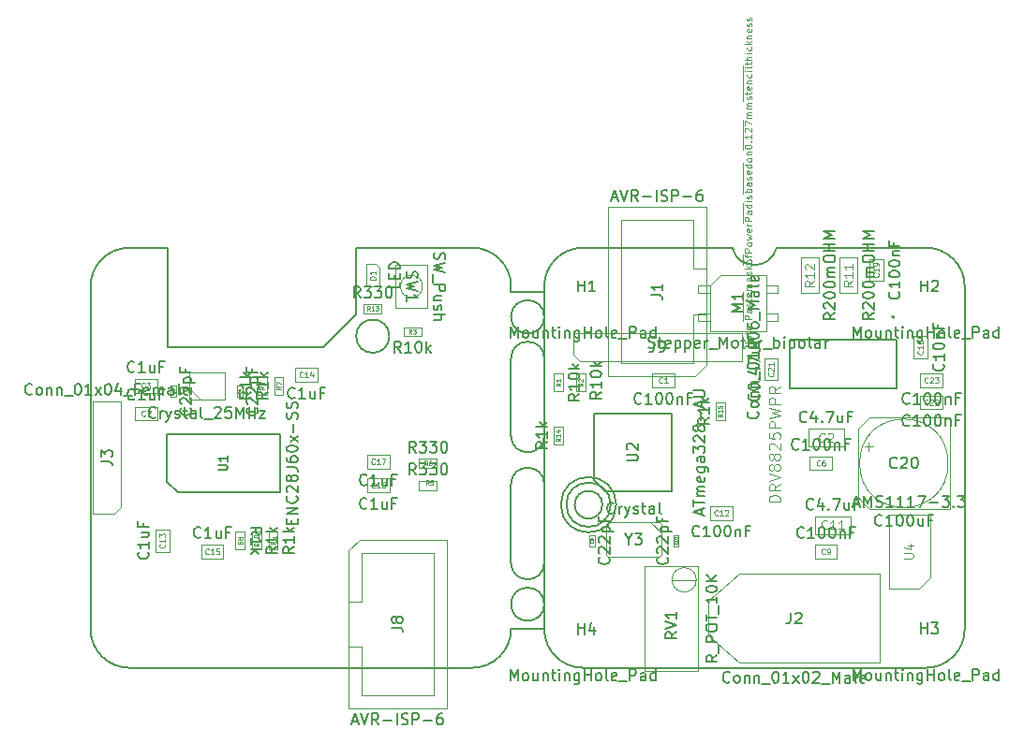
<source format=gbr>
%TF.GenerationSoftware,KiCad,Pcbnew,(5.1.8-0-10_14)*%
%TF.CreationDate,2021-02-10T22:24:43+01:00*%
%TF.ProjectId,ethersweep,65746865-7273-4776-9565-702e6b696361,rev?*%
%TF.SameCoordinates,Original*%
%TF.FileFunction,Other,Fab,Top*%
%FSLAX46Y46*%
G04 Gerber Fmt 4.6, Leading zero omitted, Abs format (unit mm)*
G04 Created by KiCad (PCBNEW (5.1.8-0-10_14)) date 2021-02-10 22:24:43*
%MOMM*%
%LPD*%
G01*
G04 APERTURE LIST*
%ADD10C,0.150000*%
%TA.AperFunction,Profile*%
%ADD11C,0.150000*%
%TD*%
%ADD12C,0.100000*%
%ADD13C,0.200000*%
%ADD14C,0.127000*%
%ADD15C,0.120000*%
%ADD16C,0.080000*%
%ADD17C,0.040000*%
%ADD18C,0.060000*%
%ADD19C,0.015000*%
G04 APERTURE END LIST*
D10*
X168750000Y-104250000D02*
G75*
G03*
X168750000Y-104250000I-1250000J0D01*
G01*
X169500000Y-104250000D02*
G75*
G03*
X169500000Y-104250000I-2000000J0D01*
G01*
X170000000Y-104250000D02*
G75*
G03*
X170000000Y-104250000I-2500000J0D01*
G01*
D11*
X163500000Y-98000000D02*
G75*
G02*
X160500000Y-98000000I-1500000J0D01*
G01*
X160500000Y-91000000D02*
G75*
G02*
X163500000Y-91000000I1500000J0D01*
G01*
X163500000Y-98000000D02*
X163500000Y-91000000D01*
X160500000Y-91000000D02*
X160500000Y-98000000D01*
X160500000Y-102400000D02*
G75*
G02*
X163500000Y-102400000I1500000J0D01*
G01*
X160500000Y-102400000D02*
X160500000Y-109500000D01*
X163500000Y-109500000D02*
X163500000Y-102400000D01*
X163500000Y-109500000D02*
G75*
G02*
X160500000Y-109500000I-1500000J0D01*
G01*
X163500000Y-87250000D02*
G75*
G03*
X163500000Y-87250000I-1500000J0D01*
G01*
X163500000Y-113250000D02*
G75*
G03*
X163500000Y-113250000I-1500000J0D01*
G01*
X160500000Y-84500000D02*
X160500000Y-85000000D01*
X163500000Y-84500000D02*
X163500000Y-85000000D01*
X160500000Y-115500000D02*
X163500000Y-115500000D01*
X163500000Y-85000000D02*
X160500000Y-85000000D01*
D10*
X163500000Y-115500000D02*
X163500000Y-84500000D01*
D11*
X149500000Y-89000000D02*
G75*
G03*
X149500000Y-89000000I-1500000J0D01*
G01*
X129500000Y-90000000D02*
X129500000Y-81000000D01*
X126000000Y-81000000D02*
X129500000Y-81000000D01*
X126000000Y-81000000D02*
G75*
G03*
X122500000Y-84500000I0J-3500000D01*
G01*
X146500000Y-81000000D02*
X157000000Y-81000000D01*
X143500000Y-90000000D02*
X129500000Y-90000000D01*
X146500000Y-87000000D02*
X143500000Y-90000000D01*
X146500000Y-81000000D02*
X146500000Y-87000000D01*
X180500000Y-81000000D02*
X167000000Y-81000000D01*
X184500000Y-81000000D02*
X198000000Y-81000000D01*
X184500000Y-81000000D02*
G75*
G02*
X180500000Y-81000000I-2000000J500000D01*
G01*
X163500000Y-84500000D02*
G75*
G02*
X167000000Y-81000000I3500000J0D01*
G01*
X201500000Y-115500000D02*
G75*
G02*
X198000000Y-119000000I-3500000J0D01*
G01*
X167000000Y-119000000D02*
G75*
G02*
X163500000Y-115500000I0J3500000D01*
G01*
X167000000Y-119000000D02*
X198000000Y-119000000D01*
X198000000Y-81000000D02*
G75*
G02*
X201500000Y-84500000I0J-3500000D01*
G01*
X201500000Y-115500000D02*
X201500000Y-84500000D01*
X122500000Y-115500000D02*
X122500000Y-84500000D01*
X160500000Y-84500000D02*
G75*
G03*
X157000000Y-81000000I-3500000J0D01*
G01*
X157000000Y-119000000D02*
G75*
G03*
X160500000Y-115500000I0J3500000D01*
G01*
X122500000Y-115500000D02*
G75*
G03*
X126000000Y-119000000I3500000J0D01*
G01*
X157000000Y-119000000D02*
X126000000Y-119000000D01*
D12*
X147020000Y-117090000D02*
X145820000Y-117090000D01*
X147020000Y-117090000D02*
X147020000Y-117090000D01*
X147020000Y-121490000D02*
X147020000Y-117090000D01*
X153520000Y-121490000D02*
X147020000Y-121490000D01*
X153520000Y-108590000D02*
X153520000Y-121490000D01*
X147020000Y-108590000D02*
X153520000Y-108590000D01*
X147020000Y-112990000D02*
X147020000Y-108590000D01*
X145820000Y-112990000D02*
X147020000Y-112990000D01*
X145820000Y-122680000D02*
X145820000Y-108400000D01*
X154720000Y-122680000D02*
X145820000Y-122680000D01*
X154720000Y-107400000D02*
X154720000Y-122680000D01*
X146820000Y-107400000D02*
X154720000Y-107400000D01*
X145820000Y-108400000D02*
X146820000Y-107400000D01*
X178180000Y-91600000D02*
X177180000Y-92600000D01*
X177180000Y-92600000D02*
X169280000Y-92600000D01*
X169280000Y-92600000D02*
X169280000Y-77320000D01*
X169280000Y-77320000D02*
X178180000Y-77320000D01*
X178180000Y-77320000D02*
X178180000Y-91600000D01*
X178180000Y-87010000D02*
X176980000Y-87010000D01*
X176980000Y-87010000D02*
X176980000Y-91410000D01*
X176980000Y-91410000D02*
X170480000Y-91410000D01*
X170480000Y-91410000D02*
X170480000Y-78510000D01*
X170480000Y-78510000D02*
X176980000Y-78510000D01*
X176980000Y-78510000D02*
X176980000Y-82910000D01*
X176980000Y-82910000D02*
X176980000Y-82910000D01*
X176980000Y-82910000D02*
X178180000Y-82910000D01*
X175250000Y-93625000D02*
X173250000Y-93625000D01*
X175250000Y-92375000D02*
X175250000Y-93625000D01*
X173250000Y-92375000D02*
X175250000Y-92375000D01*
X173250000Y-93625000D02*
X173250000Y-92375000D01*
X128500000Y-92875000D02*
X128500000Y-94125000D01*
X128500000Y-94125000D02*
X126500000Y-94125000D01*
X126500000Y-94125000D02*
X126500000Y-92875000D01*
X126500000Y-92875000D02*
X128500000Y-92875000D01*
X136250000Y-94500000D02*
X135750000Y-94500000D01*
X135750000Y-94500000D02*
X135750000Y-93500000D01*
X135750000Y-93500000D02*
X136250000Y-93500000D01*
X136250000Y-93500000D02*
X136250000Y-94500000D01*
X130250000Y-93500000D02*
X130250000Y-94500000D01*
X129750000Y-93500000D02*
X130250000Y-93500000D01*
X129750000Y-94500000D02*
X129750000Y-93500000D01*
X130250000Y-94500000D02*
X129750000Y-94500000D01*
X189500000Y-99875000D02*
X189500000Y-101125000D01*
X189500000Y-101125000D02*
X187500000Y-101125000D01*
X187500000Y-101125000D02*
X187500000Y-99875000D01*
X187500000Y-99875000D02*
X189500000Y-99875000D01*
X126500000Y-95375000D02*
X128500000Y-95375000D01*
X126500000Y-96625000D02*
X126500000Y-95375000D01*
X128500000Y-96625000D02*
X126500000Y-96625000D01*
X128500000Y-95375000D02*
X128500000Y-96625000D01*
X168050000Y-107000000D02*
X168050000Y-108000000D01*
X167550000Y-107000000D02*
X168050000Y-107000000D01*
X167550000Y-108000000D02*
X167550000Y-107000000D01*
X168050000Y-108000000D02*
X167550000Y-108000000D01*
X187950000Y-107875000D02*
X189950000Y-107875000D01*
X187950000Y-109125000D02*
X187950000Y-107875000D01*
X189950000Y-109125000D02*
X187950000Y-109125000D01*
X189950000Y-107875000D02*
X189950000Y-109125000D01*
X175150000Y-107000000D02*
X175650000Y-107000000D01*
X175650000Y-107000000D02*
X175650000Y-108000000D01*
X175650000Y-108000000D02*
X175150000Y-108000000D01*
X175150000Y-108000000D02*
X175150000Y-107000000D01*
X178500000Y-105625000D02*
X178500000Y-104375000D01*
X178500000Y-104375000D02*
X180500000Y-104375000D01*
X180500000Y-104375000D02*
X180500000Y-105625000D01*
X180500000Y-105625000D02*
X178500000Y-105625000D01*
X128375000Y-108500000D02*
X128375000Y-106500000D01*
X129625000Y-108500000D02*
X128375000Y-108500000D01*
X129625000Y-106500000D02*
X129625000Y-108500000D01*
X128375000Y-106500000D02*
X129625000Y-106500000D01*
X143000000Y-93125000D02*
X141000000Y-93125000D01*
X143000000Y-91875000D02*
X143000000Y-93125000D01*
X141000000Y-91875000D02*
X143000000Y-91875000D01*
X141000000Y-93125000D02*
X141000000Y-91875000D01*
X134500000Y-107875000D02*
X134500000Y-109125000D01*
X134500000Y-109125000D02*
X132500000Y-109125000D01*
X132500000Y-109125000D02*
X132500000Y-107875000D01*
X132500000Y-107875000D02*
X134500000Y-107875000D01*
X149500000Y-103125000D02*
X147500000Y-103125000D01*
X149500000Y-101875000D02*
X149500000Y-103125000D01*
X147500000Y-101875000D02*
X149500000Y-101875000D01*
X147500000Y-103125000D02*
X147500000Y-101875000D01*
X147500000Y-100980001D02*
X147500000Y-99730001D01*
X147500000Y-99730001D02*
X149500000Y-99730001D01*
X149500000Y-99730001D02*
X149500000Y-100980001D01*
X149500000Y-100980001D02*
X147500000Y-100980001D01*
X198125000Y-91000000D02*
X196875000Y-91000000D01*
X196875000Y-91000000D02*
X196875000Y-89000000D01*
X196875000Y-89000000D02*
X198125000Y-89000000D01*
X198125000Y-89000000D02*
X198125000Y-91000000D01*
X194125000Y-84000000D02*
X192875000Y-84000000D01*
X192875000Y-84000000D02*
X192875000Y-82000000D01*
X192875000Y-82000000D02*
X194125000Y-82000000D01*
X194125000Y-82000000D02*
X194125000Y-84000000D01*
X200000000Y-100500000D02*
G75*
G03*
X200000000Y-100500000I-4000000J0D01*
G01*
X200150000Y-96350000D02*
X200150000Y-104650000D01*
X192850000Y-96350000D02*
X200150000Y-96350000D01*
X192850000Y-104650000D02*
X200150000Y-104650000D01*
X191850000Y-97350000D02*
X191850000Y-103650000D01*
X191850000Y-97350000D02*
X192850000Y-96350000D01*
X191850000Y-103650000D02*
X192850000Y-104650000D01*
X192437722Y-99000000D02*
X193237722Y-99000000D01*
X192837722Y-98600000D02*
X192837722Y-99400000D01*
X184625000Y-91000000D02*
X184625000Y-93000000D01*
X183375000Y-91000000D02*
X184625000Y-91000000D01*
X183375000Y-93000000D02*
X183375000Y-91000000D01*
X184625000Y-93000000D02*
X183375000Y-93000000D01*
X199500000Y-95625000D02*
X197500000Y-95625000D01*
X199500000Y-94375000D02*
X199500000Y-95625000D01*
X197500000Y-94375000D02*
X199500000Y-94375000D01*
X197500000Y-95625000D02*
X197500000Y-94375000D01*
X197500000Y-93625000D02*
X197500000Y-92375000D01*
X197500000Y-92375000D02*
X199500000Y-92375000D01*
X199500000Y-92375000D02*
X199500000Y-93625000D01*
X199500000Y-93625000D02*
X197500000Y-93625000D01*
X148600000Y-84500000D02*
X148600000Y-82800000D01*
X148600000Y-82800000D02*
X148300000Y-82500000D01*
X148300000Y-82500000D02*
X147400000Y-82500000D01*
X147400000Y-82500000D02*
X147400000Y-84500000D01*
X147400000Y-84500000D02*
X148600000Y-84500000D01*
X124635000Y-105070000D02*
X122730000Y-105070000D01*
X122730000Y-105070000D02*
X122730000Y-94910000D01*
X122730000Y-94910000D02*
X125270000Y-94910000D01*
X125270000Y-94910000D02*
X125270000Y-104435000D01*
X125270000Y-104435000D02*
X124635000Y-105070000D01*
X183540000Y-88540000D02*
X178460000Y-88540000D01*
X179410000Y-83460000D02*
X183540000Y-83460000D01*
X178460000Y-88540000D02*
X178460000Y-84410000D01*
X178460000Y-84410000D02*
X179410000Y-83460000D01*
X183540000Y-83460000D02*
X183540000Y-88540000D01*
X178460000Y-84410000D02*
X177400000Y-84410000D01*
X177400000Y-84410000D02*
X177400000Y-85050000D01*
X177400000Y-85050000D02*
X178460000Y-85050000D01*
X183540000Y-84410000D02*
X184600000Y-84410000D01*
X184600000Y-84410000D02*
X184600000Y-85050000D01*
X184600000Y-85050000D02*
X183540000Y-85050000D01*
X178460000Y-86950000D02*
X177400000Y-86950000D01*
X177400000Y-86950000D02*
X177400000Y-87590000D01*
X177400000Y-87590000D02*
X178460000Y-87590000D01*
X183540000Y-86950000D02*
X184600000Y-86950000D01*
X184600000Y-86950000D02*
X184600000Y-87590000D01*
X184600000Y-87590000D02*
X183540000Y-87590000D01*
X139412500Y-106700000D02*
X139412500Y-108300000D01*
X138587500Y-106700000D02*
X139412500Y-106700000D01*
X138587500Y-108300000D02*
X138587500Y-106700000D01*
X139412500Y-108300000D02*
X138587500Y-108300000D01*
X152200000Y-102087500D02*
X153800000Y-102087500D01*
X152200000Y-102912500D02*
X152200000Y-102087500D01*
X153800000Y-102912500D02*
X152200000Y-102912500D01*
X153800000Y-102087500D02*
X153800000Y-102912500D01*
X153800000Y-100087500D02*
X153800000Y-100912500D01*
X153800000Y-100912500D02*
X152200000Y-100912500D01*
X152200000Y-100912500D02*
X152200000Y-100087500D01*
X152200000Y-100087500D02*
X153800000Y-100087500D01*
X139087500Y-94300000D02*
X139087500Y-92700000D01*
X139912500Y-94300000D02*
X139087500Y-94300000D01*
X139912500Y-92700000D02*
X139912500Y-94300000D01*
X139087500Y-92700000D02*
X139912500Y-92700000D01*
X137587500Y-92700000D02*
X138412500Y-92700000D01*
X138412500Y-92700000D02*
X138412500Y-94300000D01*
X138412500Y-94300000D02*
X137587500Y-94300000D01*
X137587500Y-94300000D02*
X137587500Y-92700000D01*
X136412500Y-106700000D02*
X136412500Y-108300000D01*
X135587500Y-106700000D02*
X136412500Y-106700000D01*
X135587500Y-108300000D02*
X135587500Y-106700000D01*
X136412500Y-108300000D02*
X135587500Y-108300000D01*
X137912500Y-108300000D02*
X137087500Y-108300000D01*
X137087500Y-108300000D02*
X137087500Y-106700000D01*
X137087500Y-106700000D02*
X137912500Y-106700000D01*
X137912500Y-106700000D02*
X137912500Y-108300000D01*
X191800000Y-81900000D02*
X191800000Y-85100000D01*
X190200000Y-81900000D02*
X191800000Y-81900000D01*
X190200000Y-85100000D02*
X190200000Y-81900000D01*
X191800000Y-85100000D02*
X190200000Y-85100000D01*
X188300000Y-85100000D02*
X186700000Y-85100000D01*
X186700000Y-85100000D02*
X186700000Y-81900000D01*
X186700000Y-81900000D02*
X188300000Y-81900000D01*
X188300000Y-81900000D02*
X188300000Y-85100000D01*
X148800000Y-86087500D02*
X148800000Y-86912500D01*
X148800000Y-86912500D02*
X147200000Y-86912500D01*
X147200000Y-86912500D02*
X147200000Y-86087500D01*
X147200000Y-86087500D02*
X148800000Y-86087500D01*
X177245000Y-111045000D02*
G75*
G03*
X177245000Y-111045000I-1095000J0D01*
G01*
X172590000Y-119305000D02*
X177420000Y-119305000D01*
X177420000Y-119305000D02*
X177420000Y-109775000D01*
X177420000Y-109775000D02*
X172590000Y-109775000D01*
X172590000Y-109775000D02*
X172590000Y-119305000D01*
X177235000Y-111045000D02*
X175066000Y-111044000D01*
X177235000Y-111045000D02*
X175066000Y-111044000D01*
X152500000Y-84500000D02*
G75*
G03*
X152500000Y-84500000I-1000000J0D01*
G01*
X152950000Y-82550000D02*
X152950000Y-86450000D01*
X152950000Y-86450000D02*
X150050000Y-86450000D01*
X150050000Y-86450000D02*
X150050000Y-82550000D01*
X150050000Y-82550000D02*
X152950000Y-82550000D01*
D10*
X129400000Y-102150000D02*
X129400000Y-97850000D01*
X129400000Y-97850000D02*
X139600000Y-97850000D01*
X139600000Y-97850000D02*
X139600000Y-103150000D01*
X139600000Y-103150000D02*
X130400000Y-103150000D01*
X130400000Y-103150000D02*
X129400000Y-102150000D01*
X168000000Y-102000000D02*
X168000000Y-96000000D01*
X168000000Y-96000000D02*
X175000000Y-96000000D01*
X175000000Y-96000000D02*
X175000000Y-103000000D01*
X175000000Y-103000000D02*
X169000000Y-103000000D01*
X169000000Y-103000000D02*
X168000000Y-102000000D01*
D13*
X195135000Y-87260000D02*
G75*
G03*
X195135000Y-87260000I-100000J0D01*
G01*
D14*
X195350000Y-89300000D02*
X195350000Y-93700000D01*
X185650000Y-89300000D02*
X185650000Y-93700000D01*
X195350000Y-89300000D02*
X185650000Y-89300000D01*
X195350000Y-93700000D02*
X185650000Y-93700000D01*
D12*
X198350000Y-110850000D02*
X197350000Y-111850000D01*
X198350000Y-110850000D02*
X198350000Y-105150000D01*
X197350000Y-111850000D02*
X194650000Y-111850000D01*
X198350000Y-105150000D02*
X194650000Y-105150000D01*
X194650000Y-111850000D02*
X194650000Y-105150000D01*
X131400000Y-92250000D02*
X131400000Y-94750000D01*
X131400000Y-94750000D02*
X134600000Y-94750000D01*
X134600000Y-94750000D02*
X134600000Y-92250000D01*
X134600000Y-92250000D02*
X131400000Y-92250000D01*
X131400000Y-93750000D02*
X132400000Y-94750000D01*
D15*
X193850000Y-118550000D02*
X193850000Y-110450000D01*
X181100000Y-118550000D02*
X193850000Y-118550000D01*
X178350000Y-116050000D02*
X181100000Y-118550000D01*
X178350000Y-112950000D02*
X178350000Y-116050000D01*
X181100000Y-110450000D02*
X178350000Y-112950000D01*
X193850000Y-110450000D02*
X181100000Y-110450000D01*
D12*
X164337500Y-98800000D02*
X164337500Y-97200000D01*
X165162500Y-98800000D02*
X164337500Y-98800000D01*
X165162500Y-97200000D02*
X165162500Y-98800000D01*
X164337500Y-97200000D02*
X165162500Y-97200000D01*
X178987500Y-95000000D02*
X179812500Y-95000000D01*
X179812500Y-95000000D02*
X179812500Y-96600000D01*
X179812500Y-96600000D02*
X178987500Y-96600000D01*
X178987500Y-96600000D02*
X178987500Y-95000000D01*
X166745000Y-91270000D02*
X166110000Y-90635000D01*
X181350000Y-91270000D02*
X166745000Y-91270000D01*
X181350000Y-88730000D02*
X181350000Y-91270000D01*
X166110000Y-88730000D02*
X181350000Y-88730000D01*
X166110000Y-90635000D02*
X166110000Y-88730000D01*
X165212500Y-94000000D02*
X164387500Y-94000000D01*
X164387500Y-94000000D02*
X164387500Y-92400000D01*
X164387500Y-92400000D02*
X165212500Y-92400000D01*
X165212500Y-92400000D02*
X165212500Y-94000000D01*
X167212500Y-92400000D02*
X167212500Y-94000000D01*
X166387500Y-92400000D02*
X167212500Y-92400000D01*
X166387500Y-94000000D02*
X166387500Y-92400000D01*
X167212500Y-94000000D02*
X166387500Y-94000000D01*
X152375000Y-89012500D02*
X150775000Y-89012500D01*
X152375000Y-88187500D02*
X152375000Y-89012500D01*
X150775000Y-88187500D02*
X152375000Y-88187500D01*
X150775000Y-89012500D02*
X150775000Y-88187500D01*
X174100000Y-106800000D02*
X173100000Y-105800000D01*
X174100000Y-108800000D02*
X173900000Y-109000000D01*
X174100000Y-106000000D02*
X174100000Y-108800000D01*
X173900000Y-105800000D02*
X174100000Y-106000000D01*
X169300000Y-105800000D02*
X173900000Y-105800000D01*
X169100000Y-106000000D02*
X169300000Y-105800000D01*
X169100000Y-108800000D02*
X169100000Y-106000000D01*
X169300000Y-109000000D02*
X169100000Y-108800000D01*
X173900000Y-109000000D02*
X169300000Y-109000000D01*
X190575000Y-97400000D02*
X190575000Y-99000000D01*
X190575000Y-99000000D02*
X187375000Y-99000000D01*
X187375000Y-99000000D02*
X187375000Y-97400000D01*
X187375000Y-97400000D02*
X190575000Y-97400000D01*
X187975000Y-105300000D02*
X191175000Y-105300000D01*
X187975000Y-106900000D02*
X187975000Y-105300000D01*
X191175000Y-106900000D02*
X187975000Y-106900000D01*
X191175000Y-105300000D02*
X191175000Y-106900000D01*
D10*
X146174761Y-123846666D02*
X146650952Y-123846666D01*
X146079523Y-124132380D02*
X146412857Y-123132380D01*
X146746190Y-124132380D01*
X146936666Y-123132380D02*
X147270000Y-124132380D01*
X147603333Y-123132380D01*
X148508095Y-124132380D02*
X148174761Y-123656190D01*
X147936666Y-124132380D02*
X147936666Y-123132380D01*
X148317619Y-123132380D01*
X148412857Y-123180000D01*
X148460476Y-123227619D01*
X148508095Y-123322857D01*
X148508095Y-123465714D01*
X148460476Y-123560952D01*
X148412857Y-123608571D01*
X148317619Y-123656190D01*
X147936666Y-123656190D01*
X148936666Y-123751428D02*
X149698571Y-123751428D01*
X150174761Y-124132380D02*
X150174761Y-123132380D01*
X150603333Y-124084761D02*
X150746190Y-124132380D01*
X150984285Y-124132380D01*
X151079523Y-124084761D01*
X151127142Y-124037142D01*
X151174761Y-123941904D01*
X151174761Y-123846666D01*
X151127142Y-123751428D01*
X151079523Y-123703809D01*
X150984285Y-123656190D01*
X150793809Y-123608571D01*
X150698571Y-123560952D01*
X150650952Y-123513333D01*
X150603333Y-123418095D01*
X150603333Y-123322857D01*
X150650952Y-123227619D01*
X150698571Y-123180000D01*
X150793809Y-123132380D01*
X151031904Y-123132380D01*
X151174761Y-123180000D01*
X151603333Y-124132380D02*
X151603333Y-123132380D01*
X151984285Y-123132380D01*
X152079523Y-123180000D01*
X152127142Y-123227619D01*
X152174761Y-123322857D01*
X152174761Y-123465714D01*
X152127142Y-123560952D01*
X152079523Y-123608571D01*
X151984285Y-123656190D01*
X151603333Y-123656190D01*
X152603333Y-123751428D02*
X153365238Y-123751428D01*
X154270000Y-123132380D02*
X154079523Y-123132380D01*
X153984285Y-123180000D01*
X153936666Y-123227619D01*
X153841428Y-123370476D01*
X153793809Y-123560952D01*
X153793809Y-123941904D01*
X153841428Y-124037142D01*
X153889047Y-124084761D01*
X153984285Y-124132380D01*
X154174761Y-124132380D01*
X154270000Y-124084761D01*
X154317619Y-124037142D01*
X154365238Y-123941904D01*
X154365238Y-123703809D01*
X154317619Y-123608571D01*
X154270000Y-123560952D01*
X154174761Y-123513333D01*
X153984285Y-123513333D01*
X153889047Y-123560952D01*
X153841428Y-123608571D01*
X153793809Y-123703809D01*
X149722380Y-115373333D02*
X150436666Y-115373333D01*
X150579523Y-115420952D01*
X150674761Y-115516190D01*
X150722380Y-115659047D01*
X150722380Y-115754285D01*
X150150952Y-114754285D02*
X150103333Y-114849523D01*
X150055714Y-114897142D01*
X149960476Y-114944761D01*
X149912857Y-114944761D01*
X149817619Y-114897142D01*
X149770000Y-114849523D01*
X149722380Y-114754285D01*
X149722380Y-114563809D01*
X149770000Y-114468571D01*
X149817619Y-114420952D01*
X149912857Y-114373333D01*
X149960476Y-114373333D01*
X150055714Y-114420952D01*
X150103333Y-114468571D01*
X150150952Y-114563809D01*
X150150952Y-114754285D01*
X150198571Y-114849523D01*
X150246190Y-114897142D01*
X150341428Y-114944761D01*
X150531904Y-114944761D01*
X150627142Y-114897142D01*
X150674761Y-114849523D01*
X150722380Y-114754285D01*
X150722380Y-114563809D01*
X150674761Y-114468571D01*
X150627142Y-114420952D01*
X150531904Y-114373333D01*
X150341428Y-114373333D01*
X150246190Y-114420952D01*
X150198571Y-114468571D01*
X150150952Y-114563809D01*
X169634761Y-76486666D02*
X170110952Y-76486666D01*
X169539523Y-76772380D02*
X169872857Y-75772380D01*
X170206190Y-76772380D01*
X170396666Y-75772380D02*
X170730000Y-76772380D01*
X171063333Y-75772380D01*
X171968095Y-76772380D02*
X171634761Y-76296190D01*
X171396666Y-76772380D02*
X171396666Y-75772380D01*
X171777619Y-75772380D01*
X171872857Y-75820000D01*
X171920476Y-75867619D01*
X171968095Y-75962857D01*
X171968095Y-76105714D01*
X171920476Y-76200952D01*
X171872857Y-76248571D01*
X171777619Y-76296190D01*
X171396666Y-76296190D01*
X172396666Y-76391428D02*
X173158571Y-76391428D01*
X173634761Y-76772380D02*
X173634761Y-75772380D01*
X174063333Y-76724761D02*
X174206190Y-76772380D01*
X174444285Y-76772380D01*
X174539523Y-76724761D01*
X174587142Y-76677142D01*
X174634761Y-76581904D01*
X174634761Y-76486666D01*
X174587142Y-76391428D01*
X174539523Y-76343809D01*
X174444285Y-76296190D01*
X174253809Y-76248571D01*
X174158571Y-76200952D01*
X174110952Y-76153333D01*
X174063333Y-76058095D01*
X174063333Y-75962857D01*
X174110952Y-75867619D01*
X174158571Y-75820000D01*
X174253809Y-75772380D01*
X174491904Y-75772380D01*
X174634761Y-75820000D01*
X175063333Y-76772380D02*
X175063333Y-75772380D01*
X175444285Y-75772380D01*
X175539523Y-75820000D01*
X175587142Y-75867619D01*
X175634761Y-75962857D01*
X175634761Y-76105714D01*
X175587142Y-76200952D01*
X175539523Y-76248571D01*
X175444285Y-76296190D01*
X175063333Y-76296190D01*
X176063333Y-76391428D02*
X176825238Y-76391428D01*
X177730000Y-75772380D02*
X177539523Y-75772380D01*
X177444285Y-75820000D01*
X177396666Y-75867619D01*
X177301428Y-76010476D01*
X177253809Y-76200952D01*
X177253809Y-76581904D01*
X177301428Y-76677142D01*
X177349047Y-76724761D01*
X177444285Y-76772380D01*
X177634761Y-76772380D01*
X177730000Y-76724761D01*
X177777619Y-76677142D01*
X177825238Y-76581904D01*
X177825238Y-76343809D01*
X177777619Y-76248571D01*
X177730000Y-76200952D01*
X177634761Y-76153333D01*
X177444285Y-76153333D01*
X177349047Y-76200952D01*
X177301428Y-76248571D01*
X177253809Y-76343809D01*
X173182380Y-85293333D02*
X173896666Y-85293333D01*
X174039523Y-85340952D01*
X174134761Y-85436190D01*
X174182380Y-85579047D01*
X174182380Y-85674285D01*
X174182380Y-84293333D02*
X174182380Y-84864761D01*
X174182380Y-84579047D02*
X173182380Y-84579047D01*
X173325238Y-84674285D01*
X173420476Y-84769523D01*
X173468095Y-84864761D01*
X160428571Y-120152380D02*
X160428571Y-119152380D01*
X160761904Y-119866666D01*
X161095238Y-119152380D01*
X161095238Y-120152380D01*
X161714285Y-120152380D02*
X161619047Y-120104761D01*
X161571428Y-120057142D01*
X161523809Y-119961904D01*
X161523809Y-119676190D01*
X161571428Y-119580952D01*
X161619047Y-119533333D01*
X161714285Y-119485714D01*
X161857142Y-119485714D01*
X161952380Y-119533333D01*
X162000000Y-119580952D01*
X162047619Y-119676190D01*
X162047619Y-119961904D01*
X162000000Y-120057142D01*
X161952380Y-120104761D01*
X161857142Y-120152380D01*
X161714285Y-120152380D01*
X162904761Y-119485714D02*
X162904761Y-120152380D01*
X162476190Y-119485714D02*
X162476190Y-120009523D01*
X162523809Y-120104761D01*
X162619047Y-120152380D01*
X162761904Y-120152380D01*
X162857142Y-120104761D01*
X162904761Y-120057142D01*
X163380952Y-119485714D02*
X163380952Y-120152380D01*
X163380952Y-119580952D02*
X163428571Y-119533333D01*
X163523809Y-119485714D01*
X163666666Y-119485714D01*
X163761904Y-119533333D01*
X163809523Y-119628571D01*
X163809523Y-120152380D01*
X164142857Y-119485714D02*
X164523809Y-119485714D01*
X164285714Y-119152380D02*
X164285714Y-120009523D01*
X164333333Y-120104761D01*
X164428571Y-120152380D01*
X164523809Y-120152380D01*
X164857142Y-120152380D02*
X164857142Y-119485714D01*
X164857142Y-119152380D02*
X164809523Y-119200000D01*
X164857142Y-119247619D01*
X164904761Y-119200000D01*
X164857142Y-119152380D01*
X164857142Y-119247619D01*
X165333333Y-119485714D02*
X165333333Y-120152380D01*
X165333333Y-119580952D02*
X165380952Y-119533333D01*
X165476190Y-119485714D01*
X165619047Y-119485714D01*
X165714285Y-119533333D01*
X165761904Y-119628571D01*
X165761904Y-120152380D01*
X166666666Y-119485714D02*
X166666666Y-120295238D01*
X166619047Y-120390476D01*
X166571428Y-120438095D01*
X166476190Y-120485714D01*
X166333333Y-120485714D01*
X166238095Y-120438095D01*
X166666666Y-120104761D02*
X166571428Y-120152380D01*
X166380952Y-120152380D01*
X166285714Y-120104761D01*
X166238095Y-120057142D01*
X166190476Y-119961904D01*
X166190476Y-119676190D01*
X166238095Y-119580952D01*
X166285714Y-119533333D01*
X166380952Y-119485714D01*
X166571428Y-119485714D01*
X166666666Y-119533333D01*
X167142857Y-120152380D02*
X167142857Y-119152380D01*
X167142857Y-119628571D02*
X167714285Y-119628571D01*
X167714285Y-120152380D02*
X167714285Y-119152380D01*
X168333333Y-120152380D02*
X168238095Y-120104761D01*
X168190476Y-120057142D01*
X168142857Y-119961904D01*
X168142857Y-119676190D01*
X168190476Y-119580952D01*
X168238095Y-119533333D01*
X168333333Y-119485714D01*
X168476190Y-119485714D01*
X168571428Y-119533333D01*
X168619047Y-119580952D01*
X168666666Y-119676190D01*
X168666666Y-119961904D01*
X168619047Y-120057142D01*
X168571428Y-120104761D01*
X168476190Y-120152380D01*
X168333333Y-120152380D01*
X169238095Y-120152380D02*
X169142857Y-120104761D01*
X169095238Y-120009523D01*
X169095238Y-119152380D01*
X170000000Y-120104761D02*
X169904761Y-120152380D01*
X169714285Y-120152380D01*
X169619047Y-120104761D01*
X169571428Y-120009523D01*
X169571428Y-119628571D01*
X169619047Y-119533333D01*
X169714285Y-119485714D01*
X169904761Y-119485714D01*
X170000000Y-119533333D01*
X170047619Y-119628571D01*
X170047619Y-119723809D01*
X169571428Y-119819047D01*
X170238095Y-120247619D02*
X171000000Y-120247619D01*
X171238095Y-120152380D02*
X171238095Y-119152380D01*
X171619047Y-119152380D01*
X171714285Y-119200000D01*
X171761904Y-119247619D01*
X171809523Y-119342857D01*
X171809523Y-119485714D01*
X171761904Y-119580952D01*
X171714285Y-119628571D01*
X171619047Y-119676190D01*
X171238095Y-119676190D01*
X172666666Y-120152380D02*
X172666666Y-119628571D01*
X172619047Y-119533333D01*
X172523809Y-119485714D01*
X172333333Y-119485714D01*
X172238095Y-119533333D01*
X172666666Y-120104761D02*
X172571428Y-120152380D01*
X172333333Y-120152380D01*
X172238095Y-120104761D01*
X172190476Y-120009523D01*
X172190476Y-119914285D01*
X172238095Y-119819047D01*
X172333333Y-119771428D01*
X172571428Y-119771428D01*
X172666666Y-119723809D01*
X173571428Y-120152380D02*
X173571428Y-119152380D01*
X173571428Y-120104761D02*
X173476190Y-120152380D01*
X173285714Y-120152380D01*
X173190476Y-120104761D01*
X173142857Y-120057142D01*
X173095238Y-119961904D01*
X173095238Y-119676190D01*
X173142857Y-119580952D01*
X173190476Y-119533333D01*
X173285714Y-119485714D01*
X173476190Y-119485714D01*
X173571428Y-119533333D01*
X166538095Y-115952380D02*
X166538095Y-114952380D01*
X166538095Y-115428571D02*
X167109523Y-115428571D01*
X167109523Y-115952380D02*
X167109523Y-114952380D01*
X168014285Y-115285714D02*
X168014285Y-115952380D01*
X167776190Y-114904761D02*
X167538095Y-115619047D01*
X168157142Y-115619047D01*
X191428571Y-120127381D02*
X191428571Y-119127381D01*
X191761904Y-119841667D01*
X192095238Y-119127381D01*
X192095238Y-120127381D01*
X192714285Y-120127381D02*
X192619047Y-120079762D01*
X192571428Y-120032143D01*
X192523809Y-119936905D01*
X192523809Y-119651191D01*
X192571428Y-119555953D01*
X192619047Y-119508334D01*
X192714285Y-119460715D01*
X192857142Y-119460715D01*
X192952380Y-119508334D01*
X193000000Y-119555953D01*
X193047619Y-119651191D01*
X193047619Y-119936905D01*
X193000000Y-120032143D01*
X192952380Y-120079762D01*
X192857142Y-120127381D01*
X192714285Y-120127381D01*
X193904761Y-119460715D02*
X193904761Y-120127381D01*
X193476190Y-119460715D02*
X193476190Y-119984524D01*
X193523809Y-120079762D01*
X193619047Y-120127381D01*
X193761904Y-120127381D01*
X193857142Y-120079762D01*
X193904761Y-120032143D01*
X194380952Y-119460715D02*
X194380952Y-120127381D01*
X194380952Y-119555953D02*
X194428571Y-119508334D01*
X194523809Y-119460715D01*
X194666666Y-119460715D01*
X194761904Y-119508334D01*
X194809523Y-119603572D01*
X194809523Y-120127381D01*
X195142857Y-119460715D02*
X195523809Y-119460715D01*
X195285714Y-119127381D02*
X195285714Y-119984524D01*
X195333333Y-120079762D01*
X195428571Y-120127381D01*
X195523809Y-120127381D01*
X195857142Y-120127381D02*
X195857142Y-119460715D01*
X195857142Y-119127381D02*
X195809523Y-119175001D01*
X195857142Y-119222620D01*
X195904761Y-119175001D01*
X195857142Y-119127381D01*
X195857142Y-119222620D01*
X196333333Y-119460715D02*
X196333333Y-120127381D01*
X196333333Y-119555953D02*
X196380952Y-119508334D01*
X196476190Y-119460715D01*
X196619047Y-119460715D01*
X196714285Y-119508334D01*
X196761904Y-119603572D01*
X196761904Y-120127381D01*
X197666666Y-119460715D02*
X197666666Y-120270239D01*
X197619047Y-120365477D01*
X197571428Y-120413096D01*
X197476190Y-120460715D01*
X197333333Y-120460715D01*
X197238095Y-120413096D01*
X197666666Y-120079762D02*
X197571428Y-120127381D01*
X197380952Y-120127381D01*
X197285714Y-120079762D01*
X197238095Y-120032143D01*
X197190476Y-119936905D01*
X197190476Y-119651191D01*
X197238095Y-119555953D01*
X197285714Y-119508334D01*
X197380952Y-119460715D01*
X197571428Y-119460715D01*
X197666666Y-119508334D01*
X198142857Y-120127381D02*
X198142857Y-119127381D01*
X198142857Y-119603572D02*
X198714285Y-119603572D01*
X198714285Y-120127381D02*
X198714285Y-119127381D01*
X199333333Y-120127381D02*
X199238095Y-120079762D01*
X199190476Y-120032143D01*
X199142857Y-119936905D01*
X199142857Y-119651191D01*
X199190476Y-119555953D01*
X199238095Y-119508334D01*
X199333333Y-119460715D01*
X199476190Y-119460715D01*
X199571428Y-119508334D01*
X199619047Y-119555953D01*
X199666666Y-119651191D01*
X199666666Y-119936905D01*
X199619047Y-120032143D01*
X199571428Y-120079762D01*
X199476190Y-120127381D01*
X199333333Y-120127381D01*
X200238095Y-120127381D02*
X200142857Y-120079762D01*
X200095238Y-119984524D01*
X200095238Y-119127381D01*
X201000000Y-120079762D02*
X200904761Y-120127381D01*
X200714285Y-120127381D01*
X200619047Y-120079762D01*
X200571428Y-119984524D01*
X200571428Y-119603572D01*
X200619047Y-119508334D01*
X200714285Y-119460715D01*
X200904761Y-119460715D01*
X201000000Y-119508334D01*
X201047619Y-119603572D01*
X201047619Y-119698810D01*
X200571428Y-119794048D01*
X201238095Y-120222620D02*
X202000000Y-120222620D01*
X202238095Y-120127381D02*
X202238095Y-119127381D01*
X202619047Y-119127381D01*
X202714285Y-119175001D01*
X202761904Y-119222620D01*
X202809523Y-119317858D01*
X202809523Y-119460715D01*
X202761904Y-119555953D01*
X202714285Y-119603572D01*
X202619047Y-119651191D01*
X202238095Y-119651191D01*
X203666666Y-120127381D02*
X203666666Y-119603572D01*
X203619047Y-119508334D01*
X203523809Y-119460715D01*
X203333333Y-119460715D01*
X203238095Y-119508334D01*
X203666666Y-120079762D02*
X203571428Y-120127381D01*
X203333333Y-120127381D01*
X203238095Y-120079762D01*
X203190476Y-119984524D01*
X203190476Y-119889286D01*
X203238095Y-119794048D01*
X203333333Y-119746429D01*
X203571428Y-119746429D01*
X203666666Y-119698810D01*
X204571428Y-120127381D02*
X204571428Y-119127381D01*
X204571428Y-120079762D02*
X204476190Y-120127381D01*
X204285714Y-120127381D01*
X204190476Y-120079762D01*
X204142857Y-120032143D01*
X204095238Y-119936905D01*
X204095238Y-119651191D01*
X204142857Y-119555953D01*
X204190476Y-119508334D01*
X204285714Y-119460715D01*
X204476190Y-119460715D01*
X204571428Y-119508334D01*
X197538095Y-115927381D02*
X197538095Y-114927381D01*
X197538095Y-115403572D02*
X198109523Y-115403572D01*
X198109523Y-115927381D02*
X198109523Y-114927381D01*
X198490476Y-114927381D02*
X199109523Y-114927381D01*
X198776190Y-115308334D01*
X198919047Y-115308334D01*
X199014285Y-115355953D01*
X199061904Y-115403572D01*
X199109523Y-115498810D01*
X199109523Y-115736905D01*
X199061904Y-115832143D01*
X199014285Y-115879762D01*
X198919047Y-115927381D01*
X198633333Y-115927381D01*
X198538095Y-115879762D01*
X198490476Y-115832143D01*
X191428571Y-89152380D02*
X191428571Y-88152380D01*
X191761904Y-88866666D01*
X192095238Y-88152380D01*
X192095238Y-89152380D01*
X192714285Y-89152380D02*
X192619047Y-89104761D01*
X192571428Y-89057142D01*
X192523809Y-88961904D01*
X192523809Y-88676190D01*
X192571428Y-88580952D01*
X192619047Y-88533333D01*
X192714285Y-88485714D01*
X192857142Y-88485714D01*
X192952380Y-88533333D01*
X193000000Y-88580952D01*
X193047619Y-88676190D01*
X193047619Y-88961904D01*
X193000000Y-89057142D01*
X192952380Y-89104761D01*
X192857142Y-89152380D01*
X192714285Y-89152380D01*
X193904761Y-88485714D02*
X193904761Y-89152380D01*
X193476190Y-88485714D02*
X193476190Y-89009523D01*
X193523809Y-89104761D01*
X193619047Y-89152380D01*
X193761904Y-89152380D01*
X193857142Y-89104761D01*
X193904761Y-89057142D01*
X194380952Y-88485714D02*
X194380952Y-89152380D01*
X194380952Y-88580952D02*
X194428571Y-88533333D01*
X194523809Y-88485714D01*
X194666666Y-88485714D01*
X194761904Y-88533333D01*
X194809523Y-88628571D01*
X194809523Y-89152380D01*
X195142857Y-88485714D02*
X195523809Y-88485714D01*
X195285714Y-88152380D02*
X195285714Y-89009523D01*
X195333333Y-89104761D01*
X195428571Y-89152380D01*
X195523809Y-89152380D01*
X195857142Y-89152380D02*
X195857142Y-88485714D01*
X195857142Y-88152380D02*
X195809523Y-88200000D01*
X195857142Y-88247619D01*
X195904761Y-88200000D01*
X195857142Y-88152380D01*
X195857142Y-88247619D01*
X196333333Y-88485714D02*
X196333333Y-89152380D01*
X196333333Y-88580952D02*
X196380952Y-88533333D01*
X196476190Y-88485714D01*
X196619047Y-88485714D01*
X196714285Y-88533333D01*
X196761904Y-88628571D01*
X196761904Y-89152380D01*
X197666666Y-88485714D02*
X197666666Y-89295238D01*
X197619047Y-89390476D01*
X197571428Y-89438095D01*
X197476190Y-89485714D01*
X197333333Y-89485714D01*
X197238095Y-89438095D01*
X197666666Y-89104761D02*
X197571428Y-89152380D01*
X197380952Y-89152380D01*
X197285714Y-89104761D01*
X197238095Y-89057142D01*
X197190476Y-88961904D01*
X197190476Y-88676190D01*
X197238095Y-88580952D01*
X197285714Y-88533333D01*
X197380952Y-88485714D01*
X197571428Y-88485714D01*
X197666666Y-88533333D01*
X198142857Y-89152380D02*
X198142857Y-88152380D01*
X198142857Y-88628571D02*
X198714285Y-88628571D01*
X198714285Y-89152380D02*
X198714285Y-88152380D01*
X199333333Y-89152380D02*
X199238095Y-89104761D01*
X199190476Y-89057142D01*
X199142857Y-88961904D01*
X199142857Y-88676190D01*
X199190476Y-88580952D01*
X199238095Y-88533333D01*
X199333333Y-88485714D01*
X199476190Y-88485714D01*
X199571428Y-88533333D01*
X199619047Y-88580952D01*
X199666666Y-88676190D01*
X199666666Y-88961904D01*
X199619047Y-89057142D01*
X199571428Y-89104761D01*
X199476190Y-89152380D01*
X199333333Y-89152380D01*
X200238095Y-89152380D02*
X200142857Y-89104761D01*
X200095238Y-89009523D01*
X200095238Y-88152380D01*
X201000000Y-89104761D02*
X200904761Y-89152380D01*
X200714285Y-89152380D01*
X200619047Y-89104761D01*
X200571428Y-89009523D01*
X200571428Y-88628571D01*
X200619047Y-88533333D01*
X200714285Y-88485714D01*
X200904761Y-88485714D01*
X201000000Y-88533333D01*
X201047619Y-88628571D01*
X201047619Y-88723809D01*
X200571428Y-88819047D01*
X201238095Y-89247619D02*
X202000000Y-89247619D01*
X202238095Y-89152380D02*
X202238095Y-88152380D01*
X202619047Y-88152380D01*
X202714285Y-88200000D01*
X202761904Y-88247619D01*
X202809523Y-88342857D01*
X202809523Y-88485714D01*
X202761904Y-88580952D01*
X202714285Y-88628571D01*
X202619047Y-88676190D01*
X202238095Y-88676190D01*
X203666666Y-89152380D02*
X203666666Y-88628571D01*
X203619047Y-88533333D01*
X203523809Y-88485714D01*
X203333333Y-88485714D01*
X203238095Y-88533333D01*
X203666666Y-89104761D02*
X203571428Y-89152380D01*
X203333333Y-89152380D01*
X203238095Y-89104761D01*
X203190476Y-89009523D01*
X203190476Y-88914285D01*
X203238095Y-88819047D01*
X203333333Y-88771428D01*
X203571428Y-88771428D01*
X203666666Y-88723809D01*
X204571428Y-89152380D02*
X204571428Y-88152380D01*
X204571428Y-89104761D02*
X204476190Y-89152380D01*
X204285714Y-89152380D01*
X204190476Y-89104761D01*
X204142857Y-89057142D01*
X204095238Y-88961904D01*
X204095238Y-88676190D01*
X204142857Y-88580952D01*
X204190476Y-88533333D01*
X204285714Y-88485714D01*
X204476190Y-88485714D01*
X204571428Y-88533333D01*
X197538095Y-84952380D02*
X197538095Y-83952380D01*
X197538095Y-84428571D02*
X198109523Y-84428571D01*
X198109523Y-84952380D02*
X198109523Y-83952380D01*
X198538095Y-84047619D02*
X198585714Y-84000000D01*
X198680952Y-83952380D01*
X198919047Y-83952380D01*
X199014285Y-84000000D01*
X199061904Y-84047619D01*
X199109523Y-84142857D01*
X199109523Y-84238095D01*
X199061904Y-84380952D01*
X198490476Y-84952380D01*
X199109523Y-84952380D01*
X160428571Y-89152380D02*
X160428571Y-88152380D01*
X160761904Y-88866666D01*
X161095238Y-88152380D01*
X161095238Y-89152380D01*
X161714285Y-89152380D02*
X161619047Y-89104761D01*
X161571428Y-89057142D01*
X161523809Y-88961904D01*
X161523809Y-88676190D01*
X161571428Y-88580952D01*
X161619047Y-88533333D01*
X161714285Y-88485714D01*
X161857142Y-88485714D01*
X161952380Y-88533333D01*
X162000000Y-88580952D01*
X162047619Y-88676190D01*
X162047619Y-88961904D01*
X162000000Y-89057142D01*
X161952380Y-89104761D01*
X161857142Y-89152380D01*
X161714285Y-89152380D01*
X162904761Y-88485714D02*
X162904761Y-89152380D01*
X162476190Y-88485714D02*
X162476190Y-89009523D01*
X162523809Y-89104761D01*
X162619047Y-89152380D01*
X162761904Y-89152380D01*
X162857142Y-89104761D01*
X162904761Y-89057142D01*
X163380952Y-88485714D02*
X163380952Y-89152380D01*
X163380952Y-88580952D02*
X163428571Y-88533333D01*
X163523809Y-88485714D01*
X163666666Y-88485714D01*
X163761904Y-88533333D01*
X163809523Y-88628571D01*
X163809523Y-89152380D01*
X164142857Y-88485714D02*
X164523809Y-88485714D01*
X164285714Y-88152380D02*
X164285714Y-89009523D01*
X164333333Y-89104761D01*
X164428571Y-89152380D01*
X164523809Y-89152380D01*
X164857142Y-89152380D02*
X164857142Y-88485714D01*
X164857142Y-88152380D02*
X164809523Y-88200000D01*
X164857142Y-88247619D01*
X164904761Y-88200000D01*
X164857142Y-88152380D01*
X164857142Y-88247619D01*
X165333333Y-88485714D02*
X165333333Y-89152380D01*
X165333333Y-88580952D02*
X165380952Y-88533333D01*
X165476190Y-88485714D01*
X165619047Y-88485714D01*
X165714285Y-88533333D01*
X165761904Y-88628571D01*
X165761904Y-89152380D01*
X166666666Y-88485714D02*
X166666666Y-89295238D01*
X166619047Y-89390476D01*
X166571428Y-89438095D01*
X166476190Y-89485714D01*
X166333333Y-89485714D01*
X166238095Y-89438095D01*
X166666666Y-89104761D02*
X166571428Y-89152380D01*
X166380952Y-89152380D01*
X166285714Y-89104761D01*
X166238095Y-89057142D01*
X166190476Y-88961904D01*
X166190476Y-88676190D01*
X166238095Y-88580952D01*
X166285714Y-88533333D01*
X166380952Y-88485714D01*
X166571428Y-88485714D01*
X166666666Y-88533333D01*
X167142857Y-89152380D02*
X167142857Y-88152380D01*
X167142857Y-88628571D02*
X167714285Y-88628571D01*
X167714285Y-89152380D02*
X167714285Y-88152380D01*
X168333333Y-89152380D02*
X168238095Y-89104761D01*
X168190476Y-89057142D01*
X168142857Y-88961904D01*
X168142857Y-88676190D01*
X168190476Y-88580952D01*
X168238095Y-88533333D01*
X168333333Y-88485714D01*
X168476190Y-88485714D01*
X168571428Y-88533333D01*
X168619047Y-88580952D01*
X168666666Y-88676190D01*
X168666666Y-88961904D01*
X168619047Y-89057142D01*
X168571428Y-89104761D01*
X168476190Y-89152380D01*
X168333333Y-89152380D01*
X169238095Y-89152380D02*
X169142857Y-89104761D01*
X169095238Y-89009523D01*
X169095238Y-88152380D01*
X170000000Y-89104761D02*
X169904761Y-89152380D01*
X169714285Y-89152380D01*
X169619047Y-89104761D01*
X169571428Y-89009523D01*
X169571428Y-88628571D01*
X169619047Y-88533333D01*
X169714285Y-88485714D01*
X169904761Y-88485714D01*
X170000000Y-88533333D01*
X170047619Y-88628571D01*
X170047619Y-88723809D01*
X169571428Y-88819047D01*
X170238095Y-89247619D02*
X171000000Y-89247619D01*
X171238095Y-89152380D02*
X171238095Y-88152380D01*
X171619047Y-88152380D01*
X171714285Y-88200000D01*
X171761904Y-88247619D01*
X171809523Y-88342857D01*
X171809523Y-88485714D01*
X171761904Y-88580952D01*
X171714285Y-88628571D01*
X171619047Y-88676190D01*
X171238095Y-88676190D01*
X172666666Y-89152380D02*
X172666666Y-88628571D01*
X172619047Y-88533333D01*
X172523809Y-88485714D01*
X172333333Y-88485714D01*
X172238095Y-88533333D01*
X172666666Y-89104761D02*
X172571428Y-89152380D01*
X172333333Y-89152380D01*
X172238095Y-89104761D01*
X172190476Y-89009523D01*
X172190476Y-88914285D01*
X172238095Y-88819047D01*
X172333333Y-88771428D01*
X172571428Y-88771428D01*
X172666666Y-88723809D01*
X173571428Y-89152380D02*
X173571428Y-88152380D01*
X173571428Y-89104761D02*
X173476190Y-89152380D01*
X173285714Y-89152380D01*
X173190476Y-89104761D01*
X173142857Y-89057142D01*
X173095238Y-88961904D01*
X173095238Y-88676190D01*
X173142857Y-88580952D01*
X173190476Y-88533333D01*
X173285714Y-88485714D01*
X173476190Y-88485714D01*
X173571428Y-88533333D01*
X166538095Y-84952380D02*
X166538095Y-83952380D01*
X166538095Y-84428571D02*
X167109523Y-84428571D01*
X167109523Y-84952380D02*
X167109523Y-83952380D01*
X168109523Y-84952380D02*
X167538095Y-84952380D01*
X167823809Y-84952380D02*
X167823809Y-83952380D01*
X167728571Y-84095238D01*
X167633333Y-84190476D01*
X167538095Y-84238095D01*
X172250000Y-95037142D02*
X172202380Y-95084761D01*
X172059523Y-95132380D01*
X171964285Y-95132380D01*
X171821428Y-95084761D01*
X171726190Y-94989523D01*
X171678571Y-94894285D01*
X171630952Y-94703809D01*
X171630952Y-94560952D01*
X171678571Y-94370476D01*
X171726190Y-94275238D01*
X171821428Y-94180000D01*
X171964285Y-94132380D01*
X172059523Y-94132380D01*
X172202380Y-94180000D01*
X172250000Y-94227619D01*
X173202380Y-95132380D02*
X172630952Y-95132380D01*
X172916666Y-95132380D02*
X172916666Y-94132380D01*
X172821428Y-94275238D01*
X172726190Y-94370476D01*
X172630952Y-94418095D01*
X173821428Y-94132380D02*
X173916666Y-94132380D01*
X174011904Y-94180000D01*
X174059523Y-94227619D01*
X174107142Y-94322857D01*
X174154761Y-94513333D01*
X174154761Y-94751428D01*
X174107142Y-94941904D01*
X174059523Y-95037142D01*
X174011904Y-95084761D01*
X173916666Y-95132380D01*
X173821428Y-95132380D01*
X173726190Y-95084761D01*
X173678571Y-95037142D01*
X173630952Y-94941904D01*
X173583333Y-94751428D01*
X173583333Y-94513333D01*
X173630952Y-94322857D01*
X173678571Y-94227619D01*
X173726190Y-94180000D01*
X173821428Y-94132380D01*
X174773809Y-94132380D02*
X174869047Y-94132380D01*
X174964285Y-94180000D01*
X175011904Y-94227619D01*
X175059523Y-94322857D01*
X175107142Y-94513333D01*
X175107142Y-94751428D01*
X175059523Y-94941904D01*
X175011904Y-95037142D01*
X174964285Y-95084761D01*
X174869047Y-95132380D01*
X174773809Y-95132380D01*
X174678571Y-95084761D01*
X174630952Y-95037142D01*
X174583333Y-94941904D01*
X174535714Y-94751428D01*
X174535714Y-94513333D01*
X174583333Y-94322857D01*
X174630952Y-94227619D01*
X174678571Y-94180000D01*
X174773809Y-94132380D01*
X175535714Y-94465714D02*
X175535714Y-95132380D01*
X175535714Y-94560952D02*
X175583333Y-94513333D01*
X175678571Y-94465714D01*
X175821428Y-94465714D01*
X175916666Y-94513333D01*
X175964285Y-94608571D01*
X175964285Y-95132380D01*
X176773809Y-94608571D02*
X176440476Y-94608571D01*
X176440476Y-95132380D02*
X176440476Y-94132380D01*
X176916666Y-94132380D01*
D16*
X174166666Y-93178571D02*
X174142857Y-93202380D01*
X174071428Y-93226190D01*
X174023809Y-93226190D01*
X173952380Y-93202380D01*
X173904761Y-93154761D01*
X173880952Y-93107142D01*
X173857142Y-93011904D01*
X173857142Y-92940476D01*
X173880952Y-92845238D01*
X173904761Y-92797619D01*
X173952380Y-92750000D01*
X174023809Y-92726190D01*
X174071428Y-92726190D01*
X174142857Y-92750000D01*
X174166666Y-92773809D01*
X174642857Y-93226190D02*
X174357142Y-93226190D01*
X174500000Y-93226190D02*
X174500000Y-92726190D01*
X174452380Y-92797619D01*
X174404761Y-92845238D01*
X174357142Y-92869047D01*
D10*
X126452380Y-92177142D02*
X126404761Y-92224761D01*
X126261904Y-92272380D01*
X126166666Y-92272380D01*
X126023809Y-92224761D01*
X125928571Y-92129523D01*
X125880952Y-92034285D01*
X125833333Y-91843809D01*
X125833333Y-91700952D01*
X125880952Y-91510476D01*
X125928571Y-91415238D01*
X126023809Y-91320000D01*
X126166666Y-91272380D01*
X126261904Y-91272380D01*
X126404761Y-91320000D01*
X126452380Y-91367619D01*
X127404761Y-92272380D02*
X126833333Y-92272380D01*
X127119047Y-92272380D02*
X127119047Y-91272380D01*
X127023809Y-91415238D01*
X126928571Y-91510476D01*
X126833333Y-91558095D01*
X128261904Y-91605714D02*
X128261904Y-92272380D01*
X127833333Y-91605714D02*
X127833333Y-92129523D01*
X127880952Y-92224761D01*
X127976190Y-92272380D01*
X128119047Y-92272380D01*
X128214285Y-92224761D01*
X128261904Y-92177142D01*
X129071428Y-91748571D02*
X128738095Y-91748571D01*
X128738095Y-92272380D02*
X128738095Y-91272380D01*
X129214285Y-91272380D01*
D16*
X127416666Y-93678571D02*
X127392857Y-93702380D01*
X127321428Y-93726190D01*
X127273809Y-93726190D01*
X127202380Y-93702380D01*
X127154761Y-93654761D01*
X127130952Y-93607142D01*
X127107142Y-93511904D01*
X127107142Y-93440476D01*
X127130952Y-93345238D01*
X127154761Y-93297619D01*
X127202380Y-93250000D01*
X127273809Y-93226190D01*
X127321428Y-93226190D01*
X127392857Y-93250000D01*
X127416666Y-93273809D01*
X127583333Y-93226190D02*
X127892857Y-93226190D01*
X127726190Y-93416666D01*
X127797619Y-93416666D01*
X127845238Y-93440476D01*
X127869047Y-93464285D01*
X127892857Y-93511904D01*
X127892857Y-93630952D01*
X127869047Y-93678571D01*
X127845238Y-93702380D01*
X127797619Y-93726190D01*
X127654761Y-93726190D01*
X127607142Y-93702380D01*
X127583333Y-93678571D01*
D10*
X137517142Y-95523809D02*
X137564761Y-95571428D01*
X137612380Y-95714285D01*
X137612380Y-95809523D01*
X137564761Y-95952380D01*
X137469523Y-96047619D01*
X137374285Y-96095238D01*
X137183809Y-96142857D01*
X137040952Y-96142857D01*
X136850476Y-96095238D01*
X136755238Y-96047619D01*
X136660000Y-95952380D01*
X136612380Y-95809523D01*
X136612380Y-95714285D01*
X136660000Y-95571428D01*
X136707619Y-95523809D01*
X136707619Y-95142857D02*
X136660000Y-95095238D01*
X136612380Y-95000000D01*
X136612380Y-94761904D01*
X136660000Y-94666666D01*
X136707619Y-94619047D01*
X136802857Y-94571428D01*
X136898095Y-94571428D01*
X137040952Y-94619047D01*
X137612380Y-95190476D01*
X137612380Y-94571428D01*
X136707619Y-94190476D02*
X136660000Y-94142857D01*
X136612380Y-94047619D01*
X136612380Y-93809523D01*
X136660000Y-93714285D01*
X136707619Y-93666666D01*
X136802857Y-93619047D01*
X136898095Y-93619047D01*
X137040952Y-93666666D01*
X137612380Y-94238095D01*
X137612380Y-93619047D01*
X136945714Y-93190476D02*
X137945714Y-93190476D01*
X136993333Y-93190476D02*
X136945714Y-93095238D01*
X136945714Y-92904761D01*
X136993333Y-92809523D01*
X137040952Y-92761904D01*
X137136190Y-92714285D01*
X137421904Y-92714285D01*
X137517142Y-92761904D01*
X137564761Y-92809523D01*
X137612380Y-92904761D01*
X137612380Y-93095238D01*
X137564761Y-93190476D01*
X137088571Y-91952380D02*
X137088571Y-92285714D01*
X137612380Y-92285714D02*
X136612380Y-92285714D01*
X136612380Y-91809523D01*
D17*
X136089285Y-94041666D02*
X136101190Y-94053571D01*
X136113095Y-94089285D01*
X136113095Y-94113095D01*
X136101190Y-94148809D01*
X136077380Y-94172619D01*
X136053571Y-94184523D01*
X136005952Y-94196428D01*
X135970238Y-94196428D01*
X135922619Y-94184523D01*
X135898809Y-94172619D01*
X135875000Y-94148809D01*
X135863095Y-94113095D01*
X135863095Y-94089285D01*
X135875000Y-94053571D01*
X135886904Y-94041666D01*
X135946428Y-93827380D02*
X136113095Y-93827380D01*
X135851190Y-93886904D02*
X136029761Y-93946428D01*
X136029761Y-93791666D01*
D10*
X131517142Y-95523809D02*
X131564761Y-95571428D01*
X131612380Y-95714285D01*
X131612380Y-95809523D01*
X131564761Y-95952380D01*
X131469523Y-96047619D01*
X131374285Y-96095238D01*
X131183809Y-96142857D01*
X131040952Y-96142857D01*
X130850476Y-96095238D01*
X130755238Y-96047619D01*
X130660000Y-95952380D01*
X130612380Y-95809523D01*
X130612380Y-95714285D01*
X130660000Y-95571428D01*
X130707619Y-95523809D01*
X130707619Y-95142857D02*
X130660000Y-95095238D01*
X130612380Y-95000000D01*
X130612380Y-94761904D01*
X130660000Y-94666666D01*
X130707619Y-94619047D01*
X130802857Y-94571428D01*
X130898095Y-94571428D01*
X131040952Y-94619047D01*
X131612380Y-95190476D01*
X131612380Y-94571428D01*
X130707619Y-94190476D02*
X130660000Y-94142857D01*
X130612380Y-94047619D01*
X130612380Y-93809523D01*
X130660000Y-93714285D01*
X130707619Y-93666666D01*
X130802857Y-93619047D01*
X130898095Y-93619047D01*
X131040952Y-93666666D01*
X131612380Y-94238095D01*
X131612380Y-93619047D01*
X130945714Y-93190476D02*
X131945714Y-93190476D01*
X130993333Y-93190476D02*
X130945714Y-93095238D01*
X130945714Y-92904761D01*
X130993333Y-92809523D01*
X131040952Y-92761904D01*
X131136190Y-92714285D01*
X131421904Y-92714285D01*
X131517142Y-92761904D01*
X131564761Y-92809523D01*
X131612380Y-92904761D01*
X131612380Y-93095238D01*
X131564761Y-93190476D01*
X131088571Y-91952380D02*
X131088571Y-92285714D01*
X131612380Y-92285714D02*
X130612380Y-92285714D01*
X130612380Y-91809523D01*
D17*
X130089285Y-94041666D02*
X130101190Y-94053571D01*
X130113095Y-94089285D01*
X130113095Y-94113095D01*
X130101190Y-94148809D01*
X130077380Y-94172619D01*
X130053571Y-94184523D01*
X130005952Y-94196428D01*
X129970238Y-94196428D01*
X129922619Y-94184523D01*
X129898809Y-94172619D01*
X129875000Y-94148809D01*
X129863095Y-94113095D01*
X129863095Y-94089285D01*
X129875000Y-94053571D01*
X129886904Y-94041666D01*
X129863095Y-93815476D02*
X129863095Y-93934523D01*
X129982142Y-93946428D01*
X129970238Y-93934523D01*
X129958333Y-93910714D01*
X129958333Y-93851190D01*
X129970238Y-93827380D01*
X129982142Y-93815476D01*
X130005952Y-93803571D01*
X130065476Y-93803571D01*
X130089285Y-93815476D01*
X130101190Y-93827380D01*
X130113095Y-93851190D01*
X130113095Y-93910714D01*
X130101190Y-93934523D01*
X130089285Y-93946428D01*
D10*
X186500000Y-99177142D02*
X186452380Y-99224761D01*
X186309523Y-99272380D01*
X186214285Y-99272380D01*
X186071428Y-99224761D01*
X185976190Y-99129523D01*
X185928571Y-99034285D01*
X185880952Y-98843809D01*
X185880952Y-98700952D01*
X185928571Y-98510476D01*
X185976190Y-98415238D01*
X186071428Y-98320000D01*
X186214285Y-98272380D01*
X186309523Y-98272380D01*
X186452380Y-98320000D01*
X186500000Y-98367619D01*
X187452380Y-99272380D02*
X186880952Y-99272380D01*
X187166666Y-99272380D02*
X187166666Y-98272380D01*
X187071428Y-98415238D01*
X186976190Y-98510476D01*
X186880952Y-98558095D01*
X188071428Y-98272380D02*
X188166666Y-98272380D01*
X188261904Y-98320000D01*
X188309523Y-98367619D01*
X188357142Y-98462857D01*
X188404761Y-98653333D01*
X188404761Y-98891428D01*
X188357142Y-99081904D01*
X188309523Y-99177142D01*
X188261904Y-99224761D01*
X188166666Y-99272380D01*
X188071428Y-99272380D01*
X187976190Y-99224761D01*
X187928571Y-99177142D01*
X187880952Y-99081904D01*
X187833333Y-98891428D01*
X187833333Y-98653333D01*
X187880952Y-98462857D01*
X187928571Y-98367619D01*
X187976190Y-98320000D01*
X188071428Y-98272380D01*
X189023809Y-98272380D02*
X189119047Y-98272380D01*
X189214285Y-98320000D01*
X189261904Y-98367619D01*
X189309523Y-98462857D01*
X189357142Y-98653333D01*
X189357142Y-98891428D01*
X189309523Y-99081904D01*
X189261904Y-99177142D01*
X189214285Y-99224761D01*
X189119047Y-99272380D01*
X189023809Y-99272380D01*
X188928571Y-99224761D01*
X188880952Y-99177142D01*
X188833333Y-99081904D01*
X188785714Y-98891428D01*
X188785714Y-98653333D01*
X188833333Y-98462857D01*
X188880952Y-98367619D01*
X188928571Y-98320000D01*
X189023809Y-98272380D01*
X189785714Y-98605714D02*
X189785714Y-99272380D01*
X189785714Y-98700952D02*
X189833333Y-98653333D01*
X189928571Y-98605714D01*
X190071428Y-98605714D01*
X190166666Y-98653333D01*
X190214285Y-98748571D01*
X190214285Y-99272380D01*
X191023809Y-98748571D02*
X190690476Y-98748571D01*
X190690476Y-99272380D02*
X190690476Y-98272380D01*
X191166666Y-98272380D01*
D16*
X188416666Y-100678571D02*
X188392857Y-100702380D01*
X188321428Y-100726190D01*
X188273809Y-100726190D01*
X188202380Y-100702380D01*
X188154761Y-100654761D01*
X188130952Y-100607142D01*
X188107142Y-100511904D01*
X188107142Y-100440476D01*
X188130952Y-100345238D01*
X188154761Y-100297619D01*
X188202380Y-100250000D01*
X188273809Y-100226190D01*
X188321428Y-100226190D01*
X188392857Y-100250000D01*
X188416666Y-100273809D01*
X188845238Y-100226190D02*
X188750000Y-100226190D01*
X188702380Y-100250000D01*
X188678571Y-100273809D01*
X188630952Y-100345238D01*
X188607142Y-100440476D01*
X188607142Y-100630952D01*
X188630952Y-100678571D01*
X188654761Y-100702380D01*
X188702380Y-100726190D01*
X188797619Y-100726190D01*
X188845238Y-100702380D01*
X188869047Y-100678571D01*
X188892857Y-100630952D01*
X188892857Y-100511904D01*
X188869047Y-100464285D01*
X188845238Y-100440476D01*
X188797619Y-100416666D01*
X188702380Y-100416666D01*
X188654761Y-100440476D01*
X188630952Y-100464285D01*
X188607142Y-100511904D01*
D10*
X126452380Y-94677142D02*
X126404761Y-94724761D01*
X126261904Y-94772380D01*
X126166666Y-94772380D01*
X126023809Y-94724761D01*
X125928571Y-94629523D01*
X125880952Y-94534285D01*
X125833333Y-94343809D01*
X125833333Y-94200952D01*
X125880952Y-94010476D01*
X125928571Y-93915238D01*
X126023809Y-93820000D01*
X126166666Y-93772380D01*
X126261904Y-93772380D01*
X126404761Y-93820000D01*
X126452380Y-93867619D01*
X127404761Y-94772380D02*
X126833333Y-94772380D01*
X127119047Y-94772380D02*
X127119047Y-93772380D01*
X127023809Y-93915238D01*
X126928571Y-94010476D01*
X126833333Y-94058095D01*
X128261904Y-94105714D02*
X128261904Y-94772380D01*
X127833333Y-94105714D02*
X127833333Y-94629523D01*
X127880952Y-94724761D01*
X127976190Y-94772380D01*
X128119047Y-94772380D01*
X128214285Y-94724761D01*
X128261904Y-94677142D01*
X129071428Y-94248571D02*
X128738095Y-94248571D01*
X128738095Y-94772380D02*
X128738095Y-93772380D01*
X129214285Y-93772380D01*
D16*
X127416666Y-96178571D02*
X127392857Y-96202380D01*
X127321428Y-96226190D01*
X127273809Y-96226190D01*
X127202380Y-96202380D01*
X127154761Y-96154761D01*
X127130952Y-96107142D01*
X127107142Y-96011904D01*
X127107142Y-95940476D01*
X127130952Y-95845238D01*
X127154761Y-95797619D01*
X127202380Y-95750000D01*
X127273809Y-95726190D01*
X127321428Y-95726190D01*
X127392857Y-95750000D01*
X127416666Y-95773809D01*
X127583333Y-95726190D02*
X127916666Y-95726190D01*
X127702380Y-96226190D01*
D10*
X169317142Y-109023809D02*
X169364761Y-109071428D01*
X169412380Y-109214285D01*
X169412380Y-109309523D01*
X169364761Y-109452380D01*
X169269523Y-109547619D01*
X169174285Y-109595238D01*
X168983809Y-109642857D01*
X168840952Y-109642857D01*
X168650476Y-109595238D01*
X168555238Y-109547619D01*
X168460000Y-109452380D01*
X168412380Y-109309523D01*
X168412380Y-109214285D01*
X168460000Y-109071428D01*
X168507619Y-109023809D01*
X168507619Y-108642857D02*
X168460000Y-108595238D01*
X168412380Y-108500000D01*
X168412380Y-108261904D01*
X168460000Y-108166666D01*
X168507619Y-108119047D01*
X168602857Y-108071428D01*
X168698095Y-108071428D01*
X168840952Y-108119047D01*
X169412380Y-108690476D01*
X169412380Y-108071428D01*
X168507619Y-107690476D02*
X168460000Y-107642857D01*
X168412380Y-107547619D01*
X168412380Y-107309523D01*
X168460000Y-107214285D01*
X168507619Y-107166666D01*
X168602857Y-107119047D01*
X168698095Y-107119047D01*
X168840952Y-107166666D01*
X169412380Y-107738095D01*
X169412380Y-107119047D01*
X168745714Y-106690476D02*
X169745714Y-106690476D01*
X168793333Y-106690476D02*
X168745714Y-106595238D01*
X168745714Y-106404761D01*
X168793333Y-106309523D01*
X168840952Y-106261904D01*
X168936190Y-106214285D01*
X169221904Y-106214285D01*
X169317142Y-106261904D01*
X169364761Y-106309523D01*
X169412380Y-106404761D01*
X169412380Y-106595238D01*
X169364761Y-106690476D01*
X168888571Y-105452380D02*
X168888571Y-105785714D01*
X169412380Y-105785714D02*
X168412380Y-105785714D01*
X168412380Y-105309523D01*
D17*
X167889285Y-107541666D02*
X167901190Y-107553571D01*
X167913095Y-107589285D01*
X167913095Y-107613095D01*
X167901190Y-107648809D01*
X167877380Y-107672619D01*
X167853571Y-107684523D01*
X167805952Y-107696428D01*
X167770238Y-107696428D01*
X167722619Y-107684523D01*
X167698809Y-107672619D01*
X167675000Y-107648809D01*
X167663095Y-107613095D01*
X167663095Y-107589285D01*
X167675000Y-107553571D01*
X167686904Y-107541666D01*
X167770238Y-107398809D02*
X167758333Y-107422619D01*
X167746428Y-107434523D01*
X167722619Y-107446428D01*
X167710714Y-107446428D01*
X167686904Y-107434523D01*
X167675000Y-107422619D01*
X167663095Y-107398809D01*
X167663095Y-107351190D01*
X167675000Y-107327380D01*
X167686904Y-107315476D01*
X167710714Y-107303571D01*
X167722619Y-107303571D01*
X167746428Y-107315476D01*
X167758333Y-107327380D01*
X167770238Y-107351190D01*
X167770238Y-107398809D01*
X167782142Y-107422619D01*
X167794047Y-107434523D01*
X167817857Y-107446428D01*
X167865476Y-107446428D01*
X167889285Y-107434523D01*
X167901190Y-107422619D01*
X167913095Y-107398809D01*
X167913095Y-107351190D01*
X167901190Y-107327380D01*
X167889285Y-107315476D01*
X167865476Y-107303571D01*
X167817857Y-107303571D01*
X167794047Y-107315476D01*
X167782142Y-107327380D01*
X167770238Y-107351190D01*
D10*
X186950000Y-107177142D02*
X186902380Y-107224761D01*
X186759523Y-107272380D01*
X186664285Y-107272380D01*
X186521428Y-107224761D01*
X186426190Y-107129523D01*
X186378571Y-107034285D01*
X186330952Y-106843809D01*
X186330952Y-106700952D01*
X186378571Y-106510476D01*
X186426190Y-106415238D01*
X186521428Y-106320000D01*
X186664285Y-106272380D01*
X186759523Y-106272380D01*
X186902380Y-106320000D01*
X186950000Y-106367619D01*
X187902380Y-107272380D02*
X187330952Y-107272380D01*
X187616666Y-107272380D02*
X187616666Y-106272380D01*
X187521428Y-106415238D01*
X187426190Y-106510476D01*
X187330952Y-106558095D01*
X188521428Y-106272380D02*
X188616666Y-106272380D01*
X188711904Y-106320000D01*
X188759523Y-106367619D01*
X188807142Y-106462857D01*
X188854761Y-106653333D01*
X188854761Y-106891428D01*
X188807142Y-107081904D01*
X188759523Y-107177142D01*
X188711904Y-107224761D01*
X188616666Y-107272380D01*
X188521428Y-107272380D01*
X188426190Y-107224761D01*
X188378571Y-107177142D01*
X188330952Y-107081904D01*
X188283333Y-106891428D01*
X188283333Y-106653333D01*
X188330952Y-106462857D01*
X188378571Y-106367619D01*
X188426190Y-106320000D01*
X188521428Y-106272380D01*
X189473809Y-106272380D02*
X189569047Y-106272380D01*
X189664285Y-106320000D01*
X189711904Y-106367619D01*
X189759523Y-106462857D01*
X189807142Y-106653333D01*
X189807142Y-106891428D01*
X189759523Y-107081904D01*
X189711904Y-107177142D01*
X189664285Y-107224761D01*
X189569047Y-107272380D01*
X189473809Y-107272380D01*
X189378571Y-107224761D01*
X189330952Y-107177142D01*
X189283333Y-107081904D01*
X189235714Y-106891428D01*
X189235714Y-106653333D01*
X189283333Y-106462857D01*
X189330952Y-106367619D01*
X189378571Y-106320000D01*
X189473809Y-106272380D01*
X190235714Y-106605714D02*
X190235714Y-107272380D01*
X190235714Y-106700952D02*
X190283333Y-106653333D01*
X190378571Y-106605714D01*
X190521428Y-106605714D01*
X190616666Y-106653333D01*
X190664285Y-106748571D01*
X190664285Y-107272380D01*
X191473809Y-106748571D02*
X191140476Y-106748571D01*
X191140476Y-107272380D02*
X191140476Y-106272380D01*
X191616666Y-106272380D01*
D16*
X188866666Y-108678571D02*
X188842857Y-108702380D01*
X188771428Y-108726190D01*
X188723809Y-108726190D01*
X188652380Y-108702380D01*
X188604761Y-108654761D01*
X188580952Y-108607142D01*
X188557142Y-108511904D01*
X188557142Y-108440476D01*
X188580952Y-108345238D01*
X188604761Y-108297619D01*
X188652380Y-108250000D01*
X188723809Y-108226190D01*
X188771428Y-108226190D01*
X188842857Y-108250000D01*
X188866666Y-108273809D01*
X189104761Y-108726190D02*
X189200000Y-108726190D01*
X189247619Y-108702380D01*
X189271428Y-108678571D01*
X189319047Y-108607142D01*
X189342857Y-108511904D01*
X189342857Y-108321428D01*
X189319047Y-108273809D01*
X189295238Y-108250000D01*
X189247619Y-108226190D01*
X189152380Y-108226190D01*
X189104761Y-108250000D01*
X189080952Y-108273809D01*
X189057142Y-108321428D01*
X189057142Y-108440476D01*
X189080952Y-108488095D01*
X189104761Y-108511904D01*
X189152380Y-108535714D01*
X189247619Y-108535714D01*
X189295238Y-108511904D01*
X189319047Y-108488095D01*
X189342857Y-108440476D01*
D10*
X174597142Y-109023809D02*
X174644761Y-109071428D01*
X174692380Y-109214285D01*
X174692380Y-109309523D01*
X174644761Y-109452380D01*
X174549523Y-109547619D01*
X174454285Y-109595238D01*
X174263809Y-109642857D01*
X174120952Y-109642857D01*
X173930476Y-109595238D01*
X173835238Y-109547619D01*
X173740000Y-109452380D01*
X173692380Y-109309523D01*
X173692380Y-109214285D01*
X173740000Y-109071428D01*
X173787619Y-109023809D01*
X173787619Y-108642857D02*
X173740000Y-108595238D01*
X173692380Y-108500000D01*
X173692380Y-108261904D01*
X173740000Y-108166666D01*
X173787619Y-108119047D01*
X173882857Y-108071428D01*
X173978095Y-108071428D01*
X174120952Y-108119047D01*
X174692380Y-108690476D01*
X174692380Y-108071428D01*
X173787619Y-107690476D02*
X173740000Y-107642857D01*
X173692380Y-107547619D01*
X173692380Y-107309523D01*
X173740000Y-107214285D01*
X173787619Y-107166666D01*
X173882857Y-107119047D01*
X173978095Y-107119047D01*
X174120952Y-107166666D01*
X174692380Y-107738095D01*
X174692380Y-107119047D01*
X174025714Y-106690476D02*
X175025714Y-106690476D01*
X174073333Y-106690476D02*
X174025714Y-106595238D01*
X174025714Y-106404761D01*
X174073333Y-106309523D01*
X174120952Y-106261904D01*
X174216190Y-106214285D01*
X174501904Y-106214285D01*
X174597142Y-106261904D01*
X174644761Y-106309523D01*
X174692380Y-106404761D01*
X174692380Y-106595238D01*
X174644761Y-106690476D01*
X174168571Y-105452380D02*
X174168571Y-105785714D01*
X174692380Y-105785714D02*
X173692380Y-105785714D01*
X173692380Y-105309523D01*
D17*
X175489285Y-107660714D02*
X175501190Y-107672619D01*
X175513095Y-107708333D01*
X175513095Y-107732142D01*
X175501190Y-107767857D01*
X175477380Y-107791666D01*
X175453571Y-107803571D01*
X175405952Y-107815476D01*
X175370238Y-107815476D01*
X175322619Y-107803571D01*
X175298809Y-107791666D01*
X175275000Y-107767857D01*
X175263095Y-107732142D01*
X175263095Y-107708333D01*
X175275000Y-107672619D01*
X175286904Y-107660714D01*
X175513095Y-107422619D02*
X175513095Y-107565476D01*
X175513095Y-107494047D02*
X175263095Y-107494047D01*
X175298809Y-107517857D01*
X175322619Y-107541666D01*
X175334523Y-107565476D01*
X175263095Y-107267857D02*
X175263095Y-107244047D01*
X175275000Y-107220238D01*
X175286904Y-107208333D01*
X175310714Y-107196428D01*
X175358333Y-107184523D01*
X175417857Y-107184523D01*
X175465476Y-107196428D01*
X175489285Y-107208333D01*
X175501190Y-107220238D01*
X175513095Y-107244047D01*
X175513095Y-107267857D01*
X175501190Y-107291666D01*
X175489285Y-107303571D01*
X175465476Y-107315476D01*
X175417857Y-107327380D01*
X175358333Y-107327380D01*
X175310714Y-107315476D01*
X175286904Y-107303571D01*
X175275000Y-107291666D01*
X175263095Y-107267857D01*
D10*
X177500000Y-107037142D02*
X177452380Y-107084761D01*
X177309523Y-107132380D01*
X177214285Y-107132380D01*
X177071428Y-107084761D01*
X176976190Y-106989523D01*
X176928571Y-106894285D01*
X176880952Y-106703809D01*
X176880952Y-106560952D01*
X176928571Y-106370476D01*
X176976190Y-106275238D01*
X177071428Y-106180000D01*
X177214285Y-106132380D01*
X177309523Y-106132380D01*
X177452380Y-106180000D01*
X177500000Y-106227619D01*
X178452380Y-107132380D02*
X177880952Y-107132380D01*
X178166666Y-107132380D02*
X178166666Y-106132380D01*
X178071428Y-106275238D01*
X177976190Y-106370476D01*
X177880952Y-106418095D01*
X179071428Y-106132380D02*
X179166666Y-106132380D01*
X179261904Y-106180000D01*
X179309523Y-106227619D01*
X179357142Y-106322857D01*
X179404761Y-106513333D01*
X179404761Y-106751428D01*
X179357142Y-106941904D01*
X179309523Y-107037142D01*
X179261904Y-107084761D01*
X179166666Y-107132380D01*
X179071428Y-107132380D01*
X178976190Y-107084761D01*
X178928571Y-107037142D01*
X178880952Y-106941904D01*
X178833333Y-106751428D01*
X178833333Y-106513333D01*
X178880952Y-106322857D01*
X178928571Y-106227619D01*
X178976190Y-106180000D01*
X179071428Y-106132380D01*
X180023809Y-106132380D02*
X180119047Y-106132380D01*
X180214285Y-106180000D01*
X180261904Y-106227619D01*
X180309523Y-106322857D01*
X180357142Y-106513333D01*
X180357142Y-106751428D01*
X180309523Y-106941904D01*
X180261904Y-107037142D01*
X180214285Y-107084761D01*
X180119047Y-107132380D01*
X180023809Y-107132380D01*
X179928571Y-107084761D01*
X179880952Y-107037142D01*
X179833333Y-106941904D01*
X179785714Y-106751428D01*
X179785714Y-106513333D01*
X179833333Y-106322857D01*
X179880952Y-106227619D01*
X179928571Y-106180000D01*
X180023809Y-106132380D01*
X180785714Y-106465714D02*
X180785714Y-107132380D01*
X180785714Y-106560952D02*
X180833333Y-106513333D01*
X180928571Y-106465714D01*
X181071428Y-106465714D01*
X181166666Y-106513333D01*
X181214285Y-106608571D01*
X181214285Y-107132380D01*
X182023809Y-106608571D02*
X181690476Y-106608571D01*
X181690476Y-107132380D02*
X181690476Y-106132380D01*
X182166666Y-106132380D01*
D16*
X179178571Y-105178571D02*
X179154761Y-105202380D01*
X179083333Y-105226190D01*
X179035714Y-105226190D01*
X178964285Y-105202380D01*
X178916666Y-105154761D01*
X178892857Y-105107142D01*
X178869047Y-105011904D01*
X178869047Y-104940476D01*
X178892857Y-104845238D01*
X178916666Y-104797619D01*
X178964285Y-104750000D01*
X179035714Y-104726190D01*
X179083333Y-104726190D01*
X179154761Y-104750000D01*
X179178571Y-104773809D01*
X179654761Y-105226190D02*
X179369047Y-105226190D01*
X179511904Y-105226190D02*
X179511904Y-104726190D01*
X179464285Y-104797619D01*
X179416666Y-104845238D01*
X179369047Y-104869047D01*
X179845238Y-104773809D02*
X179869047Y-104750000D01*
X179916666Y-104726190D01*
X180035714Y-104726190D01*
X180083333Y-104750000D01*
X180107142Y-104773809D01*
X180130952Y-104821428D01*
X180130952Y-104869047D01*
X180107142Y-104940476D01*
X179821428Y-105226190D01*
X180130952Y-105226190D01*
D10*
X127677142Y-108547619D02*
X127724761Y-108595238D01*
X127772380Y-108738095D01*
X127772380Y-108833333D01*
X127724761Y-108976190D01*
X127629523Y-109071428D01*
X127534285Y-109119047D01*
X127343809Y-109166666D01*
X127200952Y-109166666D01*
X127010476Y-109119047D01*
X126915238Y-109071428D01*
X126820000Y-108976190D01*
X126772380Y-108833333D01*
X126772380Y-108738095D01*
X126820000Y-108595238D01*
X126867619Y-108547619D01*
X127772380Y-107595238D02*
X127772380Y-108166666D01*
X127772380Y-107880952D02*
X126772380Y-107880952D01*
X126915238Y-107976190D01*
X127010476Y-108071428D01*
X127058095Y-108166666D01*
X127105714Y-106738095D02*
X127772380Y-106738095D01*
X127105714Y-107166666D02*
X127629523Y-107166666D01*
X127724761Y-107119047D01*
X127772380Y-107023809D01*
X127772380Y-106880952D01*
X127724761Y-106785714D01*
X127677142Y-106738095D01*
X127248571Y-105928571D02*
X127248571Y-106261904D01*
X127772380Y-106261904D02*
X126772380Y-106261904D01*
X126772380Y-105785714D01*
D16*
X129178571Y-107821428D02*
X129202380Y-107845238D01*
X129226190Y-107916666D01*
X129226190Y-107964285D01*
X129202380Y-108035714D01*
X129154761Y-108083333D01*
X129107142Y-108107142D01*
X129011904Y-108130952D01*
X128940476Y-108130952D01*
X128845238Y-108107142D01*
X128797619Y-108083333D01*
X128750000Y-108035714D01*
X128726190Y-107964285D01*
X128726190Y-107916666D01*
X128750000Y-107845238D01*
X128773809Y-107821428D01*
X129226190Y-107345238D02*
X129226190Y-107630952D01*
X129226190Y-107488095D02*
X128726190Y-107488095D01*
X128797619Y-107535714D01*
X128845238Y-107583333D01*
X128869047Y-107630952D01*
X128726190Y-107178571D02*
X128726190Y-106869047D01*
X128916666Y-107035714D01*
X128916666Y-106964285D01*
X128940476Y-106916666D01*
X128964285Y-106892857D01*
X129011904Y-106869047D01*
X129130952Y-106869047D01*
X129178571Y-106892857D01*
X129202380Y-106916666D01*
X129226190Y-106964285D01*
X129226190Y-107107142D01*
X129202380Y-107154761D01*
X129178571Y-107178571D01*
D10*
X140952380Y-94537142D02*
X140904761Y-94584761D01*
X140761904Y-94632380D01*
X140666666Y-94632380D01*
X140523809Y-94584761D01*
X140428571Y-94489523D01*
X140380952Y-94394285D01*
X140333333Y-94203809D01*
X140333333Y-94060952D01*
X140380952Y-93870476D01*
X140428571Y-93775238D01*
X140523809Y-93680000D01*
X140666666Y-93632380D01*
X140761904Y-93632380D01*
X140904761Y-93680000D01*
X140952380Y-93727619D01*
X141904761Y-94632380D02*
X141333333Y-94632380D01*
X141619047Y-94632380D02*
X141619047Y-93632380D01*
X141523809Y-93775238D01*
X141428571Y-93870476D01*
X141333333Y-93918095D01*
X142761904Y-93965714D02*
X142761904Y-94632380D01*
X142333333Y-93965714D02*
X142333333Y-94489523D01*
X142380952Y-94584761D01*
X142476190Y-94632380D01*
X142619047Y-94632380D01*
X142714285Y-94584761D01*
X142761904Y-94537142D01*
X143571428Y-94108571D02*
X143238095Y-94108571D01*
X143238095Y-94632380D02*
X143238095Y-93632380D01*
X143714285Y-93632380D01*
D16*
X141678571Y-92678571D02*
X141654761Y-92702380D01*
X141583333Y-92726190D01*
X141535714Y-92726190D01*
X141464285Y-92702380D01*
X141416666Y-92654761D01*
X141392857Y-92607142D01*
X141369047Y-92511904D01*
X141369047Y-92440476D01*
X141392857Y-92345238D01*
X141416666Y-92297619D01*
X141464285Y-92250000D01*
X141535714Y-92226190D01*
X141583333Y-92226190D01*
X141654761Y-92250000D01*
X141678571Y-92273809D01*
X142154761Y-92726190D02*
X141869047Y-92726190D01*
X142011904Y-92726190D02*
X142011904Y-92226190D01*
X141964285Y-92297619D01*
X141916666Y-92345238D01*
X141869047Y-92369047D01*
X142583333Y-92392857D02*
X142583333Y-92726190D01*
X142464285Y-92202380D02*
X142345238Y-92559523D01*
X142654761Y-92559523D01*
D10*
X132452380Y-107177142D02*
X132404761Y-107224761D01*
X132261904Y-107272380D01*
X132166666Y-107272380D01*
X132023809Y-107224761D01*
X131928571Y-107129523D01*
X131880952Y-107034285D01*
X131833333Y-106843809D01*
X131833333Y-106700952D01*
X131880952Y-106510476D01*
X131928571Y-106415238D01*
X132023809Y-106320000D01*
X132166666Y-106272380D01*
X132261904Y-106272380D01*
X132404761Y-106320000D01*
X132452380Y-106367619D01*
X133404761Y-107272380D02*
X132833333Y-107272380D01*
X133119047Y-107272380D02*
X133119047Y-106272380D01*
X133023809Y-106415238D01*
X132928571Y-106510476D01*
X132833333Y-106558095D01*
X134261904Y-106605714D02*
X134261904Y-107272380D01*
X133833333Y-106605714D02*
X133833333Y-107129523D01*
X133880952Y-107224761D01*
X133976190Y-107272380D01*
X134119047Y-107272380D01*
X134214285Y-107224761D01*
X134261904Y-107177142D01*
X135071428Y-106748571D02*
X134738095Y-106748571D01*
X134738095Y-107272380D02*
X134738095Y-106272380D01*
X135214285Y-106272380D01*
D16*
X133178571Y-108678571D02*
X133154761Y-108702380D01*
X133083333Y-108726190D01*
X133035714Y-108726190D01*
X132964285Y-108702380D01*
X132916666Y-108654761D01*
X132892857Y-108607142D01*
X132869047Y-108511904D01*
X132869047Y-108440476D01*
X132892857Y-108345238D01*
X132916666Y-108297619D01*
X132964285Y-108250000D01*
X133035714Y-108226190D01*
X133083333Y-108226190D01*
X133154761Y-108250000D01*
X133178571Y-108273809D01*
X133654761Y-108726190D02*
X133369047Y-108726190D01*
X133511904Y-108726190D02*
X133511904Y-108226190D01*
X133464285Y-108297619D01*
X133416666Y-108345238D01*
X133369047Y-108369047D01*
X134107142Y-108226190D02*
X133869047Y-108226190D01*
X133845238Y-108464285D01*
X133869047Y-108440476D01*
X133916666Y-108416666D01*
X134035714Y-108416666D01*
X134083333Y-108440476D01*
X134107142Y-108464285D01*
X134130952Y-108511904D01*
X134130952Y-108630952D01*
X134107142Y-108678571D01*
X134083333Y-108702380D01*
X134035714Y-108726190D01*
X133916666Y-108726190D01*
X133869047Y-108702380D01*
X133845238Y-108678571D01*
D10*
X147452380Y-104537142D02*
X147404761Y-104584761D01*
X147261904Y-104632380D01*
X147166666Y-104632380D01*
X147023809Y-104584761D01*
X146928571Y-104489523D01*
X146880952Y-104394285D01*
X146833333Y-104203809D01*
X146833333Y-104060952D01*
X146880952Y-103870476D01*
X146928571Y-103775238D01*
X147023809Y-103680000D01*
X147166666Y-103632380D01*
X147261904Y-103632380D01*
X147404761Y-103680000D01*
X147452380Y-103727619D01*
X148404761Y-104632380D02*
X147833333Y-104632380D01*
X148119047Y-104632380D02*
X148119047Y-103632380D01*
X148023809Y-103775238D01*
X147928571Y-103870476D01*
X147833333Y-103918095D01*
X149261904Y-103965714D02*
X149261904Y-104632380D01*
X148833333Y-103965714D02*
X148833333Y-104489523D01*
X148880952Y-104584761D01*
X148976190Y-104632380D01*
X149119047Y-104632380D01*
X149214285Y-104584761D01*
X149261904Y-104537142D01*
X150071428Y-104108571D02*
X149738095Y-104108571D01*
X149738095Y-104632380D02*
X149738095Y-103632380D01*
X150214285Y-103632380D01*
D16*
X148178571Y-102678571D02*
X148154761Y-102702380D01*
X148083333Y-102726190D01*
X148035714Y-102726190D01*
X147964285Y-102702380D01*
X147916666Y-102654761D01*
X147892857Y-102607142D01*
X147869047Y-102511904D01*
X147869047Y-102440476D01*
X147892857Y-102345238D01*
X147916666Y-102297619D01*
X147964285Y-102250000D01*
X148035714Y-102226190D01*
X148083333Y-102226190D01*
X148154761Y-102250000D01*
X148178571Y-102273809D01*
X148654761Y-102726190D02*
X148369047Y-102726190D01*
X148511904Y-102726190D02*
X148511904Y-102226190D01*
X148464285Y-102297619D01*
X148416666Y-102345238D01*
X148369047Y-102369047D01*
X149083333Y-102226190D02*
X148988095Y-102226190D01*
X148940476Y-102250000D01*
X148916666Y-102273809D01*
X148869047Y-102345238D01*
X148845238Y-102440476D01*
X148845238Y-102630952D01*
X148869047Y-102678571D01*
X148892857Y-102702380D01*
X148940476Y-102726190D01*
X149035714Y-102726190D01*
X149083333Y-102702380D01*
X149107142Y-102678571D01*
X149130952Y-102630952D01*
X149130952Y-102511904D01*
X149107142Y-102464285D01*
X149083333Y-102440476D01*
X149035714Y-102416666D01*
X148940476Y-102416666D01*
X148892857Y-102440476D01*
X148869047Y-102464285D01*
X148845238Y-102511904D01*
D10*
X147452380Y-102392143D02*
X147404761Y-102439762D01*
X147261904Y-102487381D01*
X147166666Y-102487381D01*
X147023809Y-102439762D01*
X146928571Y-102344524D01*
X146880952Y-102249286D01*
X146833333Y-102058810D01*
X146833333Y-101915953D01*
X146880952Y-101725477D01*
X146928571Y-101630239D01*
X147023809Y-101535001D01*
X147166666Y-101487381D01*
X147261904Y-101487381D01*
X147404761Y-101535001D01*
X147452380Y-101582620D01*
X148404761Y-102487381D02*
X147833333Y-102487381D01*
X148119047Y-102487381D02*
X148119047Y-101487381D01*
X148023809Y-101630239D01*
X147928571Y-101725477D01*
X147833333Y-101773096D01*
X149261904Y-101820715D02*
X149261904Y-102487381D01*
X148833333Y-101820715D02*
X148833333Y-102344524D01*
X148880952Y-102439762D01*
X148976190Y-102487381D01*
X149119047Y-102487381D01*
X149214285Y-102439762D01*
X149261904Y-102392143D01*
X150071428Y-101963572D02*
X149738095Y-101963572D01*
X149738095Y-102487381D02*
X149738095Y-101487381D01*
X150214285Y-101487381D01*
D16*
X148178571Y-100533572D02*
X148154761Y-100557381D01*
X148083333Y-100581191D01*
X148035714Y-100581191D01*
X147964285Y-100557381D01*
X147916666Y-100509762D01*
X147892857Y-100462143D01*
X147869047Y-100366905D01*
X147869047Y-100295477D01*
X147892857Y-100200239D01*
X147916666Y-100152620D01*
X147964285Y-100105001D01*
X148035714Y-100081191D01*
X148083333Y-100081191D01*
X148154761Y-100105001D01*
X148178571Y-100128810D01*
X148654761Y-100581191D02*
X148369047Y-100581191D01*
X148511904Y-100581191D02*
X148511904Y-100081191D01*
X148464285Y-100152620D01*
X148416666Y-100200239D01*
X148369047Y-100224048D01*
X148821428Y-100081191D02*
X149154761Y-100081191D01*
X148940476Y-100581191D01*
D10*
X199537142Y-91523809D02*
X199584761Y-91571428D01*
X199632380Y-91714285D01*
X199632380Y-91809523D01*
X199584761Y-91952380D01*
X199489523Y-92047619D01*
X199394285Y-92095238D01*
X199203809Y-92142857D01*
X199060952Y-92142857D01*
X198870476Y-92095238D01*
X198775238Y-92047619D01*
X198680000Y-91952380D01*
X198632380Y-91809523D01*
X198632380Y-91714285D01*
X198680000Y-91571428D01*
X198727619Y-91523809D01*
X199632380Y-90571428D02*
X199632380Y-91142857D01*
X199632380Y-90857142D02*
X198632380Y-90857142D01*
X198775238Y-90952380D01*
X198870476Y-91047619D01*
X198918095Y-91142857D01*
X198632380Y-89952380D02*
X198632380Y-89857142D01*
X198680000Y-89761904D01*
X198727619Y-89714285D01*
X198822857Y-89666666D01*
X199013333Y-89619047D01*
X199251428Y-89619047D01*
X199441904Y-89666666D01*
X199537142Y-89714285D01*
X199584761Y-89761904D01*
X199632380Y-89857142D01*
X199632380Y-89952380D01*
X199584761Y-90047619D01*
X199537142Y-90095238D01*
X199441904Y-90142857D01*
X199251428Y-90190476D01*
X199013333Y-90190476D01*
X198822857Y-90142857D01*
X198727619Y-90095238D01*
X198680000Y-90047619D01*
X198632380Y-89952380D01*
X198965714Y-89190476D02*
X199632380Y-89190476D01*
X199060952Y-89190476D02*
X199013333Y-89142857D01*
X198965714Y-89047619D01*
X198965714Y-88904761D01*
X199013333Y-88809523D01*
X199108571Y-88761904D01*
X199632380Y-88761904D01*
X199108571Y-87952380D02*
X199108571Y-88285714D01*
X199632380Y-88285714D02*
X198632380Y-88285714D01*
X198632380Y-87809523D01*
D16*
X197678571Y-90321428D02*
X197702380Y-90345238D01*
X197726190Y-90416666D01*
X197726190Y-90464285D01*
X197702380Y-90535714D01*
X197654761Y-90583333D01*
X197607142Y-90607142D01*
X197511904Y-90630952D01*
X197440476Y-90630952D01*
X197345238Y-90607142D01*
X197297619Y-90583333D01*
X197250000Y-90535714D01*
X197226190Y-90464285D01*
X197226190Y-90416666D01*
X197250000Y-90345238D01*
X197273809Y-90321428D01*
X197726190Y-89845238D02*
X197726190Y-90130952D01*
X197726190Y-89988095D02*
X197226190Y-89988095D01*
X197297619Y-90035714D01*
X197345238Y-90083333D01*
X197369047Y-90130952D01*
X197440476Y-89559523D02*
X197416666Y-89607142D01*
X197392857Y-89630952D01*
X197345238Y-89654761D01*
X197321428Y-89654761D01*
X197273809Y-89630952D01*
X197250000Y-89607142D01*
X197226190Y-89559523D01*
X197226190Y-89464285D01*
X197250000Y-89416666D01*
X197273809Y-89392857D01*
X197321428Y-89369047D01*
X197345238Y-89369047D01*
X197392857Y-89392857D01*
X197416666Y-89416666D01*
X197440476Y-89464285D01*
X197440476Y-89559523D01*
X197464285Y-89607142D01*
X197488095Y-89630952D01*
X197535714Y-89654761D01*
X197630952Y-89654761D01*
X197678571Y-89630952D01*
X197702380Y-89607142D01*
X197726190Y-89559523D01*
X197726190Y-89464285D01*
X197702380Y-89416666D01*
X197678571Y-89392857D01*
X197630952Y-89369047D01*
X197535714Y-89369047D01*
X197488095Y-89392857D01*
X197464285Y-89416666D01*
X197440476Y-89464285D01*
D10*
X195537142Y-85000000D02*
X195584761Y-85047619D01*
X195632380Y-85190476D01*
X195632380Y-85285714D01*
X195584761Y-85428571D01*
X195489523Y-85523809D01*
X195394285Y-85571428D01*
X195203809Y-85619047D01*
X195060952Y-85619047D01*
X194870476Y-85571428D01*
X194775238Y-85523809D01*
X194680000Y-85428571D01*
X194632380Y-85285714D01*
X194632380Y-85190476D01*
X194680000Y-85047619D01*
X194727619Y-85000000D01*
X195632380Y-84047619D02*
X195632380Y-84619047D01*
X195632380Y-84333333D02*
X194632380Y-84333333D01*
X194775238Y-84428571D01*
X194870476Y-84523809D01*
X194918095Y-84619047D01*
X194632380Y-83428571D02*
X194632380Y-83333333D01*
X194680000Y-83238095D01*
X194727619Y-83190476D01*
X194822857Y-83142857D01*
X195013333Y-83095238D01*
X195251428Y-83095238D01*
X195441904Y-83142857D01*
X195537142Y-83190476D01*
X195584761Y-83238095D01*
X195632380Y-83333333D01*
X195632380Y-83428571D01*
X195584761Y-83523809D01*
X195537142Y-83571428D01*
X195441904Y-83619047D01*
X195251428Y-83666666D01*
X195013333Y-83666666D01*
X194822857Y-83619047D01*
X194727619Y-83571428D01*
X194680000Y-83523809D01*
X194632380Y-83428571D01*
X194632380Y-82476190D02*
X194632380Y-82380952D01*
X194680000Y-82285714D01*
X194727619Y-82238095D01*
X194822857Y-82190476D01*
X195013333Y-82142857D01*
X195251428Y-82142857D01*
X195441904Y-82190476D01*
X195537142Y-82238095D01*
X195584761Y-82285714D01*
X195632380Y-82380952D01*
X195632380Y-82476190D01*
X195584761Y-82571428D01*
X195537142Y-82619047D01*
X195441904Y-82666666D01*
X195251428Y-82714285D01*
X195013333Y-82714285D01*
X194822857Y-82666666D01*
X194727619Y-82619047D01*
X194680000Y-82571428D01*
X194632380Y-82476190D01*
X194965714Y-81714285D02*
X195632380Y-81714285D01*
X195060952Y-81714285D02*
X195013333Y-81666666D01*
X194965714Y-81571428D01*
X194965714Y-81428571D01*
X195013333Y-81333333D01*
X195108571Y-81285714D01*
X195632380Y-81285714D01*
X195108571Y-80476190D02*
X195108571Y-80809523D01*
X195632380Y-80809523D02*
X194632380Y-80809523D01*
X194632380Y-80333333D01*
D16*
X193678571Y-83321428D02*
X193702380Y-83345238D01*
X193726190Y-83416666D01*
X193726190Y-83464285D01*
X193702380Y-83535714D01*
X193654761Y-83583333D01*
X193607142Y-83607142D01*
X193511904Y-83630952D01*
X193440476Y-83630952D01*
X193345238Y-83607142D01*
X193297619Y-83583333D01*
X193250000Y-83535714D01*
X193226190Y-83464285D01*
X193226190Y-83416666D01*
X193250000Y-83345238D01*
X193273809Y-83321428D01*
X193726190Y-82845238D02*
X193726190Y-83130952D01*
X193726190Y-82988095D02*
X193226190Y-82988095D01*
X193297619Y-83035714D01*
X193345238Y-83083333D01*
X193369047Y-83130952D01*
X193726190Y-82607142D02*
X193726190Y-82511904D01*
X193702380Y-82464285D01*
X193678571Y-82440476D01*
X193607142Y-82392857D01*
X193511904Y-82369047D01*
X193321428Y-82369047D01*
X193273809Y-82392857D01*
X193250000Y-82416666D01*
X193226190Y-82464285D01*
X193226190Y-82559523D01*
X193250000Y-82607142D01*
X193273809Y-82630952D01*
X193321428Y-82654761D01*
X193440476Y-82654761D01*
X193488095Y-82630952D01*
X193511904Y-82607142D01*
X193535714Y-82559523D01*
X193535714Y-82464285D01*
X193511904Y-82416666D01*
X193488095Y-82392857D01*
X193440476Y-82369047D01*
D10*
X194000000Y-106057142D02*
X193952380Y-106104761D01*
X193809523Y-106152380D01*
X193714285Y-106152380D01*
X193571428Y-106104761D01*
X193476190Y-106009523D01*
X193428571Y-105914285D01*
X193380952Y-105723809D01*
X193380952Y-105580952D01*
X193428571Y-105390476D01*
X193476190Y-105295238D01*
X193571428Y-105200000D01*
X193714285Y-105152380D01*
X193809523Y-105152380D01*
X193952380Y-105200000D01*
X194000000Y-105247619D01*
X194952380Y-106152380D02*
X194380952Y-106152380D01*
X194666666Y-106152380D02*
X194666666Y-105152380D01*
X194571428Y-105295238D01*
X194476190Y-105390476D01*
X194380952Y-105438095D01*
X195571428Y-105152380D02*
X195666666Y-105152380D01*
X195761904Y-105200000D01*
X195809523Y-105247619D01*
X195857142Y-105342857D01*
X195904761Y-105533333D01*
X195904761Y-105771428D01*
X195857142Y-105961904D01*
X195809523Y-106057142D01*
X195761904Y-106104761D01*
X195666666Y-106152380D01*
X195571428Y-106152380D01*
X195476190Y-106104761D01*
X195428571Y-106057142D01*
X195380952Y-105961904D01*
X195333333Y-105771428D01*
X195333333Y-105533333D01*
X195380952Y-105342857D01*
X195428571Y-105247619D01*
X195476190Y-105200000D01*
X195571428Y-105152380D01*
X196523809Y-105152380D02*
X196619047Y-105152380D01*
X196714285Y-105200000D01*
X196761904Y-105247619D01*
X196809523Y-105342857D01*
X196857142Y-105533333D01*
X196857142Y-105771428D01*
X196809523Y-105961904D01*
X196761904Y-106057142D01*
X196714285Y-106104761D01*
X196619047Y-106152380D01*
X196523809Y-106152380D01*
X196428571Y-106104761D01*
X196380952Y-106057142D01*
X196333333Y-105961904D01*
X196285714Y-105771428D01*
X196285714Y-105533333D01*
X196333333Y-105342857D01*
X196380952Y-105247619D01*
X196428571Y-105200000D01*
X196523809Y-105152380D01*
X197714285Y-105485714D02*
X197714285Y-106152380D01*
X197285714Y-105485714D02*
X197285714Y-106009523D01*
X197333333Y-106104761D01*
X197428571Y-106152380D01*
X197571428Y-106152380D01*
X197666666Y-106104761D01*
X197714285Y-106057142D01*
X198523809Y-105628571D02*
X198190476Y-105628571D01*
X198190476Y-106152380D02*
X198190476Y-105152380D01*
X198666666Y-105152380D01*
X195357142Y-100857142D02*
X195309523Y-100904761D01*
X195166666Y-100952380D01*
X195071428Y-100952380D01*
X194928571Y-100904761D01*
X194833333Y-100809523D01*
X194785714Y-100714285D01*
X194738095Y-100523809D01*
X194738095Y-100380952D01*
X194785714Y-100190476D01*
X194833333Y-100095238D01*
X194928571Y-100000000D01*
X195071428Y-99952380D01*
X195166666Y-99952380D01*
X195309523Y-100000000D01*
X195357142Y-100047619D01*
X195738095Y-100047619D02*
X195785714Y-100000000D01*
X195880952Y-99952380D01*
X196119047Y-99952380D01*
X196214285Y-100000000D01*
X196261904Y-100047619D01*
X196309523Y-100142857D01*
X196309523Y-100238095D01*
X196261904Y-100380952D01*
X195690476Y-100952380D01*
X196309523Y-100952380D01*
X196928571Y-99952380D02*
X197023809Y-99952380D01*
X197119047Y-100000000D01*
X197166666Y-100047619D01*
X197214285Y-100142857D01*
X197261904Y-100333333D01*
X197261904Y-100571428D01*
X197214285Y-100761904D01*
X197166666Y-100857142D01*
X197119047Y-100904761D01*
X197023809Y-100952380D01*
X196928571Y-100952380D01*
X196833333Y-100904761D01*
X196785714Y-100857142D01*
X196738095Y-100761904D01*
X196690476Y-100571428D01*
X196690476Y-100333333D01*
X196738095Y-100142857D01*
X196785714Y-100047619D01*
X196833333Y-100000000D01*
X196928571Y-99952380D01*
X182857142Y-94238095D02*
X182904761Y-94285714D01*
X182952380Y-94428571D01*
X182952380Y-94523809D01*
X182904761Y-94666666D01*
X182809523Y-94761904D01*
X182714285Y-94809523D01*
X182523809Y-94857142D01*
X182380952Y-94857142D01*
X182190476Y-94809523D01*
X182095238Y-94761904D01*
X182000000Y-94666666D01*
X181952380Y-94523809D01*
X181952380Y-94428571D01*
X182000000Y-94285714D01*
X182047619Y-94238095D01*
X181952380Y-93619047D02*
X181952380Y-93523809D01*
X182000000Y-93428571D01*
X182047619Y-93380952D01*
X182142857Y-93333333D01*
X182333333Y-93285714D01*
X182571428Y-93285714D01*
X182761904Y-93333333D01*
X182857142Y-93380952D01*
X182904761Y-93428571D01*
X182952380Y-93523809D01*
X182952380Y-93619047D01*
X182904761Y-93714285D01*
X182857142Y-93761904D01*
X182761904Y-93809523D01*
X182571428Y-93857142D01*
X182333333Y-93857142D01*
X182142857Y-93809523D01*
X182047619Y-93761904D01*
X182000000Y-93714285D01*
X181952380Y-93619047D01*
X182857142Y-92857142D02*
X182904761Y-92809523D01*
X182952380Y-92857142D01*
X182904761Y-92904761D01*
X182857142Y-92857142D01*
X182952380Y-92857142D01*
X182285714Y-91952380D02*
X182952380Y-91952380D01*
X181904761Y-92190476D02*
X182619047Y-92428571D01*
X182619047Y-91809523D01*
X181952380Y-91523809D02*
X181952380Y-90857142D01*
X182952380Y-91285714D01*
X182285714Y-90047619D02*
X182952380Y-90047619D01*
X182285714Y-90476190D02*
X182809523Y-90476190D01*
X182904761Y-90428571D01*
X182952380Y-90333333D01*
X182952380Y-90190476D01*
X182904761Y-90095238D01*
X182857142Y-90047619D01*
X182428571Y-89238095D02*
X182428571Y-89571428D01*
X182952380Y-89571428D02*
X181952380Y-89571428D01*
X181952380Y-89095238D01*
D16*
X184178571Y-92321428D02*
X184202380Y-92345238D01*
X184226190Y-92416666D01*
X184226190Y-92464285D01*
X184202380Y-92535714D01*
X184154761Y-92583333D01*
X184107142Y-92607142D01*
X184011904Y-92630952D01*
X183940476Y-92630952D01*
X183845238Y-92607142D01*
X183797619Y-92583333D01*
X183750000Y-92535714D01*
X183726190Y-92464285D01*
X183726190Y-92416666D01*
X183750000Y-92345238D01*
X183773809Y-92321428D01*
X183773809Y-92130952D02*
X183750000Y-92107142D01*
X183726190Y-92059523D01*
X183726190Y-91940476D01*
X183750000Y-91892857D01*
X183773809Y-91869047D01*
X183821428Y-91845238D01*
X183869047Y-91845238D01*
X183940476Y-91869047D01*
X184226190Y-92154761D01*
X184226190Y-91845238D01*
X184226190Y-91369047D02*
X184226190Y-91654761D01*
X184226190Y-91511904D02*
X183726190Y-91511904D01*
X183797619Y-91559523D01*
X183845238Y-91607142D01*
X183869047Y-91654761D01*
D10*
X196500000Y-97037142D02*
X196452380Y-97084761D01*
X196309523Y-97132380D01*
X196214285Y-97132380D01*
X196071428Y-97084761D01*
X195976190Y-96989523D01*
X195928571Y-96894285D01*
X195880952Y-96703809D01*
X195880952Y-96560952D01*
X195928571Y-96370476D01*
X195976190Y-96275238D01*
X196071428Y-96180000D01*
X196214285Y-96132380D01*
X196309523Y-96132380D01*
X196452380Y-96180000D01*
X196500000Y-96227619D01*
X197452380Y-97132380D02*
X196880952Y-97132380D01*
X197166666Y-97132380D02*
X197166666Y-96132380D01*
X197071428Y-96275238D01*
X196976190Y-96370476D01*
X196880952Y-96418095D01*
X198071428Y-96132380D02*
X198166666Y-96132380D01*
X198261904Y-96180000D01*
X198309523Y-96227619D01*
X198357142Y-96322857D01*
X198404761Y-96513333D01*
X198404761Y-96751428D01*
X198357142Y-96941904D01*
X198309523Y-97037142D01*
X198261904Y-97084761D01*
X198166666Y-97132380D01*
X198071428Y-97132380D01*
X197976190Y-97084761D01*
X197928571Y-97037142D01*
X197880952Y-96941904D01*
X197833333Y-96751428D01*
X197833333Y-96513333D01*
X197880952Y-96322857D01*
X197928571Y-96227619D01*
X197976190Y-96180000D01*
X198071428Y-96132380D01*
X199023809Y-96132380D02*
X199119047Y-96132380D01*
X199214285Y-96180000D01*
X199261904Y-96227619D01*
X199309523Y-96322857D01*
X199357142Y-96513333D01*
X199357142Y-96751428D01*
X199309523Y-96941904D01*
X199261904Y-97037142D01*
X199214285Y-97084761D01*
X199119047Y-97132380D01*
X199023809Y-97132380D01*
X198928571Y-97084761D01*
X198880952Y-97037142D01*
X198833333Y-96941904D01*
X198785714Y-96751428D01*
X198785714Y-96513333D01*
X198833333Y-96322857D01*
X198880952Y-96227619D01*
X198928571Y-96180000D01*
X199023809Y-96132380D01*
X199785714Y-96465714D02*
X199785714Y-97132380D01*
X199785714Y-96560952D02*
X199833333Y-96513333D01*
X199928571Y-96465714D01*
X200071428Y-96465714D01*
X200166666Y-96513333D01*
X200214285Y-96608571D01*
X200214285Y-97132380D01*
X201023809Y-96608571D02*
X200690476Y-96608571D01*
X200690476Y-97132380D02*
X200690476Y-96132380D01*
X201166666Y-96132380D01*
D16*
X198178571Y-95178571D02*
X198154761Y-95202380D01*
X198083333Y-95226190D01*
X198035714Y-95226190D01*
X197964285Y-95202380D01*
X197916666Y-95154761D01*
X197892857Y-95107142D01*
X197869047Y-95011904D01*
X197869047Y-94940476D01*
X197892857Y-94845238D01*
X197916666Y-94797619D01*
X197964285Y-94750000D01*
X198035714Y-94726190D01*
X198083333Y-94726190D01*
X198154761Y-94750000D01*
X198178571Y-94773809D01*
X198369047Y-94773809D02*
X198392857Y-94750000D01*
X198440476Y-94726190D01*
X198559523Y-94726190D01*
X198607142Y-94750000D01*
X198630952Y-94773809D01*
X198654761Y-94821428D01*
X198654761Y-94869047D01*
X198630952Y-94940476D01*
X198345238Y-95226190D01*
X198654761Y-95226190D01*
X198845238Y-94773809D02*
X198869047Y-94750000D01*
X198916666Y-94726190D01*
X199035714Y-94726190D01*
X199083333Y-94750000D01*
X199107142Y-94773809D01*
X199130952Y-94821428D01*
X199130952Y-94869047D01*
X199107142Y-94940476D01*
X198821428Y-95226190D01*
X199130952Y-95226190D01*
D10*
X196500000Y-95037142D02*
X196452380Y-95084761D01*
X196309523Y-95132380D01*
X196214285Y-95132380D01*
X196071428Y-95084761D01*
X195976190Y-94989523D01*
X195928571Y-94894285D01*
X195880952Y-94703809D01*
X195880952Y-94560952D01*
X195928571Y-94370476D01*
X195976190Y-94275238D01*
X196071428Y-94180000D01*
X196214285Y-94132380D01*
X196309523Y-94132380D01*
X196452380Y-94180000D01*
X196500000Y-94227619D01*
X197452380Y-95132380D02*
X196880952Y-95132380D01*
X197166666Y-95132380D02*
X197166666Y-94132380D01*
X197071428Y-94275238D01*
X196976190Y-94370476D01*
X196880952Y-94418095D01*
X198071428Y-94132380D02*
X198166666Y-94132380D01*
X198261904Y-94180000D01*
X198309523Y-94227619D01*
X198357142Y-94322857D01*
X198404761Y-94513333D01*
X198404761Y-94751428D01*
X198357142Y-94941904D01*
X198309523Y-95037142D01*
X198261904Y-95084761D01*
X198166666Y-95132380D01*
X198071428Y-95132380D01*
X197976190Y-95084761D01*
X197928571Y-95037142D01*
X197880952Y-94941904D01*
X197833333Y-94751428D01*
X197833333Y-94513333D01*
X197880952Y-94322857D01*
X197928571Y-94227619D01*
X197976190Y-94180000D01*
X198071428Y-94132380D01*
X199023809Y-94132380D02*
X199119047Y-94132380D01*
X199214285Y-94180000D01*
X199261904Y-94227619D01*
X199309523Y-94322857D01*
X199357142Y-94513333D01*
X199357142Y-94751428D01*
X199309523Y-94941904D01*
X199261904Y-95037142D01*
X199214285Y-95084761D01*
X199119047Y-95132380D01*
X199023809Y-95132380D01*
X198928571Y-95084761D01*
X198880952Y-95037142D01*
X198833333Y-94941904D01*
X198785714Y-94751428D01*
X198785714Y-94513333D01*
X198833333Y-94322857D01*
X198880952Y-94227619D01*
X198928571Y-94180000D01*
X199023809Y-94132380D01*
X199785714Y-94465714D02*
X199785714Y-95132380D01*
X199785714Y-94560952D02*
X199833333Y-94513333D01*
X199928571Y-94465714D01*
X200071428Y-94465714D01*
X200166666Y-94513333D01*
X200214285Y-94608571D01*
X200214285Y-95132380D01*
X201023809Y-94608571D02*
X200690476Y-94608571D01*
X200690476Y-95132380D02*
X200690476Y-94132380D01*
X201166666Y-94132380D01*
D16*
X198178571Y-93178571D02*
X198154761Y-93202380D01*
X198083333Y-93226190D01*
X198035714Y-93226190D01*
X197964285Y-93202380D01*
X197916666Y-93154761D01*
X197892857Y-93107142D01*
X197869047Y-93011904D01*
X197869047Y-92940476D01*
X197892857Y-92845238D01*
X197916666Y-92797619D01*
X197964285Y-92750000D01*
X198035714Y-92726190D01*
X198083333Y-92726190D01*
X198154761Y-92750000D01*
X198178571Y-92773809D01*
X198369047Y-92773809D02*
X198392857Y-92750000D01*
X198440476Y-92726190D01*
X198559523Y-92726190D01*
X198607142Y-92750000D01*
X198630952Y-92773809D01*
X198654761Y-92821428D01*
X198654761Y-92869047D01*
X198630952Y-92940476D01*
X198345238Y-93226190D01*
X198654761Y-93226190D01*
X198821428Y-92726190D02*
X199130952Y-92726190D01*
X198964285Y-92916666D01*
X199035714Y-92916666D01*
X199083333Y-92940476D01*
X199107142Y-92964285D01*
X199130952Y-93011904D01*
X199130952Y-93130952D01*
X199107142Y-93178571D01*
X199083333Y-93202380D01*
X199035714Y-93226190D01*
X198892857Y-93226190D01*
X198845238Y-93202380D01*
X198821428Y-93178571D01*
D10*
X150452380Y-84142857D02*
X150452380Y-84619047D01*
X149452380Y-84619047D01*
X149928571Y-83809523D02*
X149928571Y-83476190D01*
X150452380Y-83333333D02*
X150452380Y-83809523D01*
X149452380Y-83809523D01*
X149452380Y-83333333D01*
X150452380Y-82904761D02*
X149452380Y-82904761D01*
X149452380Y-82666666D01*
X149500000Y-82523809D01*
X149595238Y-82428571D01*
X149690476Y-82380952D01*
X149880952Y-82333333D01*
X150023809Y-82333333D01*
X150214285Y-82380952D01*
X150309523Y-82428571D01*
X150404761Y-82523809D01*
X150452380Y-82666666D01*
X150452380Y-82904761D01*
D16*
X148226190Y-83869047D02*
X147726190Y-83869047D01*
X147726190Y-83750000D01*
X147750000Y-83678571D01*
X147797619Y-83630952D01*
X147845238Y-83607142D01*
X147940476Y-83583333D01*
X148011904Y-83583333D01*
X148107142Y-83607142D01*
X148154761Y-83630952D01*
X148202380Y-83678571D01*
X148226190Y-83750000D01*
X148226190Y-83869047D01*
X148226190Y-83107142D02*
X148226190Y-83392857D01*
X148226190Y-83250000D02*
X147726190Y-83250000D01*
X147797619Y-83297619D01*
X147845238Y-83345238D01*
X147869047Y-83392857D01*
D10*
X117214285Y-94207142D02*
X117166666Y-94254761D01*
X117023809Y-94302380D01*
X116928571Y-94302380D01*
X116785714Y-94254761D01*
X116690476Y-94159523D01*
X116642857Y-94064285D01*
X116595238Y-93873809D01*
X116595238Y-93730952D01*
X116642857Y-93540476D01*
X116690476Y-93445238D01*
X116785714Y-93350000D01*
X116928571Y-93302380D01*
X117023809Y-93302380D01*
X117166666Y-93350000D01*
X117214285Y-93397619D01*
X117785714Y-94302380D02*
X117690476Y-94254761D01*
X117642857Y-94207142D01*
X117595238Y-94111904D01*
X117595238Y-93826190D01*
X117642857Y-93730952D01*
X117690476Y-93683333D01*
X117785714Y-93635714D01*
X117928571Y-93635714D01*
X118023809Y-93683333D01*
X118071428Y-93730952D01*
X118119047Y-93826190D01*
X118119047Y-94111904D01*
X118071428Y-94207142D01*
X118023809Y-94254761D01*
X117928571Y-94302380D01*
X117785714Y-94302380D01*
X118547619Y-93635714D02*
X118547619Y-94302380D01*
X118547619Y-93730952D02*
X118595238Y-93683333D01*
X118690476Y-93635714D01*
X118833333Y-93635714D01*
X118928571Y-93683333D01*
X118976190Y-93778571D01*
X118976190Y-94302380D01*
X119452380Y-93635714D02*
X119452380Y-94302380D01*
X119452380Y-93730952D02*
X119500000Y-93683333D01*
X119595238Y-93635714D01*
X119738095Y-93635714D01*
X119833333Y-93683333D01*
X119880952Y-93778571D01*
X119880952Y-94302380D01*
X120119047Y-94397619D02*
X120880952Y-94397619D01*
X121309523Y-93302380D02*
X121404761Y-93302380D01*
X121500000Y-93350000D01*
X121547619Y-93397619D01*
X121595238Y-93492857D01*
X121642857Y-93683333D01*
X121642857Y-93921428D01*
X121595238Y-94111904D01*
X121547619Y-94207142D01*
X121500000Y-94254761D01*
X121404761Y-94302380D01*
X121309523Y-94302380D01*
X121214285Y-94254761D01*
X121166666Y-94207142D01*
X121119047Y-94111904D01*
X121071428Y-93921428D01*
X121071428Y-93683333D01*
X121119047Y-93492857D01*
X121166666Y-93397619D01*
X121214285Y-93350000D01*
X121309523Y-93302380D01*
X122595238Y-94302380D02*
X122023809Y-94302380D01*
X122309523Y-94302380D02*
X122309523Y-93302380D01*
X122214285Y-93445238D01*
X122119047Y-93540476D01*
X122023809Y-93588095D01*
X122928571Y-94302380D02*
X123452380Y-93635714D01*
X122928571Y-93635714D02*
X123452380Y-94302380D01*
X124023809Y-93302380D02*
X124119047Y-93302380D01*
X124214285Y-93350000D01*
X124261904Y-93397619D01*
X124309523Y-93492857D01*
X124357142Y-93683333D01*
X124357142Y-93921428D01*
X124309523Y-94111904D01*
X124261904Y-94207142D01*
X124214285Y-94254761D01*
X124119047Y-94302380D01*
X124023809Y-94302380D01*
X123928571Y-94254761D01*
X123880952Y-94207142D01*
X123833333Y-94111904D01*
X123785714Y-93921428D01*
X123785714Y-93683333D01*
X123833333Y-93492857D01*
X123880952Y-93397619D01*
X123928571Y-93350000D01*
X124023809Y-93302380D01*
X125214285Y-93635714D02*
X125214285Y-94302380D01*
X124976190Y-93254761D02*
X124738095Y-93969047D01*
X125357142Y-93969047D01*
X125500000Y-94397619D02*
X126261904Y-94397619D01*
X126833333Y-93778571D02*
X126500000Y-93778571D01*
X126500000Y-94302380D02*
X126500000Y-93302380D01*
X126976190Y-93302380D01*
X127738095Y-94254761D02*
X127642857Y-94302380D01*
X127452380Y-94302380D01*
X127357142Y-94254761D01*
X127309523Y-94159523D01*
X127309523Y-93778571D01*
X127357142Y-93683333D01*
X127452380Y-93635714D01*
X127642857Y-93635714D01*
X127738095Y-93683333D01*
X127785714Y-93778571D01*
X127785714Y-93873809D01*
X127309523Y-93969047D01*
X128214285Y-94302380D02*
X128214285Y-93635714D01*
X128214285Y-93730952D02*
X128261904Y-93683333D01*
X128357142Y-93635714D01*
X128500000Y-93635714D01*
X128595238Y-93683333D01*
X128642857Y-93778571D01*
X128642857Y-94302380D01*
X128642857Y-93778571D02*
X128690476Y-93683333D01*
X128785714Y-93635714D01*
X128928571Y-93635714D01*
X129023809Y-93683333D01*
X129071428Y-93778571D01*
X129071428Y-94302380D01*
X129976190Y-94302380D02*
X129976190Y-93778571D01*
X129928571Y-93683333D01*
X129833333Y-93635714D01*
X129642857Y-93635714D01*
X129547619Y-93683333D01*
X129976190Y-94254761D02*
X129880952Y-94302380D01*
X129642857Y-94302380D01*
X129547619Y-94254761D01*
X129500000Y-94159523D01*
X129500000Y-94064285D01*
X129547619Y-93969047D01*
X129642857Y-93921428D01*
X129880952Y-93921428D01*
X129976190Y-93873809D01*
X130595238Y-94302380D02*
X130500000Y-94254761D01*
X130452380Y-94159523D01*
X130452380Y-93302380D01*
X131357142Y-94254761D02*
X131261904Y-94302380D01*
X131071428Y-94302380D01*
X130976190Y-94254761D01*
X130928571Y-94159523D01*
X130928571Y-93778571D01*
X130976190Y-93683333D01*
X131071428Y-93635714D01*
X131261904Y-93635714D01*
X131357142Y-93683333D01*
X131404761Y-93778571D01*
X131404761Y-93873809D01*
X130928571Y-93969047D01*
X123452380Y-100323333D02*
X124166666Y-100323333D01*
X124309523Y-100370952D01*
X124404761Y-100466190D01*
X124452380Y-100609047D01*
X124452380Y-100704285D01*
X123452380Y-99942380D02*
X123452380Y-99323333D01*
X123833333Y-99656666D01*
X123833333Y-99513809D01*
X123880952Y-99418571D01*
X123928571Y-99370952D01*
X124023809Y-99323333D01*
X124261904Y-99323333D01*
X124357142Y-99370952D01*
X124404761Y-99418571D01*
X124452380Y-99513809D01*
X124452380Y-99799523D01*
X124404761Y-99894761D01*
X124357142Y-99942380D01*
X172904761Y-90004761D02*
X173047619Y-90052380D01*
X173285714Y-90052380D01*
X173380952Y-90004761D01*
X173428571Y-89957142D01*
X173476190Y-89861904D01*
X173476190Y-89766666D01*
X173428571Y-89671428D01*
X173380952Y-89623809D01*
X173285714Y-89576190D01*
X173095238Y-89528571D01*
X173000000Y-89480952D01*
X172952380Y-89433333D01*
X172904761Y-89338095D01*
X172904761Y-89242857D01*
X172952380Y-89147619D01*
X173000000Y-89100000D01*
X173095238Y-89052380D01*
X173333333Y-89052380D01*
X173476190Y-89100000D01*
X173761904Y-89385714D02*
X174142857Y-89385714D01*
X173904761Y-89052380D02*
X173904761Y-89909523D01*
X173952380Y-90004761D01*
X174047619Y-90052380D01*
X174142857Y-90052380D01*
X174857142Y-90004761D02*
X174761904Y-90052380D01*
X174571428Y-90052380D01*
X174476190Y-90004761D01*
X174428571Y-89909523D01*
X174428571Y-89528571D01*
X174476190Y-89433333D01*
X174571428Y-89385714D01*
X174761904Y-89385714D01*
X174857142Y-89433333D01*
X174904761Y-89528571D01*
X174904761Y-89623809D01*
X174428571Y-89719047D01*
X175333333Y-89385714D02*
X175333333Y-90385714D01*
X175333333Y-89433333D02*
X175428571Y-89385714D01*
X175619047Y-89385714D01*
X175714285Y-89433333D01*
X175761904Y-89480952D01*
X175809523Y-89576190D01*
X175809523Y-89861904D01*
X175761904Y-89957142D01*
X175714285Y-90004761D01*
X175619047Y-90052380D01*
X175428571Y-90052380D01*
X175333333Y-90004761D01*
X176238095Y-89385714D02*
X176238095Y-90385714D01*
X176238095Y-89433333D02*
X176333333Y-89385714D01*
X176523809Y-89385714D01*
X176619047Y-89433333D01*
X176666666Y-89480952D01*
X176714285Y-89576190D01*
X176714285Y-89861904D01*
X176666666Y-89957142D01*
X176619047Y-90004761D01*
X176523809Y-90052380D01*
X176333333Y-90052380D01*
X176238095Y-90004761D01*
X177523809Y-90004761D02*
X177428571Y-90052380D01*
X177238095Y-90052380D01*
X177142857Y-90004761D01*
X177095238Y-89909523D01*
X177095238Y-89528571D01*
X177142857Y-89433333D01*
X177238095Y-89385714D01*
X177428571Y-89385714D01*
X177523809Y-89433333D01*
X177571428Y-89528571D01*
X177571428Y-89623809D01*
X177095238Y-89719047D01*
X178000000Y-90052380D02*
X178000000Y-89385714D01*
X178000000Y-89576190D02*
X178047619Y-89480952D01*
X178095238Y-89433333D01*
X178190476Y-89385714D01*
X178285714Y-89385714D01*
X178380952Y-90147619D02*
X179142857Y-90147619D01*
X179380952Y-90052380D02*
X179380952Y-89052380D01*
X179714285Y-89766666D01*
X180047619Y-89052380D01*
X180047619Y-90052380D01*
X180666666Y-90052380D02*
X180571428Y-90004761D01*
X180523809Y-89957142D01*
X180476190Y-89861904D01*
X180476190Y-89576190D01*
X180523809Y-89480952D01*
X180571428Y-89433333D01*
X180666666Y-89385714D01*
X180809523Y-89385714D01*
X180904761Y-89433333D01*
X180952380Y-89480952D01*
X181000000Y-89576190D01*
X181000000Y-89861904D01*
X180952380Y-89957142D01*
X180904761Y-90004761D01*
X180809523Y-90052380D01*
X180666666Y-90052380D01*
X181285714Y-89385714D02*
X181666666Y-89385714D01*
X181428571Y-89052380D02*
X181428571Y-89909523D01*
X181476190Y-90004761D01*
X181571428Y-90052380D01*
X181666666Y-90052380D01*
X182142857Y-90052380D02*
X182047619Y-90004761D01*
X182000000Y-89957142D01*
X181952380Y-89861904D01*
X181952380Y-89576190D01*
X182000000Y-89480952D01*
X182047619Y-89433333D01*
X182142857Y-89385714D01*
X182285714Y-89385714D01*
X182380952Y-89433333D01*
X182428571Y-89480952D01*
X182476190Y-89576190D01*
X182476190Y-89861904D01*
X182428571Y-89957142D01*
X182380952Y-90004761D01*
X182285714Y-90052380D01*
X182142857Y-90052380D01*
X182904761Y-90052380D02*
X182904761Y-89385714D01*
X182904761Y-89576190D02*
X182952380Y-89480952D01*
X183000000Y-89433333D01*
X183095238Y-89385714D01*
X183190476Y-89385714D01*
X183285714Y-90147619D02*
X184047619Y-90147619D01*
X184285714Y-90052380D02*
X184285714Y-89052380D01*
X184285714Y-89433333D02*
X184380952Y-89385714D01*
X184571428Y-89385714D01*
X184666666Y-89433333D01*
X184714285Y-89480952D01*
X184761904Y-89576190D01*
X184761904Y-89861904D01*
X184714285Y-89957142D01*
X184666666Y-90004761D01*
X184571428Y-90052380D01*
X184380952Y-90052380D01*
X184285714Y-90004761D01*
X185190476Y-90052380D02*
X185190476Y-89385714D01*
X185190476Y-89052380D02*
X185142857Y-89100000D01*
X185190476Y-89147619D01*
X185238095Y-89100000D01*
X185190476Y-89052380D01*
X185190476Y-89147619D01*
X185666666Y-89385714D02*
X185666666Y-90385714D01*
X185666666Y-89433333D02*
X185761904Y-89385714D01*
X185952380Y-89385714D01*
X186047619Y-89433333D01*
X186095238Y-89480952D01*
X186142857Y-89576190D01*
X186142857Y-89861904D01*
X186095238Y-89957142D01*
X186047619Y-90004761D01*
X185952380Y-90052380D01*
X185761904Y-90052380D01*
X185666666Y-90004761D01*
X186714285Y-90052380D02*
X186619047Y-90004761D01*
X186571428Y-89957142D01*
X186523809Y-89861904D01*
X186523809Y-89576190D01*
X186571428Y-89480952D01*
X186619047Y-89433333D01*
X186714285Y-89385714D01*
X186857142Y-89385714D01*
X186952380Y-89433333D01*
X187000000Y-89480952D01*
X187047619Y-89576190D01*
X187047619Y-89861904D01*
X187000000Y-89957142D01*
X186952380Y-90004761D01*
X186857142Y-90052380D01*
X186714285Y-90052380D01*
X187619047Y-90052380D02*
X187523809Y-90004761D01*
X187476190Y-89909523D01*
X187476190Y-89052380D01*
X188428571Y-90052380D02*
X188428571Y-89528571D01*
X188380952Y-89433333D01*
X188285714Y-89385714D01*
X188095238Y-89385714D01*
X188000000Y-89433333D01*
X188428571Y-90004761D02*
X188333333Y-90052380D01*
X188095238Y-90052380D01*
X188000000Y-90004761D01*
X187952380Y-89909523D01*
X187952380Y-89814285D01*
X188000000Y-89719047D01*
X188095238Y-89671428D01*
X188333333Y-89671428D01*
X188428571Y-89623809D01*
X188904761Y-90052380D02*
X188904761Y-89385714D01*
X188904761Y-89576190D02*
X188952380Y-89480952D01*
X189000000Y-89433333D01*
X189095238Y-89385714D01*
X189190476Y-89385714D01*
X181452380Y-86809523D02*
X180452380Y-86809523D01*
X181166666Y-86476190D01*
X180452380Y-86142857D01*
X181452380Y-86142857D01*
X181452380Y-85142857D02*
X181452380Y-85714285D01*
X181452380Y-85428571D02*
X180452380Y-85428571D01*
X180595238Y-85523809D01*
X180690476Y-85619047D01*
X180738095Y-85714285D01*
X140882380Y-108071428D02*
X140406190Y-108404761D01*
X140882380Y-108642857D02*
X139882380Y-108642857D01*
X139882380Y-108261904D01*
X139930000Y-108166666D01*
X139977619Y-108119047D01*
X140072857Y-108071428D01*
X140215714Y-108071428D01*
X140310952Y-108119047D01*
X140358571Y-108166666D01*
X140406190Y-108261904D01*
X140406190Y-108642857D01*
X140882380Y-107119047D02*
X140882380Y-107690476D01*
X140882380Y-107404761D02*
X139882380Y-107404761D01*
X140025238Y-107500000D01*
X140120476Y-107595238D01*
X140168095Y-107690476D01*
X140882380Y-106690476D02*
X139882380Y-106690476D01*
X140501428Y-106595238D02*
X140882380Y-106309523D01*
X140215714Y-106309523D02*
X140596666Y-106690476D01*
D18*
X139180952Y-107566666D02*
X138990476Y-107700000D01*
X139180952Y-107795238D02*
X138780952Y-107795238D01*
X138780952Y-107642857D01*
X138800000Y-107604761D01*
X138819047Y-107585714D01*
X138857142Y-107566666D01*
X138914285Y-107566666D01*
X138952380Y-107585714D01*
X138971428Y-107604761D01*
X138990476Y-107642857D01*
X138990476Y-107795238D01*
X138914285Y-107223809D02*
X139180952Y-107223809D01*
X138761904Y-107319047D02*
X139047619Y-107414285D01*
X139047619Y-107166666D01*
D10*
X151880952Y-101522380D02*
X151547619Y-101046190D01*
X151309523Y-101522380D02*
X151309523Y-100522380D01*
X151690476Y-100522380D01*
X151785714Y-100570000D01*
X151833333Y-100617619D01*
X151880952Y-100712857D01*
X151880952Y-100855714D01*
X151833333Y-100950952D01*
X151785714Y-100998571D01*
X151690476Y-101046190D01*
X151309523Y-101046190D01*
X152214285Y-100522380D02*
X152833333Y-100522380D01*
X152500000Y-100903333D01*
X152642857Y-100903333D01*
X152738095Y-100950952D01*
X152785714Y-100998571D01*
X152833333Y-101093809D01*
X152833333Y-101331904D01*
X152785714Y-101427142D01*
X152738095Y-101474761D01*
X152642857Y-101522380D01*
X152357142Y-101522380D01*
X152261904Y-101474761D01*
X152214285Y-101427142D01*
X153166666Y-100522380D02*
X153785714Y-100522380D01*
X153452380Y-100903333D01*
X153595238Y-100903333D01*
X153690476Y-100950952D01*
X153738095Y-100998571D01*
X153785714Y-101093809D01*
X153785714Y-101331904D01*
X153738095Y-101427142D01*
X153690476Y-101474761D01*
X153595238Y-101522380D01*
X153309523Y-101522380D01*
X153214285Y-101474761D01*
X153166666Y-101427142D01*
X154404761Y-100522380D02*
X154500000Y-100522380D01*
X154595238Y-100570000D01*
X154642857Y-100617619D01*
X154690476Y-100712857D01*
X154738095Y-100903333D01*
X154738095Y-101141428D01*
X154690476Y-101331904D01*
X154642857Y-101427142D01*
X154595238Y-101474761D01*
X154500000Y-101522380D01*
X154404761Y-101522380D01*
X154309523Y-101474761D01*
X154261904Y-101427142D01*
X154214285Y-101331904D01*
X154166666Y-101141428D01*
X154166666Y-100903333D01*
X154214285Y-100712857D01*
X154261904Y-100617619D01*
X154309523Y-100570000D01*
X154404761Y-100522380D01*
D18*
X153068334Y-102445953D02*
X152935001Y-102255477D01*
X152839762Y-102445953D02*
X152839762Y-102045953D01*
X152992143Y-102045953D01*
X153030239Y-102065001D01*
X153049286Y-102084048D01*
X153068334Y-102122143D01*
X153068334Y-102179286D01*
X153049286Y-102217381D01*
X153030239Y-102236429D01*
X152992143Y-102255477D01*
X152839762Y-102255477D01*
X153430239Y-102045953D02*
X153239762Y-102045953D01*
X153220715Y-102236429D01*
X153239762Y-102217381D01*
X153277858Y-102198334D01*
X153373096Y-102198334D01*
X153411191Y-102217381D01*
X153430239Y-102236429D01*
X153449286Y-102274524D01*
X153449286Y-102369762D01*
X153430239Y-102407858D01*
X153411191Y-102426905D01*
X153373096Y-102445953D01*
X153277858Y-102445953D01*
X153239762Y-102426905D01*
X153220715Y-102407858D01*
D10*
X151880952Y-99522380D02*
X151547619Y-99046190D01*
X151309523Y-99522380D02*
X151309523Y-98522380D01*
X151690476Y-98522380D01*
X151785714Y-98570000D01*
X151833333Y-98617619D01*
X151880952Y-98712857D01*
X151880952Y-98855714D01*
X151833333Y-98950952D01*
X151785714Y-98998571D01*
X151690476Y-99046190D01*
X151309523Y-99046190D01*
X152214285Y-98522380D02*
X152833333Y-98522380D01*
X152500000Y-98903333D01*
X152642857Y-98903333D01*
X152738095Y-98950952D01*
X152785714Y-98998571D01*
X152833333Y-99093809D01*
X152833333Y-99331904D01*
X152785714Y-99427142D01*
X152738095Y-99474761D01*
X152642857Y-99522380D01*
X152357142Y-99522380D01*
X152261904Y-99474761D01*
X152214285Y-99427142D01*
X153166666Y-98522380D02*
X153785714Y-98522380D01*
X153452380Y-98903333D01*
X153595238Y-98903333D01*
X153690476Y-98950952D01*
X153738095Y-98998571D01*
X153785714Y-99093809D01*
X153785714Y-99331904D01*
X153738095Y-99427142D01*
X153690476Y-99474761D01*
X153595238Y-99522380D01*
X153309523Y-99522380D01*
X153214285Y-99474761D01*
X153166666Y-99427142D01*
X154404761Y-98522380D02*
X154500000Y-98522380D01*
X154595238Y-98570000D01*
X154642857Y-98617619D01*
X154690476Y-98712857D01*
X154738095Y-98903333D01*
X154738095Y-99141428D01*
X154690476Y-99331904D01*
X154642857Y-99427142D01*
X154595238Y-99474761D01*
X154500000Y-99522380D01*
X154404761Y-99522380D01*
X154309523Y-99474761D01*
X154261904Y-99427142D01*
X154214285Y-99331904D01*
X154166666Y-99141428D01*
X154166666Y-98903333D01*
X154214285Y-98712857D01*
X154261904Y-98617619D01*
X154309523Y-98570000D01*
X154404761Y-98522380D01*
D18*
X152933333Y-100680952D02*
X152800000Y-100490476D01*
X152704761Y-100680952D02*
X152704761Y-100280952D01*
X152857142Y-100280952D01*
X152895238Y-100300000D01*
X152914285Y-100319047D01*
X152933333Y-100357142D01*
X152933333Y-100414285D01*
X152914285Y-100452380D01*
X152895238Y-100471428D01*
X152857142Y-100490476D01*
X152704761Y-100490476D01*
X153276190Y-100280952D02*
X153200000Y-100280952D01*
X153161904Y-100300000D01*
X153142857Y-100319047D01*
X153104761Y-100376190D01*
X153085714Y-100452380D01*
X153085714Y-100604761D01*
X153104761Y-100642857D01*
X153123809Y-100661904D01*
X153161904Y-100680952D01*
X153238095Y-100680952D01*
X153276190Y-100661904D01*
X153295238Y-100642857D01*
X153314285Y-100604761D01*
X153314285Y-100509523D01*
X153295238Y-100471428D01*
X153276190Y-100452380D01*
X153238095Y-100433333D01*
X153161904Y-100433333D01*
X153123809Y-100452380D01*
X153104761Y-100471428D01*
X153085714Y-100509523D01*
D10*
X138522380Y-94071428D02*
X138046190Y-94404761D01*
X138522380Y-94642857D02*
X137522380Y-94642857D01*
X137522380Y-94261904D01*
X137570000Y-94166666D01*
X137617619Y-94119047D01*
X137712857Y-94071428D01*
X137855714Y-94071428D01*
X137950952Y-94119047D01*
X137998571Y-94166666D01*
X138046190Y-94261904D01*
X138046190Y-94642857D01*
X138522380Y-93119047D02*
X138522380Y-93690476D01*
X138522380Y-93404761D02*
X137522380Y-93404761D01*
X137665238Y-93500000D01*
X137760476Y-93595238D01*
X137808095Y-93690476D01*
X138522380Y-92690476D02*
X137522380Y-92690476D01*
X138141428Y-92595238D02*
X138522380Y-92309523D01*
X137855714Y-92309523D02*
X138236666Y-92690476D01*
D18*
X139680952Y-93566666D02*
X139490476Y-93700000D01*
X139680952Y-93795238D02*
X139280952Y-93795238D01*
X139280952Y-93642857D01*
X139300000Y-93604761D01*
X139319047Y-93585714D01*
X139357142Y-93566666D01*
X139414285Y-93566666D01*
X139452380Y-93585714D01*
X139471428Y-93604761D01*
X139490476Y-93642857D01*
X139490476Y-93795238D01*
X139280952Y-93433333D02*
X139280952Y-93166666D01*
X139680952Y-93338095D01*
D10*
X137022380Y-94071428D02*
X136546190Y-94404761D01*
X137022380Y-94642857D02*
X136022380Y-94642857D01*
X136022380Y-94261904D01*
X136070000Y-94166666D01*
X136117619Y-94119047D01*
X136212857Y-94071428D01*
X136355714Y-94071428D01*
X136450952Y-94119047D01*
X136498571Y-94166666D01*
X136546190Y-94261904D01*
X136546190Y-94642857D01*
X137022380Y-93119047D02*
X137022380Y-93690476D01*
X137022380Y-93404761D02*
X136022380Y-93404761D01*
X136165238Y-93500000D01*
X136260476Y-93595238D01*
X136308095Y-93690476D01*
X137022380Y-92690476D02*
X136022380Y-92690476D01*
X136641428Y-92595238D02*
X137022380Y-92309523D01*
X136355714Y-92309523D02*
X136736666Y-92690476D01*
D18*
X138180952Y-93566666D02*
X137990476Y-93700000D01*
X138180952Y-93795238D02*
X137780952Y-93795238D01*
X137780952Y-93642857D01*
X137800000Y-93604761D01*
X137819047Y-93585714D01*
X137857142Y-93566666D01*
X137914285Y-93566666D01*
X137952380Y-93585714D01*
X137971428Y-93604761D01*
X137990476Y-93642857D01*
X137990476Y-93795238D01*
X137952380Y-93338095D02*
X137933333Y-93376190D01*
X137914285Y-93395238D01*
X137876190Y-93414285D01*
X137857142Y-93414285D01*
X137819047Y-93395238D01*
X137800000Y-93376190D01*
X137780952Y-93338095D01*
X137780952Y-93261904D01*
X137800000Y-93223809D01*
X137819047Y-93204761D01*
X137857142Y-93185714D01*
X137876190Y-93185714D01*
X137914285Y-93204761D01*
X137933333Y-93223809D01*
X137952380Y-93261904D01*
X137952380Y-93338095D01*
X137971428Y-93376190D01*
X137990476Y-93395238D01*
X138028571Y-93414285D01*
X138104761Y-93414285D01*
X138142857Y-93395238D01*
X138161904Y-93376190D01*
X138180952Y-93338095D01*
X138180952Y-93261904D01*
X138161904Y-93223809D01*
X138142857Y-93204761D01*
X138104761Y-93185714D01*
X138028571Y-93185714D01*
X137990476Y-93204761D01*
X137971428Y-93223809D01*
X137952380Y-93261904D01*
D10*
X136977619Y-106928571D02*
X137453809Y-106595238D01*
X136977619Y-106357142D02*
X137977619Y-106357142D01*
X137977619Y-106738095D01*
X137930000Y-106833333D01*
X137882380Y-106880952D01*
X137787142Y-106928571D01*
X137644285Y-106928571D01*
X137549047Y-106880952D01*
X137501428Y-106833333D01*
X137453809Y-106738095D01*
X137453809Y-106357142D01*
X136977619Y-107880952D02*
X136977619Y-107309523D01*
X136977619Y-107595238D02*
X137977619Y-107595238D01*
X137834761Y-107500000D01*
X137739523Y-107404761D01*
X137691904Y-107309523D01*
X136977619Y-108309523D02*
X137977619Y-108309523D01*
X137358571Y-108404761D02*
X136977619Y-108690476D01*
X137644285Y-108690476D02*
X137263333Y-108309523D01*
D18*
X135819047Y-107433333D02*
X136009523Y-107300000D01*
X135819047Y-107204761D02*
X136219047Y-107204761D01*
X136219047Y-107357142D01*
X136200000Y-107395238D01*
X136180952Y-107414285D01*
X136142857Y-107433333D01*
X136085714Y-107433333D01*
X136047619Y-107414285D01*
X136028571Y-107395238D01*
X136009523Y-107357142D01*
X136009523Y-107204761D01*
X135819047Y-107623809D02*
X135819047Y-107700000D01*
X135838095Y-107738095D01*
X135857142Y-107757142D01*
X135914285Y-107795238D01*
X135990476Y-107814285D01*
X136142857Y-107814285D01*
X136180952Y-107795238D01*
X136200000Y-107776190D01*
X136219047Y-107738095D01*
X136219047Y-107661904D01*
X136200000Y-107623809D01*
X136180952Y-107604761D01*
X136142857Y-107585714D01*
X136047619Y-107585714D01*
X136009523Y-107604761D01*
X135990476Y-107623809D01*
X135971428Y-107661904D01*
X135971428Y-107738095D01*
X135990476Y-107776190D01*
X136009523Y-107795238D01*
X136047619Y-107814285D01*
D10*
X139382380Y-108071428D02*
X138906190Y-108404761D01*
X139382380Y-108642857D02*
X138382380Y-108642857D01*
X138382380Y-108261904D01*
X138430000Y-108166666D01*
X138477619Y-108119047D01*
X138572857Y-108071428D01*
X138715714Y-108071428D01*
X138810952Y-108119047D01*
X138858571Y-108166666D01*
X138906190Y-108261904D01*
X138906190Y-108642857D01*
X139382380Y-107119047D02*
X139382380Y-107690476D01*
X139382380Y-107404761D02*
X138382380Y-107404761D01*
X138525238Y-107500000D01*
X138620476Y-107595238D01*
X138668095Y-107690476D01*
X139382380Y-106690476D02*
X138382380Y-106690476D01*
X139001428Y-106595238D02*
X139382380Y-106309523D01*
X138715714Y-106309523D02*
X139096666Y-106690476D01*
D18*
X137680952Y-107757142D02*
X137490476Y-107890476D01*
X137680952Y-107985714D02*
X137280952Y-107985714D01*
X137280952Y-107833333D01*
X137300000Y-107795238D01*
X137319047Y-107776190D01*
X137357142Y-107757142D01*
X137414285Y-107757142D01*
X137452380Y-107776190D01*
X137471428Y-107795238D01*
X137490476Y-107833333D01*
X137490476Y-107985714D01*
X137680952Y-107376190D02*
X137680952Y-107604761D01*
X137680952Y-107490476D02*
X137280952Y-107490476D01*
X137338095Y-107528571D01*
X137376190Y-107566666D01*
X137395238Y-107604761D01*
X137280952Y-107128571D02*
X137280952Y-107090476D01*
X137300000Y-107052380D01*
X137319047Y-107033333D01*
X137357142Y-107014285D01*
X137433333Y-106995238D01*
X137528571Y-106995238D01*
X137604761Y-107014285D01*
X137642857Y-107033333D01*
X137661904Y-107052380D01*
X137680952Y-107090476D01*
X137680952Y-107128571D01*
X137661904Y-107166666D01*
X137642857Y-107185714D01*
X137604761Y-107204761D01*
X137528571Y-107223809D01*
X137433333Y-107223809D01*
X137357142Y-107204761D01*
X137319047Y-107185714D01*
X137300000Y-107166666D01*
X137280952Y-107128571D01*
D10*
X193272380Y-86904761D02*
X192796190Y-87238095D01*
X193272380Y-87476190D02*
X192272380Y-87476190D01*
X192272380Y-87095238D01*
X192320000Y-87000000D01*
X192367619Y-86952380D01*
X192462857Y-86904761D01*
X192605714Y-86904761D01*
X192700952Y-86952380D01*
X192748571Y-87000000D01*
X192796190Y-87095238D01*
X192796190Y-87476190D01*
X192367619Y-86523809D02*
X192320000Y-86476190D01*
X192272380Y-86380952D01*
X192272380Y-86142857D01*
X192320000Y-86047619D01*
X192367619Y-86000000D01*
X192462857Y-85952380D01*
X192558095Y-85952380D01*
X192700952Y-86000000D01*
X193272380Y-86571428D01*
X193272380Y-85952380D01*
X192272380Y-85333333D02*
X192272380Y-85238095D01*
X192320000Y-85142857D01*
X192367619Y-85095238D01*
X192462857Y-85047619D01*
X192653333Y-85000000D01*
X192891428Y-85000000D01*
X193081904Y-85047619D01*
X193177142Y-85095238D01*
X193224761Y-85142857D01*
X193272380Y-85238095D01*
X193272380Y-85333333D01*
X193224761Y-85428571D01*
X193177142Y-85476190D01*
X193081904Y-85523809D01*
X192891428Y-85571428D01*
X192653333Y-85571428D01*
X192462857Y-85523809D01*
X192367619Y-85476190D01*
X192320000Y-85428571D01*
X192272380Y-85333333D01*
X192272380Y-84380952D02*
X192272380Y-84285714D01*
X192320000Y-84190476D01*
X192367619Y-84142857D01*
X192462857Y-84095238D01*
X192653333Y-84047619D01*
X192891428Y-84047619D01*
X193081904Y-84095238D01*
X193177142Y-84142857D01*
X193224761Y-84190476D01*
X193272380Y-84285714D01*
X193272380Y-84380952D01*
X193224761Y-84476190D01*
X193177142Y-84523809D01*
X193081904Y-84571428D01*
X192891428Y-84619047D01*
X192653333Y-84619047D01*
X192462857Y-84571428D01*
X192367619Y-84523809D01*
X192320000Y-84476190D01*
X192272380Y-84380952D01*
X193272380Y-83619047D02*
X192605714Y-83619047D01*
X192700952Y-83619047D02*
X192653333Y-83571428D01*
X192605714Y-83476190D01*
X192605714Y-83333333D01*
X192653333Y-83238095D01*
X192748571Y-83190476D01*
X193272380Y-83190476D01*
X192748571Y-83190476D02*
X192653333Y-83142857D01*
X192605714Y-83047619D01*
X192605714Y-82904761D01*
X192653333Y-82809523D01*
X192748571Y-82761904D01*
X193272380Y-82761904D01*
X192272380Y-82095238D02*
X192272380Y-81904761D01*
X192320000Y-81809523D01*
X192415238Y-81714285D01*
X192605714Y-81666666D01*
X192939047Y-81666666D01*
X193129523Y-81714285D01*
X193224761Y-81809523D01*
X193272380Y-81904761D01*
X193272380Y-82095238D01*
X193224761Y-82190476D01*
X193129523Y-82285714D01*
X192939047Y-82333333D01*
X192605714Y-82333333D01*
X192415238Y-82285714D01*
X192320000Y-82190476D01*
X192272380Y-82095238D01*
X193272380Y-81238095D02*
X192272380Y-81238095D01*
X192748571Y-81238095D02*
X192748571Y-80666666D01*
X193272380Y-80666666D02*
X192272380Y-80666666D01*
X193272380Y-80190476D02*
X192272380Y-80190476D01*
X192986666Y-79857142D01*
X192272380Y-79523809D01*
X193272380Y-79523809D01*
D15*
X191361904Y-84014285D02*
X190980952Y-84280952D01*
X191361904Y-84471428D02*
X190561904Y-84471428D01*
X190561904Y-84166666D01*
X190600000Y-84090476D01*
X190638095Y-84052380D01*
X190714285Y-84014285D01*
X190828571Y-84014285D01*
X190904761Y-84052380D01*
X190942857Y-84090476D01*
X190980952Y-84166666D01*
X190980952Y-84471428D01*
X191361904Y-83252380D02*
X191361904Y-83709523D01*
X191361904Y-83480952D02*
X190561904Y-83480952D01*
X190676190Y-83557142D01*
X190752380Y-83633333D01*
X190790476Y-83709523D01*
X191361904Y-82490476D02*
X191361904Y-82947619D01*
X191361904Y-82719047D02*
X190561904Y-82719047D01*
X190676190Y-82795238D01*
X190752380Y-82871428D01*
X190790476Y-82947619D01*
D10*
X189772380Y-86904761D02*
X189296190Y-87238095D01*
X189772380Y-87476190D02*
X188772380Y-87476190D01*
X188772380Y-87095238D01*
X188820000Y-87000000D01*
X188867619Y-86952380D01*
X188962857Y-86904761D01*
X189105714Y-86904761D01*
X189200952Y-86952380D01*
X189248571Y-87000000D01*
X189296190Y-87095238D01*
X189296190Y-87476190D01*
X188867619Y-86523809D02*
X188820000Y-86476190D01*
X188772380Y-86380952D01*
X188772380Y-86142857D01*
X188820000Y-86047619D01*
X188867619Y-86000000D01*
X188962857Y-85952380D01*
X189058095Y-85952380D01*
X189200952Y-86000000D01*
X189772380Y-86571428D01*
X189772380Y-85952380D01*
X188772380Y-85333333D02*
X188772380Y-85238095D01*
X188820000Y-85142857D01*
X188867619Y-85095238D01*
X188962857Y-85047619D01*
X189153333Y-85000000D01*
X189391428Y-85000000D01*
X189581904Y-85047619D01*
X189677142Y-85095238D01*
X189724761Y-85142857D01*
X189772380Y-85238095D01*
X189772380Y-85333333D01*
X189724761Y-85428571D01*
X189677142Y-85476190D01*
X189581904Y-85523809D01*
X189391428Y-85571428D01*
X189153333Y-85571428D01*
X188962857Y-85523809D01*
X188867619Y-85476190D01*
X188820000Y-85428571D01*
X188772380Y-85333333D01*
X188772380Y-84380952D02*
X188772380Y-84285714D01*
X188820000Y-84190476D01*
X188867619Y-84142857D01*
X188962857Y-84095238D01*
X189153333Y-84047619D01*
X189391428Y-84047619D01*
X189581904Y-84095238D01*
X189677142Y-84142857D01*
X189724761Y-84190476D01*
X189772380Y-84285714D01*
X189772380Y-84380952D01*
X189724761Y-84476190D01*
X189677142Y-84523809D01*
X189581904Y-84571428D01*
X189391428Y-84619047D01*
X189153333Y-84619047D01*
X188962857Y-84571428D01*
X188867619Y-84523809D01*
X188820000Y-84476190D01*
X188772380Y-84380952D01*
X189772380Y-83619047D02*
X189105714Y-83619047D01*
X189200952Y-83619047D02*
X189153333Y-83571428D01*
X189105714Y-83476190D01*
X189105714Y-83333333D01*
X189153333Y-83238095D01*
X189248571Y-83190476D01*
X189772380Y-83190476D01*
X189248571Y-83190476D02*
X189153333Y-83142857D01*
X189105714Y-83047619D01*
X189105714Y-82904761D01*
X189153333Y-82809523D01*
X189248571Y-82761904D01*
X189772380Y-82761904D01*
X188772380Y-82095238D02*
X188772380Y-81904761D01*
X188820000Y-81809523D01*
X188915238Y-81714285D01*
X189105714Y-81666666D01*
X189439047Y-81666666D01*
X189629523Y-81714285D01*
X189724761Y-81809523D01*
X189772380Y-81904761D01*
X189772380Y-82095238D01*
X189724761Y-82190476D01*
X189629523Y-82285714D01*
X189439047Y-82333333D01*
X189105714Y-82333333D01*
X188915238Y-82285714D01*
X188820000Y-82190476D01*
X188772380Y-82095238D01*
X189772380Y-81238095D02*
X188772380Y-81238095D01*
X189248571Y-81238095D02*
X189248571Y-80666666D01*
X189772380Y-80666666D02*
X188772380Y-80666666D01*
X189772380Y-80190476D02*
X188772380Y-80190476D01*
X189486666Y-79857142D01*
X188772380Y-79523809D01*
X189772380Y-79523809D01*
D15*
X187861904Y-84014285D02*
X187480952Y-84280952D01*
X187861904Y-84471428D02*
X187061904Y-84471428D01*
X187061904Y-84166666D01*
X187100000Y-84090476D01*
X187138095Y-84052380D01*
X187214285Y-84014285D01*
X187328571Y-84014285D01*
X187404761Y-84052380D01*
X187442857Y-84090476D01*
X187480952Y-84166666D01*
X187480952Y-84471428D01*
X187861904Y-83252380D02*
X187861904Y-83709523D01*
X187861904Y-83480952D02*
X187061904Y-83480952D01*
X187176190Y-83557142D01*
X187252380Y-83633333D01*
X187290476Y-83709523D01*
X187138095Y-82947619D02*
X187100000Y-82909523D01*
X187061904Y-82833333D01*
X187061904Y-82642857D01*
X187100000Y-82566666D01*
X187138095Y-82528571D01*
X187214285Y-82490476D01*
X187290476Y-82490476D01*
X187404761Y-82528571D01*
X187861904Y-82985714D01*
X187861904Y-82490476D01*
D10*
X146880952Y-85522380D02*
X146547619Y-85046190D01*
X146309523Y-85522380D02*
X146309523Y-84522380D01*
X146690476Y-84522380D01*
X146785714Y-84570000D01*
X146833333Y-84617619D01*
X146880952Y-84712857D01*
X146880952Y-84855714D01*
X146833333Y-84950952D01*
X146785714Y-84998571D01*
X146690476Y-85046190D01*
X146309523Y-85046190D01*
X147214285Y-84522380D02*
X147833333Y-84522380D01*
X147500000Y-84903333D01*
X147642857Y-84903333D01*
X147738095Y-84950952D01*
X147785714Y-84998571D01*
X147833333Y-85093809D01*
X147833333Y-85331904D01*
X147785714Y-85427142D01*
X147738095Y-85474761D01*
X147642857Y-85522380D01*
X147357142Y-85522380D01*
X147261904Y-85474761D01*
X147214285Y-85427142D01*
X148166666Y-84522380D02*
X148785714Y-84522380D01*
X148452380Y-84903333D01*
X148595238Y-84903333D01*
X148690476Y-84950952D01*
X148738095Y-84998571D01*
X148785714Y-85093809D01*
X148785714Y-85331904D01*
X148738095Y-85427142D01*
X148690476Y-85474761D01*
X148595238Y-85522380D01*
X148309523Y-85522380D01*
X148214285Y-85474761D01*
X148166666Y-85427142D01*
X149404761Y-84522380D02*
X149500000Y-84522380D01*
X149595238Y-84570000D01*
X149642857Y-84617619D01*
X149690476Y-84712857D01*
X149738095Y-84903333D01*
X149738095Y-85141428D01*
X149690476Y-85331904D01*
X149642857Y-85427142D01*
X149595238Y-85474761D01*
X149500000Y-85522380D01*
X149404761Y-85522380D01*
X149309523Y-85474761D01*
X149261904Y-85427142D01*
X149214285Y-85331904D01*
X149166666Y-85141428D01*
X149166666Y-84903333D01*
X149214285Y-84712857D01*
X149261904Y-84617619D01*
X149309523Y-84570000D01*
X149404761Y-84522380D01*
D18*
X147742857Y-86680952D02*
X147609523Y-86490476D01*
X147514285Y-86680952D02*
X147514285Y-86280952D01*
X147666666Y-86280952D01*
X147704761Y-86300000D01*
X147723809Y-86319047D01*
X147742857Y-86357142D01*
X147742857Y-86414285D01*
X147723809Y-86452380D01*
X147704761Y-86471428D01*
X147666666Y-86490476D01*
X147514285Y-86490476D01*
X148123809Y-86680952D02*
X147895238Y-86680952D01*
X148009523Y-86680952D02*
X148009523Y-86280952D01*
X147971428Y-86338095D01*
X147933333Y-86376190D01*
X147895238Y-86395238D01*
X148257142Y-86280952D02*
X148504761Y-86280952D01*
X148371428Y-86433333D01*
X148428571Y-86433333D01*
X148466666Y-86452380D01*
X148485714Y-86471428D01*
X148504761Y-86509523D01*
X148504761Y-86604761D01*
X148485714Y-86642857D01*
X148466666Y-86661904D01*
X148428571Y-86680952D01*
X148314285Y-86680952D01*
X148276190Y-86661904D01*
X148257142Y-86642857D01*
D10*
X179122380Y-117849523D02*
X178646190Y-118182857D01*
X179122380Y-118420952D02*
X178122380Y-118420952D01*
X178122380Y-118040000D01*
X178170000Y-117944761D01*
X178217619Y-117897142D01*
X178312857Y-117849523D01*
X178455714Y-117849523D01*
X178550952Y-117897142D01*
X178598571Y-117944761D01*
X178646190Y-118040000D01*
X178646190Y-118420952D01*
X179217619Y-117659047D02*
X179217619Y-116897142D01*
X179122380Y-116659047D02*
X178122380Y-116659047D01*
X178122380Y-116278095D01*
X178170000Y-116182857D01*
X178217619Y-116135238D01*
X178312857Y-116087619D01*
X178455714Y-116087619D01*
X178550952Y-116135238D01*
X178598571Y-116182857D01*
X178646190Y-116278095D01*
X178646190Y-116659047D01*
X178122380Y-115468571D02*
X178122380Y-115278095D01*
X178170000Y-115182857D01*
X178265238Y-115087619D01*
X178455714Y-115040000D01*
X178789047Y-115040000D01*
X178979523Y-115087619D01*
X179074761Y-115182857D01*
X179122380Y-115278095D01*
X179122380Y-115468571D01*
X179074761Y-115563809D01*
X178979523Y-115659047D01*
X178789047Y-115706666D01*
X178455714Y-115706666D01*
X178265238Y-115659047D01*
X178170000Y-115563809D01*
X178122380Y-115468571D01*
X178122380Y-114754285D02*
X178122380Y-114182857D01*
X179122380Y-114468571D02*
X178122380Y-114468571D01*
X179217619Y-114087619D02*
X179217619Y-113325714D01*
X179122380Y-112563809D02*
X179122380Y-113135238D01*
X179122380Y-112849523D02*
X178122380Y-112849523D01*
X178265238Y-112944761D01*
X178360476Y-113040000D01*
X178408095Y-113135238D01*
X178122380Y-111944761D02*
X178122380Y-111849523D01*
X178170000Y-111754285D01*
X178217619Y-111706666D01*
X178312857Y-111659047D01*
X178503333Y-111611428D01*
X178741428Y-111611428D01*
X178931904Y-111659047D01*
X179027142Y-111706666D01*
X179074761Y-111754285D01*
X179122380Y-111849523D01*
X179122380Y-111944761D01*
X179074761Y-112040000D01*
X179027142Y-112087619D01*
X178931904Y-112135238D01*
X178741428Y-112182857D01*
X178503333Y-112182857D01*
X178312857Y-112135238D01*
X178217619Y-112087619D01*
X178170000Y-112040000D01*
X178122380Y-111944761D01*
X179122380Y-111182857D02*
X178122380Y-111182857D01*
X179122380Y-110611428D02*
X178550952Y-111040000D01*
X178122380Y-110611428D02*
X178693809Y-111182857D01*
X175457380Y-115770238D02*
X174981190Y-116103571D01*
X175457380Y-116341666D02*
X174457380Y-116341666D01*
X174457380Y-115960714D01*
X174505000Y-115865476D01*
X174552619Y-115817857D01*
X174647857Y-115770238D01*
X174790714Y-115770238D01*
X174885952Y-115817857D01*
X174933571Y-115865476D01*
X174981190Y-115960714D01*
X174981190Y-116341666D01*
X174457380Y-115484523D02*
X175457380Y-115151190D01*
X174457380Y-114817857D01*
X175457380Y-113960714D02*
X175457380Y-114532142D01*
X175457380Y-114246428D02*
X174457380Y-114246428D01*
X174600238Y-114341666D01*
X174695476Y-114436904D01*
X174743095Y-114532142D01*
X153595238Y-81452380D02*
X153547619Y-81595238D01*
X153547619Y-81833333D01*
X153595238Y-81928571D01*
X153642857Y-81976190D01*
X153738095Y-82023809D01*
X153833333Y-82023809D01*
X153928571Y-81976190D01*
X153976190Y-81928571D01*
X154023809Y-81833333D01*
X154071428Y-81642857D01*
X154119047Y-81547619D01*
X154166666Y-81500000D01*
X154261904Y-81452380D01*
X154357142Y-81452380D01*
X154452380Y-81500000D01*
X154500000Y-81547619D01*
X154547619Y-81642857D01*
X154547619Y-81880952D01*
X154500000Y-82023809D01*
X154547619Y-82357142D02*
X153547619Y-82595238D01*
X154261904Y-82785714D01*
X153547619Y-82976190D01*
X154547619Y-83214285D01*
X153452380Y-83357142D02*
X153452380Y-84119047D01*
X153547619Y-84357142D02*
X154547619Y-84357142D01*
X154547619Y-84738095D01*
X154500000Y-84833333D01*
X154452380Y-84880952D01*
X154357142Y-84928571D01*
X154214285Y-84928571D01*
X154119047Y-84880952D01*
X154071428Y-84833333D01*
X154023809Y-84738095D01*
X154023809Y-84357142D01*
X154214285Y-85785714D02*
X153547619Y-85785714D01*
X154214285Y-85357142D02*
X153690476Y-85357142D01*
X153595238Y-85404761D01*
X153547619Y-85500000D01*
X153547619Y-85642857D01*
X153595238Y-85738095D01*
X153642857Y-85785714D01*
X153595238Y-86214285D02*
X153547619Y-86309523D01*
X153547619Y-86500000D01*
X153595238Y-86595238D01*
X153690476Y-86642857D01*
X153738095Y-86642857D01*
X153833333Y-86595238D01*
X153880952Y-86500000D01*
X153880952Y-86357142D01*
X153928571Y-86261904D01*
X154023809Y-86214285D01*
X154071428Y-86214285D01*
X154166666Y-86261904D01*
X154214285Y-86357142D01*
X154214285Y-86500000D01*
X154166666Y-86595238D01*
X153547619Y-87071428D02*
X154547619Y-87071428D01*
X153547619Y-87500000D02*
X154071428Y-87500000D01*
X154166666Y-87452380D01*
X154214285Y-87357142D01*
X154214285Y-87214285D01*
X154166666Y-87119047D01*
X154119047Y-87071428D01*
X151095238Y-83166666D02*
X151047619Y-83309523D01*
X151047619Y-83547619D01*
X151095238Y-83642857D01*
X151142857Y-83690476D01*
X151238095Y-83738095D01*
X151333333Y-83738095D01*
X151428571Y-83690476D01*
X151476190Y-83642857D01*
X151523809Y-83547619D01*
X151571428Y-83357142D01*
X151619047Y-83261904D01*
X151666666Y-83214285D01*
X151761904Y-83166666D01*
X151857142Y-83166666D01*
X151952380Y-83214285D01*
X152000000Y-83261904D01*
X152047619Y-83357142D01*
X152047619Y-83595238D01*
X152000000Y-83738095D01*
X152047619Y-84071428D02*
X151047619Y-84309523D01*
X151761904Y-84500000D01*
X151047619Y-84690476D01*
X152047619Y-84928571D01*
X151047619Y-85833333D02*
X151047619Y-85261904D01*
X151047619Y-85547619D02*
X152047619Y-85547619D01*
X151904761Y-85452380D01*
X151809523Y-85357142D01*
X151761904Y-85261904D01*
X140678571Y-106000000D02*
X140678571Y-105666666D01*
X141202380Y-105523809D02*
X141202380Y-106000000D01*
X140202380Y-106000000D01*
X140202380Y-105523809D01*
X141202380Y-105095238D02*
X140202380Y-105095238D01*
X141202380Y-104523809D01*
X140202380Y-104523809D01*
X141107142Y-103476190D02*
X141154761Y-103523809D01*
X141202380Y-103666666D01*
X141202380Y-103761904D01*
X141154761Y-103904761D01*
X141059523Y-104000000D01*
X140964285Y-104047619D01*
X140773809Y-104095238D01*
X140630952Y-104095238D01*
X140440476Y-104047619D01*
X140345238Y-104000000D01*
X140250000Y-103904761D01*
X140202380Y-103761904D01*
X140202380Y-103666666D01*
X140250000Y-103523809D01*
X140297619Y-103476190D01*
X140297619Y-103095238D02*
X140250000Y-103047619D01*
X140202380Y-102952380D01*
X140202380Y-102714285D01*
X140250000Y-102619047D01*
X140297619Y-102571428D01*
X140392857Y-102523809D01*
X140488095Y-102523809D01*
X140630952Y-102571428D01*
X141202380Y-103142857D01*
X141202380Y-102523809D01*
X140630952Y-101952380D02*
X140583333Y-102047619D01*
X140535714Y-102095238D01*
X140440476Y-102142857D01*
X140392857Y-102142857D01*
X140297619Y-102095238D01*
X140250000Y-102047619D01*
X140202380Y-101952380D01*
X140202380Y-101761904D01*
X140250000Y-101666666D01*
X140297619Y-101619047D01*
X140392857Y-101571428D01*
X140440476Y-101571428D01*
X140535714Y-101619047D01*
X140583333Y-101666666D01*
X140630952Y-101761904D01*
X140630952Y-101952380D01*
X140678571Y-102047619D01*
X140726190Y-102095238D01*
X140821428Y-102142857D01*
X141011904Y-102142857D01*
X141107142Y-102095238D01*
X141154761Y-102047619D01*
X141202380Y-101952380D01*
X141202380Y-101761904D01*
X141154761Y-101666666D01*
X141107142Y-101619047D01*
X141011904Y-101571428D01*
X140821428Y-101571428D01*
X140726190Y-101619047D01*
X140678571Y-101666666D01*
X140630952Y-101761904D01*
X140202380Y-100857142D02*
X140916666Y-100857142D01*
X141059523Y-100904761D01*
X141154761Y-101000000D01*
X141202380Y-101142857D01*
X141202380Y-101238095D01*
X140202380Y-99952380D02*
X140202380Y-100142857D01*
X140250000Y-100238095D01*
X140297619Y-100285714D01*
X140440476Y-100380952D01*
X140630952Y-100428571D01*
X141011904Y-100428571D01*
X141107142Y-100380952D01*
X141154761Y-100333333D01*
X141202380Y-100238095D01*
X141202380Y-100047619D01*
X141154761Y-99952380D01*
X141107142Y-99904761D01*
X141011904Y-99857142D01*
X140773809Y-99857142D01*
X140678571Y-99904761D01*
X140630952Y-99952380D01*
X140583333Y-100047619D01*
X140583333Y-100238095D01*
X140630952Y-100333333D01*
X140678571Y-100380952D01*
X140773809Y-100428571D01*
X140202380Y-99238095D02*
X140202380Y-99142857D01*
X140250000Y-99047619D01*
X140297619Y-99000000D01*
X140392857Y-98952380D01*
X140583333Y-98904761D01*
X140821428Y-98904761D01*
X141011904Y-98952380D01*
X141107142Y-99000000D01*
X141154761Y-99047619D01*
X141202380Y-99142857D01*
X141202380Y-99238095D01*
X141154761Y-99333333D01*
X141107142Y-99380952D01*
X141011904Y-99428571D01*
X140821428Y-99476190D01*
X140583333Y-99476190D01*
X140392857Y-99428571D01*
X140297619Y-99380952D01*
X140250000Y-99333333D01*
X140202380Y-99238095D01*
X141202380Y-98571428D02*
X140535714Y-98047619D01*
X140535714Y-98571428D02*
X141202380Y-98047619D01*
X140821428Y-97666666D02*
X140821428Y-96904761D01*
X141154761Y-96476190D02*
X141202380Y-96333333D01*
X141202380Y-96095238D01*
X141154761Y-96000000D01*
X141107142Y-95952380D01*
X141011904Y-95904761D01*
X140916666Y-95904761D01*
X140821428Y-95952380D01*
X140773809Y-96000000D01*
X140726190Y-96095238D01*
X140678571Y-96285714D01*
X140630952Y-96380952D01*
X140583333Y-96428571D01*
X140488095Y-96476190D01*
X140392857Y-96476190D01*
X140297619Y-96428571D01*
X140250000Y-96380952D01*
X140202380Y-96285714D01*
X140202380Y-96047619D01*
X140250000Y-95904761D01*
X141154761Y-95523809D02*
X141202380Y-95380952D01*
X141202380Y-95142857D01*
X141154761Y-95047619D01*
X141107142Y-95000000D01*
X141011904Y-94952380D01*
X140916666Y-94952380D01*
X140821428Y-95000000D01*
X140773809Y-95047619D01*
X140726190Y-95142857D01*
X140678571Y-95333333D01*
X140630952Y-95428571D01*
X140583333Y-95476190D01*
X140488095Y-95523809D01*
X140392857Y-95523809D01*
X140297619Y-95476190D01*
X140250000Y-95428571D01*
X140202380Y-95333333D01*
X140202380Y-95095238D01*
X140250000Y-94952380D01*
X134061904Y-101109523D02*
X134709523Y-101109523D01*
X134785714Y-101071428D01*
X134823809Y-101033333D01*
X134861904Y-100957142D01*
X134861904Y-100804761D01*
X134823809Y-100728571D01*
X134785714Y-100690476D01*
X134709523Y-100652380D01*
X134061904Y-100652380D01*
X134861904Y-99852380D02*
X134861904Y-100309523D01*
X134861904Y-100080952D02*
X134061904Y-100080952D01*
X134176190Y-100157142D01*
X134252380Y-100233333D01*
X134290476Y-100309523D01*
X177716666Y-105119047D02*
X177716666Y-104642857D01*
X178002380Y-105214285D02*
X177002380Y-104880952D01*
X178002380Y-104547619D01*
X177002380Y-104357142D02*
X177002380Y-103785714D01*
X178002380Y-104071428D02*
X177002380Y-104071428D01*
X178002380Y-103452380D02*
X177335714Y-103452380D01*
X177430952Y-103452380D02*
X177383333Y-103404761D01*
X177335714Y-103309523D01*
X177335714Y-103166666D01*
X177383333Y-103071428D01*
X177478571Y-103023809D01*
X178002380Y-103023809D01*
X177478571Y-103023809D02*
X177383333Y-102976190D01*
X177335714Y-102880952D01*
X177335714Y-102738095D01*
X177383333Y-102642857D01*
X177478571Y-102595238D01*
X178002380Y-102595238D01*
X177954761Y-101738095D02*
X178002380Y-101833333D01*
X178002380Y-102023809D01*
X177954761Y-102119047D01*
X177859523Y-102166666D01*
X177478571Y-102166666D01*
X177383333Y-102119047D01*
X177335714Y-102023809D01*
X177335714Y-101833333D01*
X177383333Y-101738095D01*
X177478571Y-101690476D01*
X177573809Y-101690476D01*
X177669047Y-102166666D01*
X177335714Y-100833333D02*
X178145238Y-100833333D01*
X178240476Y-100880952D01*
X178288095Y-100928571D01*
X178335714Y-101023809D01*
X178335714Y-101166666D01*
X178288095Y-101261904D01*
X177954761Y-100833333D02*
X178002380Y-100928571D01*
X178002380Y-101119047D01*
X177954761Y-101214285D01*
X177907142Y-101261904D01*
X177811904Y-101309523D01*
X177526190Y-101309523D01*
X177430952Y-101261904D01*
X177383333Y-101214285D01*
X177335714Y-101119047D01*
X177335714Y-100928571D01*
X177383333Y-100833333D01*
X178002380Y-99928571D02*
X177478571Y-99928571D01*
X177383333Y-99976190D01*
X177335714Y-100071428D01*
X177335714Y-100261904D01*
X177383333Y-100357142D01*
X177954761Y-99928571D02*
X178002380Y-100023809D01*
X178002380Y-100261904D01*
X177954761Y-100357142D01*
X177859523Y-100404761D01*
X177764285Y-100404761D01*
X177669047Y-100357142D01*
X177621428Y-100261904D01*
X177621428Y-100023809D01*
X177573809Y-99928571D01*
X177002380Y-99547619D02*
X177002380Y-98928571D01*
X177383333Y-99261904D01*
X177383333Y-99119047D01*
X177430952Y-99023809D01*
X177478571Y-98976190D01*
X177573809Y-98928571D01*
X177811904Y-98928571D01*
X177907142Y-98976190D01*
X177954761Y-99023809D01*
X178002380Y-99119047D01*
X178002380Y-99404761D01*
X177954761Y-99500000D01*
X177907142Y-99547619D01*
X177097619Y-98547619D02*
X177050000Y-98500000D01*
X177002380Y-98404761D01*
X177002380Y-98166666D01*
X177050000Y-98071428D01*
X177097619Y-98023809D01*
X177192857Y-97976190D01*
X177288095Y-97976190D01*
X177430952Y-98023809D01*
X178002380Y-98595238D01*
X178002380Y-97976190D01*
X177430952Y-97404761D02*
X177383333Y-97500000D01*
X177335714Y-97547619D01*
X177240476Y-97595238D01*
X177192857Y-97595238D01*
X177097619Y-97547619D01*
X177050000Y-97500000D01*
X177002380Y-97404761D01*
X177002380Y-97214285D01*
X177050000Y-97119047D01*
X177097619Y-97071428D01*
X177192857Y-97023809D01*
X177240476Y-97023809D01*
X177335714Y-97071428D01*
X177383333Y-97119047D01*
X177430952Y-97214285D01*
X177430952Y-97404761D01*
X177478571Y-97500000D01*
X177526190Y-97547619D01*
X177621428Y-97595238D01*
X177811904Y-97595238D01*
X177907142Y-97547619D01*
X177954761Y-97500000D01*
X178002380Y-97404761D01*
X178002380Y-97214285D01*
X177954761Y-97119047D01*
X177907142Y-97071428D01*
X177811904Y-97023809D01*
X177621428Y-97023809D01*
X177526190Y-97071428D01*
X177478571Y-97119047D01*
X177430952Y-97214285D01*
X177621428Y-96595238D02*
X177621428Y-95833333D01*
X177716666Y-95404761D02*
X177716666Y-94928571D01*
X178002380Y-95500000D02*
X177002380Y-95166666D01*
X178002380Y-94833333D01*
X177002380Y-94500000D02*
X177811904Y-94500000D01*
X177907142Y-94452380D01*
X177954761Y-94404761D01*
X178002380Y-94309523D01*
X178002380Y-94119047D01*
X177954761Y-94023809D01*
X177907142Y-93976190D01*
X177811904Y-93928571D01*
X177002380Y-93928571D01*
X170952380Y-100261904D02*
X171761904Y-100261904D01*
X171857142Y-100214285D01*
X171904761Y-100166666D01*
X171952380Y-100071428D01*
X171952380Y-99880952D01*
X171904761Y-99785714D01*
X171857142Y-99738095D01*
X171761904Y-99690476D01*
X170952380Y-99690476D01*
X171047619Y-99261904D02*
X171000000Y-99214285D01*
X170952380Y-99119047D01*
X170952380Y-98880952D01*
X171000000Y-98785714D01*
X171047619Y-98738095D01*
X171142857Y-98690476D01*
X171238095Y-98690476D01*
X171380952Y-98738095D01*
X171952380Y-99309523D01*
X171952380Y-98690476D01*
D19*
X184817380Y-103961666D02*
X183817380Y-103961666D01*
X183817380Y-103723571D01*
X183865000Y-103580714D01*
X183960238Y-103485476D01*
X184055476Y-103437857D01*
X184245952Y-103390238D01*
X184388809Y-103390238D01*
X184579285Y-103437857D01*
X184674523Y-103485476D01*
X184769761Y-103580714D01*
X184817380Y-103723571D01*
X184817380Y-103961666D01*
X184817380Y-102390238D02*
X184341190Y-102723571D01*
X184817380Y-102961666D02*
X183817380Y-102961666D01*
X183817380Y-102580714D01*
X183865000Y-102485476D01*
X183912619Y-102437857D01*
X184007857Y-102390238D01*
X184150714Y-102390238D01*
X184245952Y-102437857D01*
X184293571Y-102485476D01*
X184341190Y-102580714D01*
X184341190Y-102961666D01*
X183817380Y-102104523D02*
X184817380Y-101771190D01*
X183817380Y-101437857D01*
X184245952Y-100961666D02*
X184198333Y-101056904D01*
X184150714Y-101104523D01*
X184055476Y-101152142D01*
X184007857Y-101152142D01*
X183912619Y-101104523D01*
X183865000Y-101056904D01*
X183817380Y-100961666D01*
X183817380Y-100771190D01*
X183865000Y-100675952D01*
X183912619Y-100628333D01*
X184007857Y-100580714D01*
X184055476Y-100580714D01*
X184150714Y-100628333D01*
X184198333Y-100675952D01*
X184245952Y-100771190D01*
X184245952Y-100961666D01*
X184293571Y-101056904D01*
X184341190Y-101104523D01*
X184436428Y-101152142D01*
X184626904Y-101152142D01*
X184722142Y-101104523D01*
X184769761Y-101056904D01*
X184817380Y-100961666D01*
X184817380Y-100771190D01*
X184769761Y-100675952D01*
X184722142Y-100628333D01*
X184626904Y-100580714D01*
X184436428Y-100580714D01*
X184341190Y-100628333D01*
X184293571Y-100675952D01*
X184245952Y-100771190D01*
X184245952Y-100009285D02*
X184198333Y-100104523D01*
X184150714Y-100152142D01*
X184055476Y-100199761D01*
X184007857Y-100199761D01*
X183912619Y-100152142D01*
X183865000Y-100104523D01*
X183817380Y-100009285D01*
X183817380Y-99818809D01*
X183865000Y-99723571D01*
X183912619Y-99675952D01*
X184007857Y-99628333D01*
X184055476Y-99628333D01*
X184150714Y-99675952D01*
X184198333Y-99723571D01*
X184245952Y-99818809D01*
X184245952Y-100009285D01*
X184293571Y-100104523D01*
X184341190Y-100152142D01*
X184436428Y-100199761D01*
X184626904Y-100199761D01*
X184722142Y-100152142D01*
X184769761Y-100104523D01*
X184817380Y-100009285D01*
X184817380Y-99818809D01*
X184769761Y-99723571D01*
X184722142Y-99675952D01*
X184626904Y-99628333D01*
X184436428Y-99628333D01*
X184341190Y-99675952D01*
X184293571Y-99723571D01*
X184245952Y-99818809D01*
X183912619Y-99247380D02*
X183865000Y-99199761D01*
X183817380Y-99104523D01*
X183817380Y-98866428D01*
X183865000Y-98771190D01*
X183912619Y-98723571D01*
X184007857Y-98675952D01*
X184103095Y-98675952D01*
X184245952Y-98723571D01*
X184817380Y-99295000D01*
X184817380Y-98675952D01*
X183817380Y-97771190D02*
X183817380Y-98247380D01*
X184293571Y-98295000D01*
X184245952Y-98247380D01*
X184198333Y-98152142D01*
X184198333Y-97914047D01*
X184245952Y-97818809D01*
X184293571Y-97771190D01*
X184388809Y-97723571D01*
X184626904Y-97723571D01*
X184722142Y-97771190D01*
X184769761Y-97818809D01*
X184817380Y-97914047D01*
X184817380Y-98152142D01*
X184769761Y-98247380D01*
X184722142Y-98295000D01*
X184817380Y-97295000D02*
X183817380Y-97295000D01*
X183817380Y-96914047D01*
X183865000Y-96818809D01*
X183912619Y-96771190D01*
X184007857Y-96723571D01*
X184150714Y-96723571D01*
X184245952Y-96771190D01*
X184293571Y-96818809D01*
X184341190Y-96914047D01*
X184341190Y-97295000D01*
X183817380Y-96390238D02*
X184817380Y-96152142D01*
X184103095Y-95961666D01*
X184817380Y-95771190D01*
X183817380Y-95533095D01*
X184817380Y-95152142D02*
X183817380Y-95152142D01*
X183817380Y-94771190D01*
X183865000Y-94675952D01*
X183912619Y-94628333D01*
X184007857Y-94580714D01*
X184150714Y-94580714D01*
X184245952Y-94628333D01*
X184293571Y-94675952D01*
X184341190Y-94771190D01*
X184341190Y-95152142D01*
X184817380Y-93580714D02*
X184341190Y-93914047D01*
X184817380Y-94152142D02*
X183817380Y-94152142D01*
X183817380Y-93771190D01*
X183865000Y-93675952D01*
X183912619Y-93628333D01*
X184007857Y-93580714D01*
X184150714Y-93580714D01*
X184245952Y-93628333D01*
X184293571Y-93675952D01*
X184341190Y-93771190D01*
X184341190Y-94152142D01*
X182234523Y-89952619D02*
X181594523Y-89952619D01*
X182234523Y-89586904D01*
X181594523Y-89586904D01*
X182234523Y-89190714D02*
X182204047Y-89251666D01*
X182173571Y-89282142D01*
X182112619Y-89312619D01*
X181929761Y-89312619D01*
X181868809Y-89282142D01*
X181838333Y-89251666D01*
X181807857Y-89190714D01*
X181807857Y-89099285D01*
X181838333Y-89038333D01*
X181868809Y-89007857D01*
X181929761Y-88977380D01*
X182112619Y-88977380D01*
X182173571Y-89007857D01*
X182204047Y-89038333D01*
X182234523Y-89099285D01*
X182234523Y-89190714D01*
X181807857Y-88794523D02*
X181807857Y-88550714D01*
X181594523Y-88703095D02*
X182143095Y-88703095D01*
X182204047Y-88672619D01*
X182234523Y-88611666D01*
X182234523Y-88550714D01*
X182204047Y-88093571D02*
X182234523Y-88154523D01*
X182234523Y-88276428D01*
X182204047Y-88337380D01*
X182143095Y-88367857D01*
X181899285Y-88367857D01*
X181838333Y-88337380D01*
X181807857Y-88276428D01*
X181807857Y-88154523D01*
X181838333Y-88093571D01*
X181899285Y-88063095D01*
X181960238Y-88063095D01*
X182021190Y-88367857D01*
X182173571Y-87788809D02*
X182204047Y-87758333D01*
X182234523Y-87788809D01*
X182204047Y-87819285D01*
X182173571Y-87788809D01*
X182234523Y-87788809D01*
X181838333Y-87788809D02*
X181868809Y-87758333D01*
X181899285Y-87788809D01*
X181868809Y-87819285D01*
X181838333Y-87788809D01*
X181899285Y-87788809D01*
X181464700Y-87636428D02*
X181464700Y-86996428D01*
X182234523Y-87484047D02*
X181594523Y-87484047D01*
X181594523Y-87240238D01*
X181625000Y-87179285D01*
X181655476Y-87148809D01*
X181716428Y-87118333D01*
X181807857Y-87118333D01*
X181868809Y-87148809D01*
X181899285Y-87179285D01*
X181929761Y-87240238D01*
X181929761Y-87484047D01*
X181464700Y-86996428D02*
X181464700Y-86417380D01*
X182234523Y-86569761D02*
X181899285Y-86569761D01*
X181838333Y-86600238D01*
X181807857Y-86661190D01*
X181807857Y-86783095D01*
X181838333Y-86844047D01*
X182204047Y-86569761D02*
X182234523Y-86630714D01*
X182234523Y-86783095D01*
X182204047Y-86844047D01*
X182143095Y-86874523D01*
X182082142Y-86874523D01*
X182021190Y-86844047D01*
X181990714Y-86783095D01*
X181990714Y-86630714D01*
X181960238Y-86569761D01*
X181464700Y-86417380D02*
X181464700Y-85899285D01*
X182204047Y-86295476D02*
X182234523Y-86234523D01*
X182234523Y-86112619D01*
X182204047Y-86051666D01*
X182143095Y-86021190D01*
X182112619Y-86021190D01*
X182051666Y-86051666D01*
X182021190Y-86112619D01*
X182021190Y-86204047D01*
X181990714Y-86265000D01*
X181929761Y-86295476D01*
X181899285Y-86295476D01*
X181838333Y-86265000D01*
X181807857Y-86204047D01*
X181807857Y-86112619D01*
X181838333Y-86051666D01*
X181464700Y-85899285D02*
X181464700Y-85533571D01*
X181807857Y-85838333D02*
X181807857Y-85594523D01*
X181594523Y-85746904D02*
X182143095Y-85746904D01*
X182204047Y-85716428D01*
X182234523Y-85655476D01*
X182234523Y-85594523D01*
X181464700Y-85533571D02*
X181464700Y-84985000D01*
X182204047Y-85137380D02*
X182234523Y-85198333D01*
X182234523Y-85320238D01*
X182204047Y-85381190D01*
X182143095Y-85411666D01*
X181899285Y-85411666D01*
X181838333Y-85381190D01*
X181807857Y-85320238D01*
X181807857Y-85198333D01*
X181838333Y-85137380D01*
X181899285Y-85106904D01*
X181960238Y-85106904D01*
X182021190Y-85411666D01*
X182234523Y-84832619D02*
X181807857Y-84832619D01*
X181868809Y-84832619D02*
X181838333Y-84802142D01*
X181807857Y-84741190D01*
X181807857Y-84649761D01*
X181838333Y-84588809D01*
X181899285Y-84558333D01*
X182234523Y-84558333D01*
X181899285Y-84558333D02*
X181838333Y-84527857D01*
X181807857Y-84466904D01*
X181807857Y-84375476D01*
X181838333Y-84314523D01*
X181899285Y-84284047D01*
X182234523Y-84284047D01*
X182234523Y-83705000D02*
X181899285Y-83705000D01*
X181838333Y-83735476D01*
X181807857Y-83796428D01*
X181807857Y-83918333D01*
X181838333Y-83979285D01*
X182204047Y-83705000D02*
X182234523Y-83765952D01*
X182234523Y-83918333D01*
X182204047Y-83979285D01*
X182143095Y-84009761D01*
X182082142Y-84009761D01*
X182021190Y-83979285D01*
X181990714Y-83918333D01*
X181990714Y-83765952D01*
X181960238Y-83705000D01*
X182204047Y-83430714D02*
X182234523Y-83369761D01*
X182234523Y-83247857D01*
X182204047Y-83186904D01*
X182143095Y-83156428D01*
X182112619Y-83156428D01*
X182051666Y-83186904D01*
X182021190Y-83247857D01*
X182021190Y-83339285D01*
X181990714Y-83400238D01*
X181929761Y-83430714D01*
X181899285Y-83430714D01*
X181838333Y-83400238D01*
X181807857Y-83339285D01*
X181807857Y-83247857D01*
X181838333Y-83186904D01*
X182234523Y-82882142D02*
X181594523Y-82882142D01*
X181990714Y-82821190D02*
X182234523Y-82638333D01*
X181807857Y-82638333D02*
X182051666Y-82882142D01*
X181464700Y-82516428D02*
X181464700Y-81937380D01*
X182234523Y-82272619D02*
X182204047Y-82333571D01*
X182173571Y-82364047D01*
X182112619Y-82394523D01*
X181929761Y-82394523D01*
X181868809Y-82364047D01*
X181838333Y-82333571D01*
X181807857Y-82272619D01*
X181807857Y-82181190D01*
X181838333Y-82120238D01*
X181868809Y-82089761D01*
X181929761Y-82059285D01*
X182112619Y-82059285D01*
X182173571Y-82089761D01*
X182204047Y-82120238D01*
X182234523Y-82181190D01*
X182234523Y-82272619D01*
X181464700Y-81937380D02*
X181464700Y-81571666D01*
X181807857Y-81876428D02*
X181807857Y-81632619D01*
X182234523Y-81785000D02*
X181685952Y-81785000D01*
X181625000Y-81754523D01*
X181594523Y-81693571D01*
X181594523Y-81632619D01*
X182234523Y-81419285D02*
X181594523Y-81419285D01*
X181594523Y-81175476D01*
X181625000Y-81114523D01*
X181655476Y-81084047D01*
X181716428Y-81053571D01*
X181807857Y-81053571D01*
X181868809Y-81084047D01*
X181899285Y-81114523D01*
X181929761Y-81175476D01*
X181929761Y-81419285D01*
X182234523Y-80687857D02*
X182204047Y-80748809D01*
X182173571Y-80779285D01*
X182112619Y-80809761D01*
X181929761Y-80809761D01*
X181868809Y-80779285D01*
X181838333Y-80748809D01*
X181807857Y-80687857D01*
X181807857Y-80596428D01*
X181838333Y-80535476D01*
X181868809Y-80505000D01*
X181929761Y-80474523D01*
X182112619Y-80474523D01*
X182173571Y-80505000D01*
X182204047Y-80535476D01*
X182234523Y-80596428D01*
X182234523Y-80687857D01*
X181807857Y-80261190D02*
X182234523Y-80139285D01*
X181929761Y-80017380D01*
X182234523Y-79895476D01*
X181807857Y-79773571D01*
X182204047Y-79285952D02*
X182234523Y-79346904D01*
X182234523Y-79468809D01*
X182204047Y-79529761D01*
X182143095Y-79560238D01*
X181899285Y-79560238D01*
X181838333Y-79529761D01*
X181807857Y-79468809D01*
X181807857Y-79346904D01*
X181838333Y-79285952D01*
X181899285Y-79255476D01*
X181960238Y-79255476D01*
X182021190Y-79560238D01*
X182234523Y-78981190D02*
X181807857Y-78981190D01*
X181929761Y-78981190D02*
X181868809Y-78950714D01*
X181838333Y-78920238D01*
X181807857Y-78859285D01*
X181807857Y-78798333D01*
X181464700Y-78737380D02*
X181464700Y-78097380D01*
X182234523Y-78585000D02*
X181594523Y-78585000D01*
X181594523Y-78341190D01*
X181625000Y-78280238D01*
X181655476Y-78249761D01*
X181716428Y-78219285D01*
X181807857Y-78219285D01*
X181868809Y-78249761D01*
X181899285Y-78280238D01*
X181929761Y-78341190D01*
X181929761Y-78585000D01*
X181464700Y-78097380D02*
X181464700Y-77518333D01*
X182234523Y-77670714D02*
X181899285Y-77670714D01*
X181838333Y-77701190D01*
X181807857Y-77762142D01*
X181807857Y-77884047D01*
X181838333Y-77945000D01*
X182204047Y-77670714D02*
X182234523Y-77731666D01*
X182234523Y-77884047D01*
X182204047Y-77945000D01*
X182143095Y-77975476D01*
X182082142Y-77975476D01*
X182021190Y-77945000D01*
X181990714Y-77884047D01*
X181990714Y-77731666D01*
X181960238Y-77670714D01*
X181464700Y-77518333D02*
X181464700Y-76939285D01*
X182234523Y-77091666D02*
X181594523Y-77091666D01*
X182204047Y-77091666D02*
X182234523Y-77152619D01*
X182234523Y-77274523D01*
X182204047Y-77335476D01*
X182173571Y-77365952D01*
X182112619Y-77396428D01*
X181929761Y-77396428D01*
X181868809Y-77365952D01*
X181838333Y-77335476D01*
X181807857Y-77274523D01*
X181807857Y-77152619D01*
X181838333Y-77091666D01*
X182234523Y-76786904D02*
X181807857Y-76786904D01*
X181594523Y-76786904D02*
X181625000Y-76817380D01*
X181655476Y-76786904D01*
X181625000Y-76756428D01*
X181594523Y-76786904D01*
X181655476Y-76786904D01*
X182204047Y-76512619D02*
X182234523Y-76451666D01*
X182234523Y-76329761D01*
X182204047Y-76268809D01*
X182143095Y-76238333D01*
X182112619Y-76238333D01*
X182051666Y-76268809D01*
X182021190Y-76329761D01*
X182021190Y-76421190D01*
X181990714Y-76482142D01*
X181929761Y-76512619D01*
X181899285Y-76512619D01*
X181838333Y-76482142D01*
X181807857Y-76421190D01*
X181807857Y-76329761D01*
X181838333Y-76268809D01*
X181464700Y-76116428D02*
X181464700Y-75537380D01*
X182234523Y-75964047D02*
X181594523Y-75964047D01*
X181838333Y-75964047D02*
X181807857Y-75903095D01*
X181807857Y-75781190D01*
X181838333Y-75720238D01*
X181868809Y-75689761D01*
X181929761Y-75659285D01*
X182112619Y-75659285D01*
X182173571Y-75689761D01*
X182204047Y-75720238D01*
X182234523Y-75781190D01*
X182234523Y-75903095D01*
X182204047Y-75964047D01*
X181464700Y-75537380D02*
X181464700Y-74958333D01*
X182234523Y-75110714D02*
X181899285Y-75110714D01*
X181838333Y-75141190D01*
X181807857Y-75202142D01*
X181807857Y-75324047D01*
X181838333Y-75385000D01*
X182204047Y-75110714D02*
X182234523Y-75171666D01*
X182234523Y-75324047D01*
X182204047Y-75385000D01*
X182143095Y-75415476D01*
X182082142Y-75415476D01*
X182021190Y-75385000D01*
X181990714Y-75324047D01*
X181990714Y-75171666D01*
X181960238Y-75110714D01*
X181464700Y-74958333D02*
X181464700Y-74440238D01*
X182204047Y-74836428D02*
X182234523Y-74775476D01*
X182234523Y-74653571D01*
X182204047Y-74592619D01*
X182143095Y-74562142D01*
X182112619Y-74562142D01*
X182051666Y-74592619D01*
X182021190Y-74653571D01*
X182021190Y-74745000D01*
X181990714Y-74805952D01*
X181929761Y-74836428D01*
X181899285Y-74836428D01*
X181838333Y-74805952D01*
X181807857Y-74745000D01*
X181807857Y-74653571D01*
X181838333Y-74592619D01*
X181464700Y-74440238D02*
X181464700Y-73891666D01*
X182204047Y-74044047D02*
X182234523Y-74105000D01*
X182234523Y-74226904D01*
X182204047Y-74287857D01*
X182143095Y-74318333D01*
X181899285Y-74318333D01*
X181838333Y-74287857D01*
X181807857Y-74226904D01*
X181807857Y-74105000D01*
X181838333Y-74044047D01*
X181899285Y-74013571D01*
X181960238Y-74013571D01*
X182021190Y-74318333D01*
X181464700Y-73891666D02*
X181464700Y-73312619D01*
X182234523Y-73465000D02*
X181594523Y-73465000D01*
X182204047Y-73465000D02*
X182234523Y-73525952D01*
X182234523Y-73647857D01*
X182204047Y-73708809D01*
X182173571Y-73739285D01*
X182112619Y-73769761D01*
X181929761Y-73769761D01*
X181868809Y-73739285D01*
X181838333Y-73708809D01*
X181807857Y-73647857D01*
X181807857Y-73525952D01*
X181838333Y-73465000D01*
X182234523Y-73068809D02*
X182204047Y-73129761D01*
X182173571Y-73160238D01*
X182112619Y-73190714D01*
X181929761Y-73190714D01*
X181868809Y-73160238D01*
X181838333Y-73129761D01*
X181807857Y-73068809D01*
X181807857Y-72977380D01*
X181838333Y-72916428D01*
X181868809Y-72885952D01*
X181929761Y-72855476D01*
X182112619Y-72855476D01*
X182173571Y-72885952D01*
X182204047Y-72916428D01*
X182234523Y-72977380D01*
X182234523Y-73068809D01*
X181807857Y-72581190D02*
X182234523Y-72581190D01*
X181868809Y-72581190D02*
X181838333Y-72550714D01*
X181807857Y-72489761D01*
X181807857Y-72398333D01*
X181838333Y-72337380D01*
X181899285Y-72306904D01*
X182234523Y-72306904D01*
X181464700Y-72154523D02*
X181464700Y-71545000D01*
X181594523Y-71880238D02*
X181594523Y-71819285D01*
X181625000Y-71758333D01*
X181655476Y-71727857D01*
X181716428Y-71697380D01*
X181838333Y-71666904D01*
X181990714Y-71666904D01*
X182112619Y-71697380D01*
X182173571Y-71727857D01*
X182204047Y-71758333D01*
X182234523Y-71819285D01*
X182234523Y-71880238D01*
X182204047Y-71941190D01*
X182173571Y-71971666D01*
X182112619Y-72002142D01*
X181990714Y-72032619D01*
X181838333Y-72032619D01*
X181716428Y-72002142D01*
X181655476Y-71971666D01*
X181625000Y-71941190D01*
X181594523Y-71880238D01*
X181464700Y-71545000D02*
X181464700Y-71240238D01*
X182173571Y-71392619D02*
X182204047Y-71362142D01*
X182234523Y-71392619D01*
X182204047Y-71423095D01*
X182173571Y-71392619D01*
X182234523Y-71392619D01*
X181464700Y-71240238D02*
X181464700Y-70630714D01*
X182234523Y-70752619D02*
X182234523Y-71118333D01*
X182234523Y-70935476D02*
X181594523Y-70935476D01*
X181685952Y-70996428D01*
X181746904Y-71057380D01*
X181777380Y-71118333D01*
X181464700Y-70630714D02*
X181464700Y-70021190D01*
X181655476Y-70508809D02*
X181625000Y-70478333D01*
X181594523Y-70417380D01*
X181594523Y-70265000D01*
X181625000Y-70204047D01*
X181655476Y-70173571D01*
X181716428Y-70143095D01*
X181777380Y-70143095D01*
X181868809Y-70173571D01*
X182234523Y-70539285D01*
X182234523Y-70143095D01*
X181464700Y-70021190D02*
X181464700Y-69411666D01*
X181594523Y-69929761D02*
X181594523Y-69503095D01*
X182234523Y-69777380D01*
X182234523Y-69259285D02*
X181807857Y-69259285D01*
X181868809Y-69259285D02*
X181838333Y-69228809D01*
X181807857Y-69167857D01*
X181807857Y-69076428D01*
X181838333Y-69015476D01*
X181899285Y-68985000D01*
X182234523Y-68985000D01*
X181899285Y-68985000D02*
X181838333Y-68954523D01*
X181807857Y-68893571D01*
X181807857Y-68802142D01*
X181838333Y-68741190D01*
X181899285Y-68710714D01*
X182234523Y-68710714D01*
X182234523Y-68405952D02*
X181807857Y-68405952D01*
X181868809Y-68405952D02*
X181838333Y-68375476D01*
X181807857Y-68314523D01*
X181807857Y-68223095D01*
X181838333Y-68162142D01*
X181899285Y-68131666D01*
X182234523Y-68131666D01*
X181899285Y-68131666D02*
X181838333Y-68101190D01*
X181807857Y-68040238D01*
X181807857Y-67948809D01*
X181838333Y-67887857D01*
X181899285Y-67857380D01*
X182234523Y-67857380D01*
X181464700Y-67705000D02*
X181464700Y-67186904D01*
X182204047Y-67583095D02*
X182234523Y-67522142D01*
X182234523Y-67400238D01*
X182204047Y-67339285D01*
X182143095Y-67308809D01*
X182112619Y-67308809D01*
X182051666Y-67339285D01*
X182021190Y-67400238D01*
X182021190Y-67491666D01*
X181990714Y-67552619D01*
X181929761Y-67583095D01*
X181899285Y-67583095D01*
X181838333Y-67552619D01*
X181807857Y-67491666D01*
X181807857Y-67400238D01*
X181838333Y-67339285D01*
X181464700Y-67186904D02*
X181464700Y-66821190D01*
X181807857Y-67125952D02*
X181807857Y-66882142D01*
X181594523Y-67034523D02*
X182143095Y-67034523D01*
X182204047Y-67004047D01*
X182234523Y-66943095D01*
X182234523Y-66882142D01*
X181464700Y-66821190D02*
X181464700Y-66272619D01*
X182204047Y-66425000D02*
X182234523Y-66485952D01*
X182234523Y-66607857D01*
X182204047Y-66668809D01*
X182143095Y-66699285D01*
X181899285Y-66699285D01*
X181838333Y-66668809D01*
X181807857Y-66607857D01*
X181807857Y-66485952D01*
X181838333Y-66425000D01*
X181899285Y-66394523D01*
X181960238Y-66394523D01*
X182021190Y-66699285D01*
X181464700Y-66272619D02*
X181464700Y-65693571D01*
X181807857Y-66120238D02*
X182234523Y-66120238D01*
X181868809Y-66120238D02*
X181838333Y-66089761D01*
X181807857Y-66028809D01*
X181807857Y-65937380D01*
X181838333Y-65876428D01*
X181899285Y-65845952D01*
X182234523Y-65845952D01*
X181464700Y-65693571D02*
X181464700Y-65145000D01*
X182204047Y-65266904D02*
X182234523Y-65327857D01*
X182234523Y-65449761D01*
X182204047Y-65510714D01*
X182173571Y-65541190D01*
X182112619Y-65571666D01*
X181929761Y-65571666D01*
X181868809Y-65541190D01*
X181838333Y-65510714D01*
X181807857Y-65449761D01*
X181807857Y-65327857D01*
X181838333Y-65266904D01*
X181464700Y-65145000D02*
X181464700Y-64840238D01*
X182234523Y-64992619D02*
X181807857Y-64992619D01*
X181594523Y-64992619D02*
X181625000Y-65023095D01*
X181655476Y-64992619D01*
X181625000Y-64962142D01*
X181594523Y-64992619D01*
X181655476Y-64992619D01*
X181464700Y-64840238D02*
X181464700Y-64505000D01*
X182234523Y-64596428D02*
X182204047Y-64657380D01*
X182143095Y-64687857D01*
X181594523Y-64687857D01*
X181807857Y-64444047D02*
X181807857Y-64200238D01*
X181594523Y-64352619D02*
X182143095Y-64352619D01*
X182204047Y-64322142D01*
X182234523Y-64261190D01*
X182234523Y-64200238D01*
X182234523Y-63986904D02*
X181594523Y-63986904D01*
X182234523Y-63712619D02*
X181899285Y-63712619D01*
X181838333Y-63743095D01*
X181807857Y-63804047D01*
X181807857Y-63895476D01*
X181838333Y-63956428D01*
X181868809Y-63986904D01*
X182234523Y-63407857D02*
X181807857Y-63407857D01*
X181594523Y-63407857D02*
X181625000Y-63438333D01*
X181655476Y-63407857D01*
X181625000Y-63377380D01*
X181594523Y-63407857D01*
X181655476Y-63407857D01*
X182204047Y-62828809D02*
X182234523Y-62889761D01*
X182234523Y-63011666D01*
X182204047Y-63072619D01*
X182173571Y-63103095D01*
X182112619Y-63133571D01*
X181929761Y-63133571D01*
X181868809Y-63103095D01*
X181838333Y-63072619D01*
X181807857Y-63011666D01*
X181807857Y-62889761D01*
X181838333Y-62828809D01*
X182234523Y-62554523D02*
X181594523Y-62554523D01*
X181990714Y-62493571D02*
X182234523Y-62310714D01*
X181807857Y-62310714D02*
X182051666Y-62554523D01*
X181807857Y-62036428D02*
X182234523Y-62036428D01*
X181868809Y-62036428D02*
X181838333Y-62005952D01*
X181807857Y-61945000D01*
X181807857Y-61853571D01*
X181838333Y-61792619D01*
X181899285Y-61762142D01*
X182234523Y-61762142D01*
X182204047Y-61213571D02*
X182234523Y-61274523D01*
X182234523Y-61396428D01*
X182204047Y-61457380D01*
X182143095Y-61487857D01*
X181899285Y-61487857D01*
X181838333Y-61457380D01*
X181807857Y-61396428D01*
X181807857Y-61274523D01*
X181838333Y-61213571D01*
X181899285Y-61183095D01*
X181960238Y-61183095D01*
X182021190Y-61487857D01*
X182204047Y-60939285D02*
X182234523Y-60878333D01*
X182234523Y-60756428D01*
X182204047Y-60695476D01*
X182143095Y-60665000D01*
X182112619Y-60665000D01*
X182051666Y-60695476D01*
X182021190Y-60756428D01*
X182021190Y-60847857D01*
X181990714Y-60908809D01*
X181929761Y-60939285D01*
X181899285Y-60939285D01*
X181838333Y-60908809D01*
X181807857Y-60847857D01*
X181807857Y-60756428D01*
X181838333Y-60695476D01*
X182204047Y-60421190D02*
X182234523Y-60360238D01*
X182234523Y-60238333D01*
X182204047Y-60177380D01*
X182143095Y-60146904D01*
X182112619Y-60146904D01*
X182051666Y-60177380D01*
X182021190Y-60238333D01*
X182021190Y-60329761D01*
X181990714Y-60390714D01*
X181929761Y-60421190D01*
X181899285Y-60421190D01*
X181838333Y-60390714D01*
X181807857Y-60329761D01*
X181807857Y-60238333D01*
X181838333Y-60177380D01*
D10*
X191500000Y-104166666D02*
X191976190Y-104166666D01*
X191404761Y-104452380D02*
X191738095Y-103452380D01*
X192071428Y-104452380D01*
X192404761Y-104452380D02*
X192404761Y-103452380D01*
X192738095Y-104166666D01*
X193071428Y-103452380D01*
X193071428Y-104452380D01*
X193500000Y-104404761D02*
X193642857Y-104452380D01*
X193880952Y-104452380D01*
X193976190Y-104404761D01*
X194023809Y-104357142D01*
X194071428Y-104261904D01*
X194071428Y-104166666D01*
X194023809Y-104071428D01*
X193976190Y-104023809D01*
X193880952Y-103976190D01*
X193690476Y-103928571D01*
X193595238Y-103880952D01*
X193547619Y-103833333D01*
X193500000Y-103738095D01*
X193500000Y-103642857D01*
X193547619Y-103547619D01*
X193595238Y-103500000D01*
X193690476Y-103452380D01*
X193928571Y-103452380D01*
X194071428Y-103500000D01*
X195023809Y-104452380D02*
X194452380Y-104452380D01*
X194738095Y-104452380D02*
X194738095Y-103452380D01*
X194642857Y-103595238D01*
X194547619Y-103690476D01*
X194452380Y-103738095D01*
X195976190Y-104452380D02*
X195404761Y-104452380D01*
X195690476Y-104452380D02*
X195690476Y-103452380D01*
X195595238Y-103595238D01*
X195500000Y-103690476D01*
X195404761Y-103738095D01*
X196928571Y-104452380D02*
X196357142Y-104452380D01*
X196642857Y-104452380D02*
X196642857Y-103452380D01*
X196547619Y-103595238D01*
X196452380Y-103690476D01*
X196357142Y-103738095D01*
X197261904Y-103452380D02*
X197928571Y-103452380D01*
X197500000Y-104452380D01*
X198309523Y-104071428D02*
X199071428Y-104071428D01*
X199452380Y-103452380D02*
X200071428Y-103452380D01*
X199738095Y-103833333D01*
X199880952Y-103833333D01*
X199976190Y-103880952D01*
X200023809Y-103928571D01*
X200071428Y-104023809D01*
X200071428Y-104261904D01*
X200023809Y-104357142D01*
X199976190Y-104404761D01*
X199880952Y-104452380D01*
X199595238Y-104452380D01*
X199500000Y-104404761D01*
X199452380Y-104357142D01*
X200500000Y-104357142D02*
X200547619Y-104404761D01*
X200500000Y-104452380D01*
X200452380Y-104404761D01*
X200500000Y-104357142D01*
X200500000Y-104452380D01*
X200880952Y-103452380D02*
X201500000Y-103452380D01*
X201166666Y-103833333D01*
X201309523Y-103833333D01*
X201404761Y-103880952D01*
X201452380Y-103928571D01*
X201500000Y-104023809D01*
X201500000Y-104261904D01*
X201452380Y-104357142D01*
X201404761Y-104404761D01*
X201309523Y-104452380D01*
X201023809Y-104452380D01*
X200928571Y-104404761D01*
X200880952Y-104357142D01*
D15*
X196061904Y-109109523D02*
X196709523Y-109109523D01*
X196785714Y-109071428D01*
X196823809Y-109033333D01*
X196861904Y-108957142D01*
X196861904Y-108804761D01*
X196823809Y-108728571D01*
X196785714Y-108690476D01*
X196709523Y-108652380D01*
X196061904Y-108652380D01*
X196328571Y-107928571D02*
X196861904Y-107928571D01*
X196023809Y-108119047D02*
X196595238Y-108309523D01*
X196595238Y-107814285D01*
D10*
X128380952Y-96307142D02*
X128333333Y-96354761D01*
X128190476Y-96402380D01*
X128095238Y-96402380D01*
X127952380Y-96354761D01*
X127857142Y-96259523D01*
X127809523Y-96164285D01*
X127761904Y-95973809D01*
X127761904Y-95830952D01*
X127809523Y-95640476D01*
X127857142Y-95545238D01*
X127952380Y-95450000D01*
X128095238Y-95402380D01*
X128190476Y-95402380D01*
X128333333Y-95450000D01*
X128380952Y-95497619D01*
X128809523Y-96402380D02*
X128809523Y-95735714D01*
X128809523Y-95926190D02*
X128857142Y-95830952D01*
X128904761Y-95783333D01*
X129000000Y-95735714D01*
X129095238Y-95735714D01*
X129333333Y-95735714D02*
X129571428Y-96402380D01*
X129809523Y-95735714D02*
X129571428Y-96402380D01*
X129476190Y-96640476D01*
X129428571Y-96688095D01*
X129333333Y-96735714D01*
X130142857Y-96354761D02*
X130238095Y-96402380D01*
X130428571Y-96402380D01*
X130523809Y-96354761D01*
X130571428Y-96259523D01*
X130571428Y-96211904D01*
X130523809Y-96116666D01*
X130428571Y-96069047D01*
X130285714Y-96069047D01*
X130190476Y-96021428D01*
X130142857Y-95926190D01*
X130142857Y-95878571D01*
X130190476Y-95783333D01*
X130285714Y-95735714D01*
X130428571Y-95735714D01*
X130523809Y-95783333D01*
X130857142Y-95735714D02*
X131238095Y-95735714D01*
X131000000Y-95402380D02*
X131000000Y-96259523D01*
X131047619Y-96354761D01*
X131142857Y-96402380D01*
X131238095Y-96402380D01*
X132000000Y-96402380D02*
X132000000Y-95878571D01*
X131952380Y-95783333D01*
X131857142Y-95735714D01*
X131666666Y-95735714D01*
X131571428Y-95783333D01*
X132000000Y-96354761D02*
X131904761Y-96402380D01*
X131666666Y-96402380D01*
X131571428Y-96354761D01*
X131523809Y-96259523D01*
X131523809Y-96164285D01*
X131571428Y-96069047D01*
X131666666Y-96021428D01*
X131904761Y-96021428D01*
X132000000Y-95973809D01*
X132619047Y-96402380D02*
X132523809Y-96354761D01*
X132476190Y-96259523D01*
X132476190Y-95402380D01*
X132761904Y-96497619D02*
X133523809Y-96497619D01*
X133714285Y-95497619D02*
X133761904Y-95450000D01*
X133857142Y-95402380D01*
X134095238Y-95402380D01*
X134190476Y-95450000D01*
X134238095Y-95497619D01*
X134285714Y-95592857D01*
X134285714Y-95688095D01*
X134238095Y-95830952D01*
X133666666Y-96402380D01*
X134285714Y-96402380D01*
X135190476Y-95402380D02*
X134714285Y-95402380D01*
X134666666Y-95878571D01*
X134714285Y-95830952D01*
X134809523Y-95783333D01*
X135047619Y-95783333D01*
X135142857Y-95830952D01*
X135190476Y-95878571D01*
X135238095Y-95973809D01*
X135238095Y-96211904D01*
X135190476Y-96307142D01*
X135142857Y-96354761D01*
X135047619Y-96402380D01*
X134809523Y-96402380D01*
X134714285Y-96354761D01*
X134666666Y-96307142D01*
X135666666Y-96402380D02*
X135666666Y-95402380D01*
X136000000Y-96116666D01*
X136333333Y-95402380D01*
X136333333Y-96402380D01*
X136809523Y-96402380D02*
X136809523Y-95402380D01*
X136809523Y-95878571D02*
X137380952Y-95878571D01*
X137380952Y-96402380D02*
X137380952Y-95402380D01*
X137761904Y-95735714D02*
X138285714Y-95735714D01*
X137761904Y-96402380D01*
X138285714Y-96402380D01*
X180266666Y-120257142D02*
X180219047Y-120304761D01*
X180076190Y-120352380D01*
X179980952Y-120352380D01*
X179838095Y-120304761D01*
X179742857Y-120209523D01*
X179695238Y-120114285D01*
X179647619Y-119923809D01*
X179647619Y-119780952D01*
X179695238Y-119590476D01*
X179742857Y-119495238D01*
X179838095Y-119400000D01*
X179980952Y-119352380D01*
X180076190Y-119352380D01*
X180219047Y-119400000D01*
X180266666Y-119447619D01*
X180838095Y-120352380D02*
X180742857Y-120304761D01*
X180695238Y-120257142D01*
X180647619Y-120161904D01*
X180647619Y-119876190D01*
X180695238Y-119780952D01*
X180742857Y-119733333D01*
X180838095Y-119685714D01*
X180980952Y-119685714D01*
X181076190Y-119733333D01*
X181123809Y-119780952D01*
X181171428Y-119876190D01*
X181171428Y-120161904D01*
X181123809Y-120257142D01*
X181076190Y-120304761D01*
X180980952Y-120352380D01*
X180838095Y-120352380D01*
X181600000Y-119685714D02*
X181600000Y-120352380D01*
X181600000Y-119780952D02*
X181647619Y-119733333D01*
X181742857Y-119685714D01*
X181885714Y-119685714D01*
X181980952Y-119733333D01*
X182028571Y-119828571D01*
X182028571Y-120352380D01*
X182504761Y-119685714D02*
X182504761Y-120352380D01*
X182504761Y-119780952D02*
X182552380Y-119733333D01*
X182647619Y-119685714D01*
X182790476Y-119685714D01*
X182885714Y-119733333D01*
X182933333Y-119828571D01*
X182933333Y-120352380D01*
X183171428Y-120447619D02*
X183933333Y-120447619D01*
X184361904Y-119352380D02*
X184457142Y-119352380D01*
X184552380Y-119400000D01*
X184600000Y-119447619D01*
X184647619Y-119542857D01*
X184695238Y-119733333D01*
X184695238Y-119971428D01*
X184647619Y-120161904D01*
X184600000Y-120257142D01*
X184552380Y-120304761D01*
X184457142Y-120352380D01*
X184361904Y-120352380D01*
X184266666Y-120304761D01*
X184219047Y-120257142D01*
X184171428Y-120161904D01*
X184123809Y-119971428D01*
X184123809Y-119733333D01*
X184171428Y-119542857D01*
X184219047Y-119447619D01*
X184266666Y-119400000D01*
X184361904Y-119352380D01*
X185647619Y-120352380D02*
X185076190Y-120352380D01*
X185361904Y-120352380D02*
X185361904Y-119352380D01*
X185266666Y-119495238D01*
X185171428Y-119590476D01*
X185076190Y-119638095D01*
X185980952Y-120352380D02*
X186504761Y-119685714D01*
X185980952Y-119685714D02*
X186504761Y-120352380D01*
X187076190Y-119352380D02*
X187171428Y-119352380D01*
X187266666Y-119400000D01*
X187314285Y-119447619D01*
X187361904Y-119542857D01*
X187409523Y-119733333D01*
X187409523Y-119971428D01*
X187361904Y-120161904D01*
X187314285Y-120257142D01*
X187266666Y-120304761D01*
X187171428Y-120352380D01*
X187076190Y-120352380D01*
X186980952Y-120304761D01*
X186933333Y-120257142D01*
X186885714Y-120161904D01*
X186838095Y-119971428D01*
X186838095Y-119733333D01*
X186885714Y-119542857D01*
X186933333Y-119447619D01*
X186980952Y-119400000D01*
X187076190Y-119352380D01*
X187790476Y-119447619D02*
X187838095Y-119400000D01*
X187933333Y-119352380D01*
X188171428Y-119352380D01*
X188266666Y-119400000D01*
X188314285Y-119447619D01*
X188361904Y-119542857D01*
X188361904Y-119638095D01*
X188314285Y-119780952D01*
X187742857Y-120352380D01*
X188361904Y-120352380D01*
X188552380Y-120447619D02*
X189314285Y-120447619D01*
X189552380Y-120352380D02*
X189552380Y-119352380D01*
X189885714Y-120066666D01*
X190219047Y-119352380D01*
X190219047Y-120352380D01*
X191123809Y-120352380D02*
X191123809Y-119828571D01*
X191076190Y-119733333D01*
X190980952Y-119685714D01*
X190790476Y-119685714D01*
X190695238Y-119733333D01*
X191123809Y-120304761D02*
X191028571Y-120352380D01*
X190790476Y-120352380D01*
X190695238Y-120304761D01*
X190647619Y-120209523D01*
X190647619Y-120114285D01*
X190695238Y-120019047D01*
X190790476Y-119971428D01*
X191028571Y-119971428D01*
X191123809Y-119923809D01*
X191742857Y-120352380D02*
X191647619Y-120304761D01*
X191600000Y-120209523D01*
X191600000Y-119352380D01*
X192504761Y-120304761D02*
X192409523Y-120352380D01*
X192219047Y-120352380D01*
X192123809Y-120304761D01*
X192076190Y-120209523D01*
X192076190Y-119828571D01*
X192123809Y-119733333D01*
X192219047Y-119685714D01*
X192409523Y-119685714D01*
X192504761Y-119733333D01*
X192552380Y-119828571D01*
X192552380Y-119923809D01*
X192076190Y-120019047D01*
X185766666Y-114002380D02*
X185766666Y-114716666D01*
X185719047Y-114859523D01*
X185623809Y-114954761D01*
X185480952Y-115002380D01*
X185385714Y-115002380D01*
X186195238Y-114097619D02*
X186242857Y-114050000D01*
X186338095Y-114002380D01*
X186576190Y-114002380D01*
X186671428Y-114050000D01*
X186719047Y-114097619D01*
X186766666Y-114192857D01*
X186766666Y-114288095D01*
X186719047Y-114430952D01*
X186147619Y-115002380D01*
X186766666Y-115002380D01*
X163772380Y-98571428D02*
X163296190Y-98904761D01*
X163772380Y-99142857D02*
X162772380Y-99142857D01*
X162772380Y-98761904D01*
X162820000Y-98666666D01*
X162867619Y-98619047D01*
X162962857Y-98571428D01*
X163105714Y-98571428D01*
X163200952Y-98619047D01*
X163248571Y-98666666D01*
X163296190Y-98761904D01*
X163296190Y-99142857D01*
X163772380Y-97619047D02*
X163772380Y-98190476D01*
X163772380Y-97904761D02*
X162772380Y-97904761D01*
X162915238Y-98000000D01*
X163010476Y-98095238D01*
X163058095Y-98190476D01*
X163772380Y-97190476D02*
X162772380Y-97190476D01*
X163391428Y-97095238D02*
X163772380Y-96809523D01*
X163105714Y-96809523D02*
X163486666Y-97190476D01*
D18*
X164930952Y-98257142D02*
X164740476Y-98390476D01*
X164930952Y-98485714D02*
X164530952Y-98485714D01*
X164530952Y-98333333D01*
X164550000Y-98295238D01*
X164569047Y-98276190D01*
X164607142Y-98257142D01*
X164664285Y-98257142D01*
X164702380Y-98276190D01*
X164721428Y-98295238D01*
X164740476Y-98333333D01*
X164740476Y-98485714D01*
X164930952Y-97876190D02*
X164930952Y-98104761D01*
X164930952Y-97990476D02*
X164530952Y-97990476D01*
X164588095Y-98028571D01*
X164626190Y-98066666D01*
X164645238Y-98104761D01*
X164664285Y-97533333D02*
X164930952Y-97533333D01*
X164511904Y-97628571D02*
X164797619Y-97723809D01*
X164797619Y-97476190D01*
D10*
X178422380Y-96371428D02*
X177946190Y-96704761D01*
X178422380Y-96942857D02*
X177422380Y-96942857D01*
X177422380Y-96561904D01*
X177470000Y-96466666D01*
X177517619Y-96419047D01*
X177612857Y-96371428D01*
X177755714Y-96371428D01*
X177850952Y-96419047D01*
X177898571Y-96466666D01*
X177946190Y-96561904D01*
X177946190Y-96942857D01*
X178422380Y-95419047D02*
X178422380Y-95990476D01*
X178422380Y-95704761D02*
X177422380Y-95704761D01*
X177565238Y-95800000D01*
X177660476Y-95895238D01*
X177708095Y-95990476D01*
X178422380Y-94990476D02*
X177422380Y-94990476D01*
X178041428Y-94895238D02*
X178422380Y-94609523D01*
X177755714Y-94609523D02*
X178136666Y-94990476D01*
D18*
X179580952Y-96057142D02*
X179390476Y-96190476D01*
X179580952Y-96285714D02*
X179180952Y-96285714D01*
X179180952Y-96133333D01*
X179200000Y-96095238D01*
X179219047Y-96076190D01*
X179257142Y-96057142D01*
X179314285Y-96057142D01*
X179352380Y-96076190D01*
X179371428Y-96095238D01*
X179390476Y-96133333D01*
X179390476Y-96285714D01*
X179580952Y-95676190D02*
X179580952Y-95904761D01*
X179580952Y-95790476D02*
X179180952Y-95790476D01*
X179238095Y-95828571D01*
X179276190Y-95866666D01*
X179295238Y-95904761D01*
X179180952Y-95314285D02*
X179180952Y-95504761D01*
X179371428Y-95523809D01*
X179352380Y-95504761D01*
X179333333Y-95466666D01*
X179333333Y-95371428D01*
X179352380Y-95333333D01*
X179371428Y-95314285D01*
X179409523Y-95295238D01*
X179504761Y-95295238D01*
X179542857Y-95314285D01*
X179561904Y-95333333D01*
X179580952Y-95371428D01*
X179580952Y-95466666D01*
X179561904Y-95504761D01*
X179542857Y-95523809D01*
D10*
X182767142Y-95833333D02*
X182814761Y-95880952D01*
X182862380Y-96023809D01*
X182862380Y-96119047D01*
X182814761Y-96261904D01*
X182719523Y-96357142D01*
X182624285Y-96404761D01*
X182433809Y-96452380D01*
X182290952Y-96452380D01*
X182100476Y-96404761D01*
X182005238Y-96357142D01*
X181910000Y-96261904D01*
X181862380Y-96119047D01*
X181862380Y-96023809D01*
X181910000Y-95880952D01*
X181957619Y-95833333D01*
X182862380Y-95261904D02*
X182814761Y-95357142D01*
X182767142Y-95404761D01*
X182671904Y-95452380D01*
X182386190Y-95452380D01*
X182290952Y-95404761D01*
X182243333Y-95357142D01*
X182195714Y-95261904D01*
X182195714Y-95119047D01*
X182243333Y-95023809D01*
X182290952Y-94976190D01*
X182386190Y-94928571D01*
X182671904Y-94928571D01*
X182767142Y-94976190D01*
X182814761Y-95023809D01*
X182862380Y-95119047D01*
X182862380Y-95261904D01*
X182195714Y-94500000D02*
X182862380Y-94500000D01*
X182290952Y-94500000D02*
X182243333Y-94452380D01*
X182195714Y-94357142D01*
X182195714Y-94214285D01*
X182243333Y-94119047D01*
X182338571Y-94071428D01*
X182862380Y-94071428D01*
X182195714Y-93595238D02*
X182862380Y-93595238D01*
X182290952Y-93595238D02*
X182243333Y-93547619D01*
X182195714Y-93452380D01*
X182195714Y-93309523D01*
X182243333Y-93214285D01*
X182338571Y-93166666D01*
X182862380Y-93166666D01*
X182957619Y-92928571D02*
X182957619Y-92166666D01*
X181862380Y-91738095D02*
X181862380Y-91642857D01*
X181910000Y-91547619D01*
X181957619Y-91500000D01*
X182052857Y-91452380D01*
X182243333Y-91404761D01*
X182481428Y-91404761D01*
X182671904Y-91452380D01*
X182767142Y-91500000D01*
X182814761Y-91547619D01*
X182862380Y-91642857D01*
X182862380Y-91738095D01*
X182814761Y-91833333D01*
X182767142Y-91880952D01*
X182671904Y-91928571D01*
X182481428Y-91976190D01*
X182243333Y-91976190D01*
X182052857Y-91928571D01*
X181957619Y-91880952D01*
X181910000Y-91833333D01*
X181862380Y-91738095D01*
X182862380Y-90452380D02*
X182862380Y-91023809D01*
X182862380Y-90738095D02*
X181862380Y-90738095D01*
X182005238Y-90833333D01*
X182100476Y-90928571D01*
X182148095Y-91023809D01*
X182862380Y-90119047D02*
X182195714Y-89595238D01*
X182195714Y-90119047D02*
X182862380Y-89595238D01*
X181862380Y-89023809D02*
X181862380Y-88928571D01*
X181910000Y-88833333D01*
X181957619Y-88785714D01*
X182052857Y-88738095D01*
X182243333Y-88690476D01*
X182481428Y-88690476D01*
X182671904Y-88738095D01*
X182767142Y-88785714D01*
X182814761Y-88833333D01*
X182862380Y-88928571D01*
X182862380Y-89023809D01*
X182814761Y-89119047D01*
X182767142Y-89166666D01*
X182671904Y-89214285D01*
X182481428Y-89261904D01*
X182243333Y-89261904D01*
X182052857Y-89214285D01*
X181957619Y-89166666D01*
X181910000Y-89119047D01*
X181862380Y-89023809D01*
X181862380Y-87833333D02*
X181862380Y-88023809D01*
X181910000Y-88119047D01*
X181957619Y-88166666D01*
X182100476Y-88261904D01*
X182290952Y-88309523D01*
X182671904Y-88309523D01*
X182767142Y-88261904D01*
X182814761Y-88214285D01*
X182862380Y-88119047D01*
X182862380Y-87928571D01*
X182814761Y-87833333D01*
X182767142Y-87785714D01*
X182671904Y-87738095D01*
X182433809Y-87738095D01*
X182338571Y-87785714D01*
X182290952Y-87833333D01*
X182243333Y-87928571D01*
X182243333Y-88119047D01*
X182290952Y-88214285D01*
X182338571Y-88261904D01*
X182433809Y-88309523D01*
X182957619Y-87547619D02*
X182957619Y-86785714D01*
X182862380Y-86547619D02*
X181862380Y-86547619D01*
X182576666Y-86214285D01*
X181862380Y-85880952D01*
X182862380Y-85880952D01*
X182862380Y-84976190D02*
X182338571Y-84976190D01*
X182243333Y-85023809D01*
X182195714Y-85119047D01*
X182195714Y-85309523D01*
X182243333Y-85404761D01*
X182814761Y-84976190D02*
X182862380Y-85071428D01*
X182862380Y-85309523D01*
X182814761Y-85404761D01*
X182719523Y-85452380D01*
X182624285Y-85452380D01*
X182529047Y-85404761D01*
X182481428Y-85309523D01*
X182481428Y-85071428D01*
X182433809Y-84976190D01*
X182862380Y-84357142D02*
X182814761Y-84452380D01*
X182719523Y-84500000D01*
X181862380Y-84500000D01*
X182814761Y-83595238D02*
X182862380Y-83690476D01*
X182862380Y-83880952D01*
X182814761Y-83976190D01*
X182719523Y-84023809D01*
X182338571Y-84023809D01*
X182243333Y-83976190D01*
X182195714Y-83880952D01*
X182195714Y-83690476D01*
X182243333Y-83595238D01*
X182338571Y-83547619D01*
X182433809Y-83547619D01*
X182529047Y-84023809D01*
X173396666Y-89452380D02*
X173396666Y-90166666D01*
X173349047Y-90309523D01*
X173253809Y-90404761D01*
X173110952Y-90452380D01*
X173015714Y-90452380D01*
X173920476Y-90452380D02*
X174110952Y-90452380D01*
X174206190Y-90404761D01*
X174253809Y-90357142D01*
X174349047Y-90214285D01*
X174396666Y-90023809D01*
X174396666Y-89642857D01*
X174349047Y-89547619D01*
X174301428Y-89500000D01*
X174206190Y-89452380D01*
X174015714Y-89452380D01*
X173920476Y-89500000D01*
X173872857Y-89547619D01*
X173825238Y-89642857D01*
X173825238Y-89880952D01*
X173872857Y-89976190D01*
X173920476Y-90023809D01*
X174015714Y-90071428D01*
X174206190Y-90071428D01*
X174301428Y-90023809D01*
X174349047Y-89976190D01*
X174396666Y-89880952D01*
X166682380Y-94247619D02*
X166206190Y-94580952D01*
X166682380Y-94819047D02*
X165682380Y-94819047D01*
X165682380Y-94438095D01*
X165730000Y-94342857D01*
X165777619Y-94295238D01*
X165872857Y-94247619D01*
X166015714Y-94247619D01*
X166110952Y-94295238D01*
X166158571Y-94342857D01*
X166206190Y-94438095D01*
X166206190Y-94819047D01*
X166682380Y-93295238D02*
X166682380Y-93866666D01*
X166682380Y-93580952D02*
X165682380Y-93580952D01*
X165825238Y-93676190D01*
X165920476Y-93771428D01*
X165968095Y-93866666D01*
X165682380Y-92676190D02*
X165682380Y-92580952D01*
X165730000Y-92485714D01*
X165777619Y-92438095D01*
X165872857Y-92390476D01*
X166063333Y-92342857D01*
X166301428Y-92342857D01*
X166491904Y-92390476D01*
X166587142Y-92438095D01*
X166634761Y-92485714D01*
X166682380Y-92580952D01*
X166682380Y-92676190D01*
X166634761Y-92771428D01*
X166587142Y-92819047D01*
X166491904Y-92866666D01*
X166301428Y-92914285D01*
X166063333Y-92914285D01*
X165872857Y-92866666D01*
X165777619Y-92819047D01*
X165730000Y-92771428D01*
X165682380Y-92676190D01*
X166682380Y-91914285D02*
X165682380Y-91914285D01*
X166301428Y-91819047D02*
X166682380Y-91533333D01*
X166015714Y-91533333D02*
X166396666Y-91914285D01*
D18*
X164980952Y-93266666D02*
X164790476Y-93400000D01*
X164980952Y-93495238D02*
X164580952Y-93495238D01*
X164580952Y-93342857D01*
X164600000Y-93304761D01*
X164619047Y-93285714D01*
X164657142Y-93266666D01*
X164714285Y-93266666D01*
X164752380Y-93285714D01*
X164771428Y-93304761D01*
X164790476Y-93342857D01*
X164790476Y-93495238D01*
X164980952Y-92885714D02*
X164980952Y-93114285D01*
X164980952Y-93000000D02*
X164580952Y-93000000D01*
X164638095Y-93038095D01*
X164676190Y-93076190D01*
X164695238Y-93114285D01*
D10*
X168652380Y-94047619D02*
X168176190Y-94380952D01*
X168652380Y-94619047D02*
X167652380Y-94619047D01*
X167652380Y-94238095D01*
X167700000Y-94142857D01*
X167747619Y-94095238D01*
X167842857Y-94047619D01*
X167985714Y-94047619D01*
X168080952Y-94095238D01*
X168128571Y-94142857D01*
X168176190Y-94238095D01*
X168176190Y-94619047D01*
X168652380Y-93095238D02*
X168652380Y-93666666D01*
X168652380Y-93380952D02*
X167652380Y-93380952D01*
X167795238Y-93476190D01*
X167890476Y-93571428D01*
X167938095Y-93666666D01*
X167652380Y-92476190D02*
X167652380Y-92380952D01*
X167700000Y-92285714D01*
X167747619Y-92238095D01*
X167842857Y-92190476D01*
X168033333Y-92142857D01*
X168271428Y-92142857D01*
X168461904Y-92190476D01*
X168557142Y-92238095D01*
X168604761Y-92285714D01*
X168652380Y-92380952D01*
X168652380Y-92476190D01*
X168604761Y-92571428D01*
X168557142Y-92619047D01*
X168461904Y-92666666D01*
X168271428Y-92714285D01*
X168033333Y-92714285D01*
X167842857Y-92666666D01*
X167747619Y-92619047D01*
X167700000Y-92571428D01*
X167652380Y-92476190D01*
X168652380Y-91714285D02*
X167652380Y-91714285D01*
X168271428Y-91619047D02*
X168652380Y-91333333D01*
X167985714Y-91333333D02*
X168366666Y-91714285D01*
D18*
X166980952Y-93266666D02*
X166790476Y-93400000D01*
X166980952Y-93495238D02*
X166580952Y-93495238D01*
X166580952Y-93342857D01*
X166600000Y-93304761D01*
X166619047Y-93285714D01*
X166657142Y-93266666D01*
X166714285Y-93266666D01*
X166752380Y-93285714D01*
X166771428Y-93304761D01*
X166790476Y-93342857D01*
X166790476Y-93495238D01*
X166619047Y-93114285D02*
X166600000Y-93095238D01*
X166580952Y-93057142D01*
X166580952Y-92961904D01*
X166600000Y-92923809D01*
X166619047Y-92904761D01*
X166657142Y-92885714D01*
X166695238Y-92885714D01*
X166752380Y-92904761D01*
X166980952Y-93133333D01*
X166980952Y-92885714D01*
D10*
X150527380Y-90482380D02*
X150194047Y-90006190D01*
X149955952Y-90482380D02*
X149955952Y-89482380D01*
X150336904Y-89482380D01*
X150432142Y-89530000D01*
X150479761Y-89577619D01*
X150527380Y-89672857D01*
X150527380Y-89815714D01*
X150479761Y-89910952D01*
X150432142Y-89958571D01*
X150336904Y-90006190D01*
X149955952Y-90006190D01*
X151479761Y-90482380D02*
X150908333Y-90482380D01*
X151194047Y-90482380D02*
X151194047Y-89482380D01*
X151098809Y-89625238D01*
X151003571Y-89720476D01*
X150908333Y-89768095D01*
X152098809Y-89482380D02*
X152194047Y-89482380D01*
X152289285Y-89530000D01*
X152336904Y-89577619D01*
X152384523Y-89672857D01*
X152432142Y-89863333D01*
X152432142Y-90101428D01*
X152384523Y-90291904D01*
X152336904Y-90387142D01*
X152289285Y-90434761D01*
X152194047Y-90482380D01*
X152098809Y-90482380D01*
X152003571Y-90434761D01*
X151955952Y-90387142D01*
X151908333Y-90291904D01*
X151860714Y-90101428D01*
X151860714Y-89863333D01*
X151908333Y-89672857D01*
X151955952Y-89577619D01*
X152003571Y-89530000D01*
X152098809Y-89482380D01*
X152860714Y-90482380D02*
X152860714Y-89482380D01*
X152955952Y-90101428D02*
X153241666Y-90482380D01*
X153241666Y-89815714D02*
X152860714Y-90196666D01*
D18*
X151508333Y-88780952D02*
X151375000Y-88590476D01*
X151279761Y-88780952D02*
X151279761Y-88380952D01*
X151432142Y-88380952D01*
X151470238Y-88400000D01*
X151489285Y-88419047D01*
X151508333Y-88457142D01*
X151508333Y-88514285D01*
X151489285Y-88552380D01*
X151470238Y-88571428D01*
X151432142Y-88590476D01*
X151279761Y-88590476D01*
X151641666Y-88380952D02*
X151889285Y-88380952D01*
X151755952Y-88533333D01*
X151813095Y-88533333D01*
X151851190Y-88552380D01*
X151870238Y-88571428D01*
X151889285Y-88609523D01*
X151889285Y-88704761D01*
X151870238Y-88742857D01*
X151851190Y-88761904D01*
X151813095Y-88780952D01*
X151698809Y-88780952D01*
X151660714Y-88761904D01*
X151641666Y-88742857D01*
D10*
X169814285Y-104957142D02*
X169766666Y-105004761D01*
X169623809Y-105052380D01*
X169528571Y-105052380D01*
X169385714Y-105004761D01*
X169290476Y-104909523D01*
X169242857Y-104814285D01*
X169195238Y-104623809D01*
X169195238Y-104480952D01*
X169242857Y-104290476D01*
X169290476Y-104195238D01*
X169385714Y-104100000D01*
X169528571Y-104052380D01*
X169623809Y-104052380D01*
X169766666Y-104100000D01*
X169814285Y-104147619D01*
X170242857Y-105052380D02*
X170242857Y-104385714D01*
X170242857Y-104576190D02*
X170290476Y-104480952D01*
X170338095Y-104433333D01*
X170433333Y-104385714D01*
X170528571Y-104385714D01*
X170766666Y-104385714D02*
X171004761Y-105052380D01*
X171242857Y-104385714D02*
X171004761Y-105052380D01*
X170909523Y-105290476D01*
X170861904Y-105338095D01*
X170766666Y-105385714D01*
X171576190Y-105004761D02*
X171671428Y-105052380D01*
X171861904Y-105052380D01*
X171957142Y-105004761D01*
X172004761Y-104909523D01*
X172004761Y-104861904D01*
X171957142Y-104766666D01*
X171861904Y-104719047D01*
X171719047Y-104719047D01*
X171623809Y-104671428D01*
X171576190Y-104576190D01*
X171576190Y-104528571D01*
X171623809Y-104433333D01*
X171719047Y-104385714D01*
X171861904Y-104385714D01*
X171957142Y-104433333D01*
X172290476Y-104385714D02*
X172671428Y-104385714D01*
X172433333Y-104052380D02*
X172433333Y-104909523D01*
X172480952Y-105004761D01*
X172576190Y-105052380D01*
X172671428Y-105052380D01*
X173433333Y-105052380D02*
X173433333Y-104528571D01*
X173385714Y-104433333D01*
X173290476Y-104385714D01*
X173100000Y-104385714D01*
X173004761Y-104433333D01*
X173433333Y-105004761D02*
X173338095Y-105052380D01*
X173100000Y-105052380D01*
X173004761Y-105004761D01*
X172957142Y-104909523D01*
X172957142Y-104814285D01*
X173004761Y-104719047D01*
X173100000Y-104671428D01*
X173338095Y-104671428D01*
X173433333Y-104623809D01*
X174052380Y-105052380D02*
X173957142Y-105004761D01*
X173909523Y-104909523D01*
X173909523Y-104052380D01*
X171123809Y-107376190D02*
X171123809Y-107852380D01*
X170790476Y-106852380D02*
X171123809Y-107376190D01*
X171457142Y-106852380D01*
X171695238Y-106852380D02*
X172314285Y-106852380D01*
X171980952Y-107233333D01*
X172123809Y-107233333D01*
X172219047Y-107280952D01*
X172266666Y-107328571D01*
X172314285Y-107423809D01*
X172314285Y-107661904D01*
X172266666Y-107757142D01*
X172219047Y-107804761D01*
X172123809Y-107852380D01*
X171838095Y-107852380D01*
X171742857Y-107804761D01*
X171695238Y-107757142D01*
X187213095Y-96707142D02*
X187165476Y-96754761D01*
X187022619Y-96802380D01*
X186927380Y-96802380D01*
X186784523Y-96754761D01*
X186689285Y-96659523D01*
X186641666Y-96564285D01*
X186594047Y-96373809D01*
X186594047Y-96230952D01*
X186641666Y-96040476D01*
X186689285Y-95945238D01*
X186784523Y-95850000D01*
X186927380Y-95802380D01*
X187022619Y-95802380D01*
X187165476Y-95850000D01*
X187213095Y-95897619D01*
X188070238Y-96135714D02*
X188070238Y-96802380D01*
X187832142Y-95754761D02*
X187594047Y-96469047D01*
X188213095Y-96469047D01*
X188594047Y-96707142D02*
X188641666Y-96754761D01*
X188594047Y-96802380D01*
X188546428Y-96754761D01*
X188594047Y-96707142D01*
X188594047Y-96802380D01*
X188975000Y-95802380D02*
X189641666Y-95802380D01*
X189213095Y-96802380D01*
X190451190Y-96135714D02*
X190451190Y-96802380D01*
X190022619Y-96135714D02*
X190022619Y-96659523D01*
X190070238Y-96754761D01*
X190165476Y-96802380D01*
X190308333Y-96802380D01*
X190403571Y-96754761D01*
X190451190Y-96707142D01*
X191260714Y-96278571D02*
X190927380Y-96278571D01*
X190927380Y-96802380D02*
X190927380Y-95802380D01*
X191403571Y-95802380D01*
D15*
X188841666Y-98485714D02*
X188803571Y-98523809D01*
X188689285Y-98561904D01*
X188613095Y-98561904D01*
X188498809Y-98523809D01*
X188422619Y-98447619D01*
X188384523Y-98371428D01*
X188346428Y-98219047D01*
X188346428Y-98104761D01*
X188384523Y-97952380D01*
X188422619Y-97876190D01*
X188498809Y-97800000D01*
X188613095Y-97761904D01*
X188689285Y-97761904D01*
X188803571Y-97800000D01*
X188841666Y-97838095D01*
X189146428Y-97838095D02*
X189184523Y-97800000D01*
X189260714Y-97761904D01*
X189451190Y-97761904D01*
X189527380Y-97800000D01*
X189565476Y-97838095D01*
X189603571Y-97914285D01*
X189603571Y-97990476D01*
X189565476Y-98104761D01*
X189108333Y-98561904D01*
X189603571Y-98561904D01*
D10*
X187813095Y-104607142D02*
X187765476Y-104654761D01*
X187622619Y-104702380D01*
X187527380Y-104702380D01*
X187384523Y-104654761D01*
X187289285Y-104559523D01*
X187241666Y-104464285D01*
X187194047Y-104273809D01*
X187194047Y-104130952D01*
X187241666Y-103940476D01*
X187289285Y-103845238D01*
X187384523Y-103750000D01*
X187527380Y-103702380D01*
X187622619Y-103702380D01*
X187765476Y-103750000D01*
X187813095Y-103797619D01*
X188670238Y-104035714D02*
X188670238Y-104702380D01*
X188432142Y-103654761D02*
X188194047Y-104369047D01*
X188813095Y-104369047D01*
X189194047Y-104607142D02*
X189241666Y-104654761D01*
X189194047Y-104702380D01*
X189146428Y-104654761D01*
X189194047Y-104607142D01*
X189194047Y-104702380D01*
X189575000Y-103702380D02*
X190241666Y-103702380D01*
X189813095Y-104702380D01*
X191051190Y-104035714D02*
X191051190Y-104702380D01*
X190622619Y-104035714D02*
X190622619Y-104559523D01*
X190670238Y-104654761D01*
X190765476Y-104702380D01*
X190908333Y-104702380D01*
X191003571Y-104654761D01*
X191051190Y-104607142D01*
X191860714Y-104178571D02*
X191527380Y-104178571D01*
X191527380Y-104702380D02*
X191527380Y-103702380D01*
X192003571Y-103702380D01*
D15*
X189060714Y-106385714D02*
X189022619Y-106423809D01*
X188908333Y-106461904D01*
X188832142Y-106461904D01*
X188717857Y-106423809D01*
X188641666Y-106347619D01*
X188603571Y-106271428D01*
X188565476Y-106119047D01*
X188565476Y-106004761D01*
X188603571Y-105852380D01*
X188641666Y-105776190D01*
X188717857Y-105700000D01*
X188832142Y-105661904D01*
X188908333Y-105661904D01*
X189022619Y-105700000D01*
X189060714Y-105738095D01*
X189822619Y-106461904D02*
X189365476Y-106461904D01*
X189594047Y-106461904D02*
X189594047Y-105661904D01*
X189517857Y-105776190D01*
X189441666Y-105852380D01*
X189365476Y-105890476D01*
X190584523Y-106461904D02*
X190127380Y-106461904D01*
X190355952Y-106461904D02*
X190355952Y-105661904D01*
X190279761Y-105776190D01*
X190203571Y-105852380D01*
X190127380Y-105890476D01*
M02*

</source>
